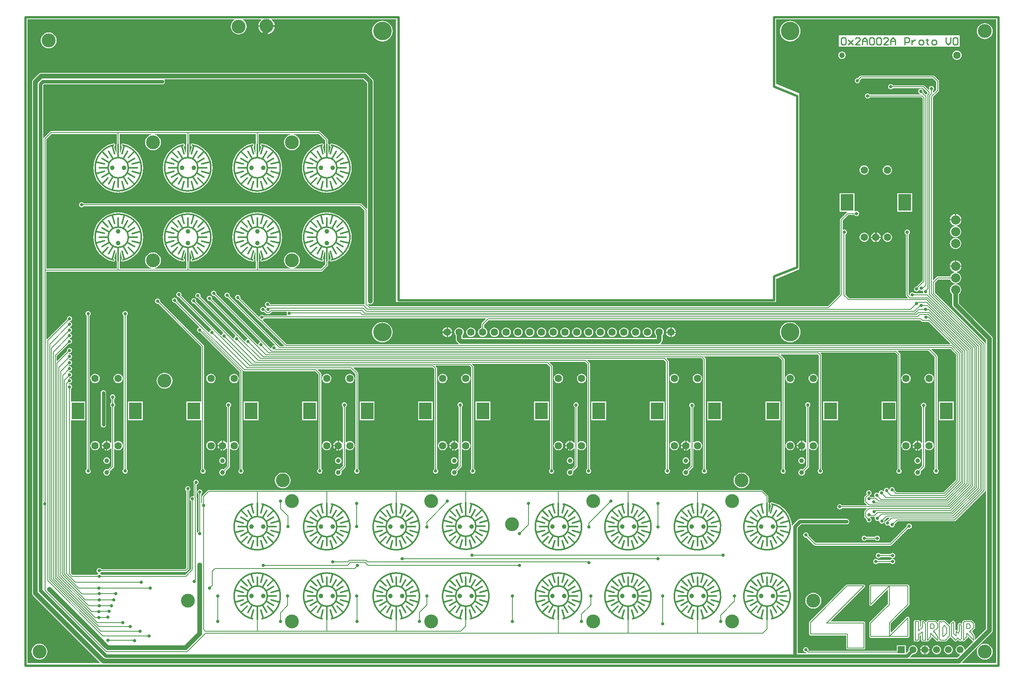
<source format=gtl>
%FSLAX25Y25*%
%MOIN*%
G70*
G01*
G75*
G04 Layer_Physical_Order=1*
G04 Layer_Color=255*
%ADD10C,0.01181*%
%ADD11C,0.03937*%
%ADD12C,0.01575*%
%ADD13C,0.00787*%
%ADD14C,0.02756*%
%ADD15C,0.02953*%
%ADD16C,0.01000*%
%ADD17C,0.01969*%
%ADD18C,0.03937*%
%ADD19C,0.01575*%
%ADD20C,0.11811*%
%ADD21C,0.15748*%
%ADD22C,0.06299*%
%ADD23C,0.04724*%
%ADD24C,0.05906*%
%ADD25R,0.05906X0.05906*%
%ADD26C,0.07874*%
%ADD27R,0.11024X0.14173*%
%ADD28C,0.02756*%
G36*
X290196Y495237D02*
Y388592D01*
X289696Y388385D01*
X285497Y392584D01*
X285107Y392845D01*
X284646Y392936D01*
X284646Y392936D01*
X49437D01*
X49199Y393293D01*
X48483Y393772D01*
X47638Y393940D01*
X46793Y393772D01*
X46077Y393293D01*
X45598Y392577D01*
X45430Y391732D01*
X45598Y390887D01*
X46077Y390171D01*
X46793Y389693D01*
X47638Y389525D01*
X48483Y389693D01*
X49199Y390171D01*
X49437Y390528D01*
X284147D01*
X288053Y386622D01*
Y307637D01*
X288022Y307584D01*
X287579Y307263D01*
X287571Y307262D01*
X287346Y307307D01*
X287346Y307307D01*
X207676D01*
X207552Y307932D01*
X207073Y308648D01*
X206357Y309126D01*
X205512Y309295D01*
X204667Y309126D01*
X203951Y308648D01*
X203472Y307932D01*
X203304Y307087D01*
X203472Y306242D01*
X203951Y305526D01*
X204602Y305091D01*
X204670Y304782D01*
X204672Y304536D01*
X204345Y304317D01*
X204035Y303854D01*
X203445D01*
X203136Y304317D01*
X202420Y304796D01*
X201575Y304964D01*
X200730Y304796D01*
X200014Y304317D01*
X199535Y303601D01*
X199367Y302756D01*
X199535Y301911D01*
X200014Y301195D01*
X200730Y300716D01*
X201575Y300548D01*
X202420Y300716D01*
X202542Y300798D01*
X203994Y299345D01*
X203994Y299345D01*
X204385Y299084D01*
X204846Y298993D01*
X204846Y298993D01*
X206965D01*
X206966Y298993D01*
X207426Y299084D01*
X207817Y299345D01*
X209184Y300713D01*
X221820D01*
X222056Y300272D01*
X222010Y300203D01*
X221842Y299358D01*
X222010Y298513D01*
X222245Y298161D01*
X221978Y297661D01*
X202293D01*
X201632Y298103D01*
X200787Y298271D01*
X199943Y298103D01*
X199226Y297624D01*
X198748Y296908D01*
X198732Y296827D01*
X198253Y296681D01*
X182426Y312508D01*
X182523Y312992D01*
X182355Y313837D01*
X181876Y314553D01*
X181160Y315032D01*
X180315Y315200D01*
X179470Y315032D01*
X178754Y314553D01*
X178275Y313837D01*
X178107Y312992D01*
X178275Y312147D01*
X178754Y311431D01*
X179470Y310953D01*
X180315Y310785D01*
X180673Y310856D01*
X198876Y292652D01*
X199105Y292499D01*
X219465Y272139D01*
X219274Y271677D01*
X216247D01*
X173384Y314540D01*
X173468Y314961D01*
X173300Y315806D01*
X172821Y316522D01*
X172105Y317001D01*
X171260Y317169D01*
X170415Y317001D01*
X169699Y316522D01*
X169220Y315806D01*
X169052Y314961D01*
X169220Y314116D01*
X169699Y313400D01*
X170415Y312921D01*
X171260Y312753D01*
X171681Y312837D01*
X211895Y272623D01*
X211648Y272162D01*
X211024Y272287D01*
X210179Y272118D01*
X209462Y271640D01*
X208984Y270924D01*
X208816Y270079D01*
X208842Y269946D01*
X208382Y269700D01*
X203563Y274518D01*
X203411Y274746D01*
X203411Y274746D01*
X201911Y276245D01*
X201683Y276398D01*
X161967Y316114D01*
X162050Y316535D01*
X161882Y317380D01*
X161404Y318097D01*
X160687Y318575D01*
X159843Y318743D01*
X158998Y318575D01*
X158281Y318097D01*
X157803Y317380D01*
X157635Y316535D01*
X157803Y315690D01*
X158281Y314974D01*
X158998Y314496D01*
X159843Y314328D01*
X160264Y314411D01*
X199318Y275356D01*
X199195Y274949D01*
X199118Y274850D01*
X198439Y274396D01*
X197960Y273679D01*
X197840Y273074D01*
X197309Y272898D01*
X158423Y311784D01*
X158507Y312205D01*
X158339Y313050D01*
X157860Y313766D01*
X157144Y314244D01*
X156299Y314412D01*
X155454Y314244D01*
X154738Y313766D01*
X154260Y313050D01*
X154092Y312205D01*
X154260Y311360D01*
X154738Y310644D01*
X155454Y310165D01*
X156299Y309997D01*
X156720Y310081D01*
X188573Y278228D01*
X188408Y277685D01*
X188131Y277630D01*
X187415Y277152D01*
X186937Y276435D01*
X186882Y276158D01*
X186339Y275994D01*
X182697Y279636D01*
X182545Y279864D01*
X182544Y279864D01*
X181045Y281363D01*
X180817Y281516D01*
X148515Y313818D01*
X148664Y314567D01*
X148496Y315412D01*
X148018Y316128D01*
X147302Y316607D01*
X146457Y316775D01*
X145612Y316607D01*
X144896Y316128D01*
X144417Y315412D01*
X144249Y314567D01*
X144417Y313722D01*
X144896Y313006D01*
X145612Y312527D01*
X146457Y312359D01*
X146549Y312378D01*
X178452Y280475D01*
X178329Y280067D01*
X178252Y279968D01*
X177573Y279514D01*
X177094Y278798D01*
X176974Y278192D01*
X176442Y278017D01*
X145005Y309454D01*
X145121Y310039D01*
X144953Y310884D01*
X144474Y311600D01*
X143758Y312079D01*
X142913Y312247D01*
X142069Y312079D01*
X141352Y311600D01*
X140874Y310884D01*
X140706Y310039D01*
X140874Y309194D01*
X141352Y308478D01*
X142069Y308000D01*
X142913Y307832D01*
X143170Y307883D01*
X168101Y282952D01*
X167936Y282410D01*
X167659Y282355D01*
X166943Y281876D01*
X166464Y281160D01*
X166448Y281079D01*
X165970Y280933D01*
X132361Y314542D01*
X132523Y315354D01*
X132355Y316199D01*
X131876Y316915D01*
X131160Y317394D01*
X130315Y317562D01*
X129470Y317394D01*
X128754Y316915D01*
X128275Y316199D01*
X128107Y315354D01*
X128275Y314510D01*
X128754Y313793D01*
X129470Y313315D01*
X130315Y313147D01*
X130344Y313152D01*
X157816Y285681D01*
X157671Y285202D01*
X157349Y285138D01*
X156632Y284660D01*
X156154Y283943D01*
X156092Y283634D01*
X155550Y283469D01*
X128810Y310209D01*
X128894Y310630D01*
X128726Y311475D01*
X128247Y312191D01*
X127531Y312670D01*
X126686Y312838D01*
X125841Y312670D01*
X125125Y312191D01*
X124646Y311475D01*
X124478Y310630D01*
X124646Y309785D01*
X125125Y309069D01*
X125841Y308590D01*
X126686Y308422D01*
X127107Y308506D01*
X147667Y287946D01*
X147502Y287403D01*
X147046Y287313D01*
X146330Y286834D01*
X145851Y286118D01*
X145683Y285273D01*
X145851Y284428D01*
X146330Y283712D01*
X147046Y283233D01*
X147891Y283065D01*
X148312Y283149D01*
X181867Y249594D01*
Y167154D01*
X181510Y166916D01*
X181031Y166200D01*
X180863Y165355D01*
X181031Y164510D01*
X181510Y163794D01*
X182226Y163315D01*
X183071Y163147D01*
X183916Y163315D01*
X184632Y163794D01*
X185111Y164510D01*
X185279Y165355D01*
X185111Y166200D01*
X184632Y166916D01*
X184275Y167154D01*
Y250093D01*
X184275Y250093D01*
X184184Y250554D01*
X183923Y250945D01*
X183922Y250945D01*
X150393Y284474D01*
X150400Y284505D01*
X150954Y284658D01*
X184969Y250644D01*
X184969Y250644D01*
X185360Y250383D01*
X185821Y250291D01*
X185821Y250291D01*
X245955D01*
X248796Y247450D01*
Y167154D01*
X248439Y166916D01*
X247960Y166200D01*
X247792Y165355D01*
X247960Y164510D01*
X248439Y163794D01*
X249155Y163315D01*
X250000Y163147D01*
X250845Y163315D01*
X251561Y163794D01*
X252040Y164510D01*
X252208Y165355D01*
X252040Y166200D01*
X251561Y166916D01*
X251204Y167154D01*
Y247949D01*
X251204Y247949D01*
X251113Y248410D01*
X250852Y248800D01*
X250852Y248800D01*
X248169Y251483D01*
X248360Y251945D01*
X276208D01*
X280292Y247862D01*
Y167154D01*
X279935Y166916D01*
X279456Y166200D01*
X279288Y165355D01*
X279456Y164510D01*
X279935Y163794D01*
X280651Y163315D01*
X281496Y163147D01*
X282341Y163315D01*
X283057Y163794D01*
X283536Y164510D01*
X283704Y165355D01*
X283536Y166200D01*
X283057Y166916D01*
X282700Y167154D01*
Y248361D01*
X282609Y248821D01*
X282348Y249212D01*
X282348Y249212D01*
X278502Y253058D01*
X278693Y253520D01*
X345958D01*
X347221Y252257D01*
Y167154D01*
X346864Y166916D01*
X346386Y166200D01*
X346217Y165355D01*
X346386Y164510D01*
X346864Y163794D01*
X347580Y163315D01*
X348425Y163147D01*
X349270Y163315D01*
X349987Y163794D01*
X350465Y164510D01*
X350633Y165355D01*
X350465Y166200D01*
X349987Y166916D01*
X349630Y167154D01*
Y252756D01*
X349630Y252756D01*
X349538Y253217D01*
X349277Y253608D01*
X349277Y253608D01*
X348251Y254633D01*
X348443Y255095D01*
X377061D01*
X378717Y253438D01*
Y167154D01*
X378360Y166916D01*
X377882Y166200D01*
X377713Y165355D01*
X377882Y164510D01*
X378360Y163794D01*
X379076Y163315D01*
X379921Y163147D01*
X380766Y163315D01*
X381483Y163794D01*
X381961Y164510D01*
X382129Y165355D01*
X381961Y166200D01*
X381483Y166916D01*
X381126Y167154D01*
Y253937D01*
X381034Y254398D01*
X380929Y254555D01*
X380773Y254789D01*
X380773Y254789D01*
X379354Y256208D01*
X379545Y256670D01*
X442808D01*
X445646Y253832D01*
Y167154D01*
X445289Y166916D01*
X444811Y166200D01*
X444643Y165355D01*
X444811Y164510D01*
X445289Y163794D01*
X446006Y163315D01*
X446850Y163147D01*
X447695Y163315D01*
X448412Y163794D01*
X448890Y164510D01*
X449058Y165355D01*
X448890Y166200D01*
X448412Y166916D01*
X448055Y167154D01*
Y254331D01*
X447963Y254792D01*
X447702Y255182D01*
X445102Y257783D01*
X445293Y258245D01*
X475092D01*
X477142Y256194D01*
Y167154D01*
X476785Y166916D01*
X476307Y166200D01*
X476139Y165355D01*
X476307Y164510D01*
X476785Y163794D01*
X477502Y163315D01*
X478346Y163147D01*
X479191Y163315D01*
X479908Y163794D01*
X480386Y164510D01*
X480554Y165355D01*
X480386Y166200D01*
X479908Y166916D01*
X479551Y167154D01*
Y256693D01*
X479459Y257154D01*
X479354Y257310D01*
X479198Y257545D01*
X479198Y257545D01*
X477385Y259358D01*
X477577Y259819D01*
X541208D01*
X541208Y259819D01*
X541209Y259820D01*
X542415D01*
X544071Y258163D01*
Y167154D01*
X543715Y166916D01*
X543236Y166200D01*
X543068Y165355D01*
X543236Y164510D01*
X543715Y163794D01*
X544431Y163315D01*
X545276Y163147D01*
X546121Y163315D01*
X546837Y163794D01*
X547315Y164510D01*
X547483Y165355D01*
X547315Y166200D01*
X546837Y166916D01*
X546480Y167154D01*
Y258662D01*
X546388Y259122D01*
X546284Y259279D01*
X546127Y259513D01*
X546127Y259513D01*
X544708Y260932D01*
X544899Y261394D01*
X574304D01*
X575567Y260131D01*
Y167154D01*
X575211Y166916D01*
X574732Y166200D01*
X574564Y165355D01*
X574732Y164510D01*
X575211Y163794D01*
X575927Y163315D01*
X576772Y163147D01*
X577617Y163315D01*
X578333Y163794D01*
X578811Y164510D01*
X578979Y165355D01*
X578811Y166200D01*
X578333Y166916D01*
X577976Y167154D01*
Y260630D01*
X577884Y261091D01*
X577780Y261247D01*
X577623Y261482D01*
X577623Y261482D01*
X576598Y262507D01*
X576789Y262969D01*
X639265D01*
X642497Y259737D01*
Y167154D01*
X642140Y166916D01*
X641661Y166200D01*
X641493Y165355D01*
X641661Y164510D01*
X642140Y163794D01*
X642856Y163315D01*
X643701Y163147D01*
X644546Y163315D01*
X645262Y163794D01*
X645741Y164510D01*
X645909Y165355D01*
X645741Y166200D01*
X645262Y166916D01*
X644905Y167154D01*
Y260236D01*
X644905Y260236D01*
X644813Y260697D01*
X644553Y261088D01*
X644552Y261088D01*
X641558Y264082D01*
X641750Y264544D01*
X673123D01*
X673993Y263675D01*
Y167154D01*
X673636Y166916D01*
X673157Y166200D01*
X672989Y165355D01*
X673157Y164510D01*
X673636Y163794D01*
X674352Y163315D01*
X675197Y163147D01*
X676042Y163315D01*
X676758Y163794D01*
X677237Y164510D01*
X677405Y165355D01*
X677237Y166200D01*
X676758Y166916D01*
X676401Y167154D01*
Y264173D01*
X676309Y264634D01*
X676205Y264791D01*
X676048Y265025D01*
X676048Y265025D01*
X675417Y265657D01*
X675608Y266119D01*
X738871D01*
X740922Y264068D01*
Y167154D01*
X740565Y166916D01*
X740086Y166200D01*
X739918Y165355D01*
X740086Y164510D01*
X740565Y163794D01*
X741281Y163315D01*
X742126Y163147D01*
X742971Y163315D01*
X743687Y163794D01*
X744166Y164510D01*
X744334Y165355D01*
X744166Y166200D01*
X743687Y166916D01*
X743330Y167154D01*
Y264567D01*
X743330Y264567D01*
X743239Y265028D01*
X742978Y265419D01*
X741165Y267232D01*
X741356Y267694D01*
X767094D01*
X772418Y262370D01*
Y167154D01*
X772061Y166916D01*
X771582Y166200D01*
X771414Y165355D01*
X771582Y164510D01*
X772061Y163794D01*
X772777Y163315D01*
X773622Y163147D01*
X774467Y163315D01*
X775183Y163794D01*
X775662Y164510D01*
X775830Y165355D01*
X775662Y166200D01*
X775183Y166916D01*
X774826Y167154D01*
Y262869D01*
X774735Y263330D01*
X774630Y263486D01*
X774474Y263720D01*
X774474Y263720D01*
X769388Y268806D01*
X769579Y269268D01*
X785745D01*
X790528Y264485D01*
Y158056D01*
X779739Y147267D01*
X740263D01*
X738345Y149186D01*
X738428Y149607D01*
X738260Y150451D01*
X737782Y151168D01*
X737065Y151646D01*
X736221Y151814D01*
X735376Y151646D01*
X734659Y151168D01*
X734181Y150451D01*
X734035Y149718D01*
X733584Y149669D01*
X733528Y149675D01*
X733057Y150380D01*
X732341Y150859D01*
X731496Y151027D01*
X730651Y150859D01*
X729935Y150380D01*
X729456Y149664D01*
X729288Y148819D01*
X729387Y148323D01*
X728916Y148128D01*
X728726Y148412D01*
X728010Y148890D01*
X727165Y149058D01*
X726321Y148890D01*
X725604Y148412D01*
X725126Y147695D01*
X724972Y146923D01*
X724722Y146747D01*
X724489Y146644D01*
X724073Y146922D01*
X723228Y147090D01*
X722383Y146922D01*
X721667Y146443D01*
X721189Y145727D01*
X721021Y144882D01*
X721189Y144037D01*
X721366Y143771D01*
X721131Y143330D01*
X718042D01*
X717380Y143772D01*
X717103Y143827D01*
X716939Y144370D01*
X717380Y144810D01*
X717380Y144811D01*
X718097Y145289D01*
X718575Y146005D01*
X718743Y146850D01*
X718575Y147695D01*
X718097Y148412D01*
X717380Y148890D01*
X716536Y149058D01*
X715691Y148890D01*
X714974Y148412D01*
X714496Y147695D01*
X714328Y146850D01*
X714496Y146005D01*
X714765Y145602D01*
X712928Y143765D01*
X712667Y143374D01*
X712575Y142914D01*
X712575Y142913D01*
Y139370D01*
X712575Y139370D01*
X712667Y138909D01*
X712928Y138519D01*
X714741Y136706D01*
X714550Y136244D01*
X703341D01*
X703340Y136244D01*
X693532D01*
X693293Y136600D01*
X692577Y137079D01*
X691732Y137247D01*
X690887Y137079D01*
X690171Y136600D01*
X689693Y135884D01*
X689525Y135039D01*
X689693Y134195D01*
X690171Y133478D01*
X690887Y133000D01*
X691732Y132832D01*
X692577Y133000D01*
X693293Y133478D01*
X693532Y133835D01*
X703340D01*
X703340Y133835D01*
X703342Y133835D01*
X714550D01*
X714741Y133373D01*
X712928Y131560D01*
X712667Y131170D01*
X712575Y130709D01*
X712575Y130709D01*
Y126772D01*
X712575Y126772D01*
X712667Y126311D01*
X712928Y125920D01*
X714411Y124437D01*
X714328Y124016D01*
X714496Y123171D01*
X714974Y122455D01*
X715691Y121976D01*
X716536Y121808D01*
X717380Y121976D01*
X718097Y122455D01*
X718575Y123171D01*
X718743Y124016D01*
X718575Y124861D01*
X718097Y125577D01*
X717681Y125855D01*
X717832Y126355D01*
X721190D01*
X721320Y126251D01*
X721468Y126069D01*
X721552Y125888D01*
X721414Y125197D01*
X721582Y124352D01*
X722061Y123636D01*
X722777Y123157D01*
X723622Y122989D01*
X724467Y123157D01*
X724973Y123495D01*
X725423Y123195D01*
X725351Y122835D01*
X725519Y121990D01*
X725998Y121274D01*
X726714Y120795D01*
X727559Y120627D01*
X728404Y120795D01*
X729120Y121274D01*
X729599Y121990D01*
X729767Y122835D01*
X729618Y123584D01*
X731995Y125961D01*
X733841D01*
X734032Y125499D01*
X731930Y123397D01*
X731439Y123300D01*
X730722Y122821D01*
X730244Y122105D01*
X730076Y121260D01*
X730244Y120415D01*
X730722Y119699D01*
X731439Y119220D01*
X732283Y119052D01*
X733128Y119220D01*
X733541Y119496D01*
X734096Y119265D01*
X734181Y118840D01*
X734659Y118124D01*
X735376Y117646D01*
X736221Y117478D01*
X737065Y117646D01*
X737782Y118124D01*
X738260Y118840D01*
X738428Y119685D01*
X738344Y120106D01*
X741050Y122812D01*
X789370D01*
X789370Y122812D01*
X789831Y122903D01*
X790222Y123164D01*
X815188Y148131D01*
X815449Y148521D01*
X815541Y148982D01*
X815541Y148982D01*
Y273594D01*
X815541Y273594D01*
X815449Y274055D01*
X815188Y274446D01*
X815188Y274446D01*
X772464Y317169D01*
Y325486D01*
X775302Y328324D01*
X785551D01*
X785555Y328294D01*
X786031Y327145D01*
X786788Y326158D01*
X787775Y325401D01*
X788924Y324925D01*
X790026Y324780D01*
Y324276D01*
X788924Y324131D01*
X787775Y323655D01*
X786788Y322897D01*
X786031Y321910D01*
X785555Y320761D01*
X785392Y319528D01*
X785555Y318295D01*
X786031Y317145D01*
X786788Y316158D01*
X787378Y315706D01*
Y306693D01*
X787473Y305974D01*
X787750Y305303D01*
X788192Y304728D01*
X816118Y276802D01*
Y31073D01*
X807178Y22133D01*
X806716Y22324D01*
Y24803D01*
X806716Y24803D01*
X806624Y25264D01*
X806363Y25655D01*
X806166Y25852D01*
X805889Y26129D01*
X804165Y29177D01*
X804139Y29207D01*
X806363Y31432D01*
X806363Y31432D01*
X806624Y31823D01*
X806716Y32283D01*
Y35433D01*
X806716Y35433D01*
X806624Y35894D01*
X806363Y36285D01*
X804395Y38253D01*
X804004Y38514D01*
X803543Y38606D01*
X803543Y38606D01*
X797638D01*
X797638Y38606D01*
X797177Y38514D01*
X796786Y38253D01*
X795999Y37466D01*
X795738Y37075D01*
X795646Y36614D01*
X795646Y36614D01*
Y35844D01*
X795184Y35653D01*
X794749Y36088D01*
X794358Y36349D01*
X793898Y36441D01*
X793437Y36349D01*
X793046Y36088D01*
X792456Y35497D01*
X792195Y35107D01*
X792103Y34646D01*
X792103Y34646D01*
Y29939D01*
X791641Y29747D01*
X791403Y29985D01*
X791012Y30246D01*
X790551Y30338D01*
X790484Y30325D01*
X789984Y30731D01*
Y36220D01*
X789984Y36220D01*
X789892Y36681D01*
X789631Y37072D01*
X789631Y37072D01*
X788942Y37761D01*
X788551Y38022D01*
X788091Y38114D01*
X787630Y38022D01*
X787239Y37761D01*
X787239Y37761D01*
X785763Y36285D01*
X785502Y35894D01*
X785410Y35433D01*
X785410Y35433D01*
Y35057D01*
X784948Y34865D01*
X782348Y37466D01*
X781560Y38253D01*
X781170Y38514D01*
X780709Y38606D01*
X780709Y38606D01*
X778740D01*
X778279Y38514D01*
X778100Y38395D01*
X777921Y38514D01*
X777461Y38606D01*
X777461Y38606D01*
X776378D01*
X775917Y38514D01*
X775527Y38253D01*
X775265Y37862D01*
X775185Y37461D01*
X774893Y37285D01*
X774724Y37215D01*
X773686Y38253D01*
X773295Y38514D01*
X772835Y38606D01*
X772835Y38606D01*
X766929D01*
X766929Y38606D01*
X766468Y38514D01*
X766078Y38253D01*
X765290Y37466D01*
X765112Y37199D01*
X764553Y37051D01*
X764041Y37564D01*
X763351Y38253D01*
X762961Y38514D01*
X762500Y38606D01*
X762500Y38606D01*
X761811D01*
X761350Y38514D01*
X760959Y38253D01*
X760698Y37862D01*
X760607Y37402D01*
Y33271D01*
X760361Y33076D01*
X759866Y33297D01*
Y37402D01*
X759774Y37862D01*
X759513Y38253D01*
X759122Y38514D01*
X758661Y38606D01*
X755905D01*
X755445Y38514D01*
X755054Y38253D01*
X754793Y37862D01*
X754701Y37402D01*
Y21654D01*
X754793Y21193D01*
X755054Y20802D01*
X755445Y20541D01*
X755905Y20449D01*
X758071D01*
X758071Y20449D01*
X758532Y20541D01*
X758922Y20802D01*
X759414Y21294D01*
X759414Y21294D01*
X759676Y21685D01*
X759767Y22146D01*
X759767Y22146D01*
Y25390D01*
X760039Y25764D01*
X760205Y25797D01*
X760705Y25437D01*
Y22146D01*
X760705Y22146D01*
X760797Y21685D01*
X761058Y21294D01*
X761550Y20802D01*
X761550Y20802D01*
X761941Y20541D01*
X762402Y20449D01*
X762402Y20449D01*
X764567D01*
X765028Y20541D01*
X765354Y20759D01*
X765681Y20541D01*
X766142Y20449D01*
X766603Y20541D01*
X766993Y20802D01*
X769749Y23558D01*
X770010Y23949D01*
X770025Y24022D01*
X770567Y24186D01*
X773952Y20802D01*
X774342Y20541D01*
X774803Y20449D01*
X775264Y20541D01*
X775655Y20802D01*
X775793Y21009D01*
X776375Y21134D01*
X776708Y20802D01*
X777098Y20541D01*
X777559Y20449D01*
X781496D01*
X781496Y20449D01*
X781957Y20541D01*
X782348Y20802D01*
X785827Y24281D01*
X789306Y20802D01*
X789306Y20802D01*
X789540Y20646D01*
X789697Y20541D01*
X789773Y20526D01*
X790158Y20449D01*
X790618Y20541D01*
X791009Y20802D01*
X792126Y21919D01*
X793243Y20802D01*
X793315Y20754D01*
X793372Y20690D01*
X793508Y20625D01*
X793634Y20541D01*
X793718Y20524D01*
X793796Y20487D01*
X793946Y20479D01*
X794095Y20449D01*
X794179Y20466D01*
X794265Y20461D01*
X794407Y20512D01*
X794555Y20541D01*
X794627Y20589D01*
X794708Y20617D01*
X794820Y20718D01*
X794946Y20802D01*
X794994Y20874D01*
X795058Y20931D01*
X795233Y21165D01*
X795413Y21175D01*
X795804Y21093D01*
X795999Y20802D01*
X796390Y20541D01*
X796850Y20449D01*
X797311Y20541D01*
X797702Y20802D01*
X800458Y23558D01*
X800719Y23949D01*
X800733Y24022D01*
X801276Y24186D01*
X804660Y20802D01*
X804948Y20610D01*
X805105Y20059D01*
X798314Y13268D01*
X797850Y13512D01*
X797738Y14362D01*
X797362Y15272D01*
X796762Y16053D01*
X795981Y16653D01*
X795071Y17030D01*
X794095Y17158D01*
X793118Y17030D01*
X792208Y16653D01*
X791427Y16053D01*
X790828Y15272D01*
X790451Y14362D01*
X790322Y13386D01*
X790451Y12410D01*
X790828Y11500D01*
X791427Y10718D01*
X792208Y10119D01*
X793118Y9742D01*
X793968Y9630D01*
X794212Y9167D01*
X791762Y6717D01*
X751343D01*
X751152Y7179D01*
X753645Y9673D01*
X754095Y9614D01*
X755071Y9742D01*
X755981Y10119D01*
X756762Y10718D01*
X757362Y11500D01*
X757738Y12410D01*
X757867Y13386D01*
X757738Y14362D01*
X757362Y15272D01*
X756762Y16053D01*
X755981Y16653D01*
X755071Y17030D01*
X754095Y17158D01*
X753118Y17030D01*
X752208Y16653D01*
X751427Y16053D01*
X750828Y15272D01*
X750451Y14362D01*
X750322Y13386D01*
X750381Y12937D01*
X748335Y10890D01*
X747835Y11097D01*
Y17126D01*
X740354D01*
Y12622D01*
X665459D01*
X665116Y12965D01*
X665200Y13386D01*
X665032Y14231D01*
X664553Y14947D01*
X663837Y15426D01*
X662992Y15594D01*
X662147Y15426D01*
X661431Y14947D01*
X660953Y14231D01*
X660784Y13386D01*
X660953Y12541D01*
X661431Y11825D01*
X662147Y11346D01*
X662992Y11178D01*
X663308Y11241D01*
X663584Y10939D01*
X663390Y10478D01*
X655851D01*
Y117154D01*
X658830Y120133D01*
X697638D01*
X698521Y120308D01*
X699270Y120809D01*
X699770Y121558D01*
X699946Y122441D01*
X699770Y123324D01*
X699270Y124073D01*
X698521Y124573D01*
X697638Y124749D01*
X657874D01*
X657137Y124602D01*
X656991Y124573D01*
X656242Y124073D01*
X651911Y119742D01*
X651467Y119078D01*
X651098Y119104D01*
X650961Y119152D01*
X650849Y120865D01*
X650310Y123573D01*
X649423Y126188D01*
X648202Y128664D01*
X646667Y130960D01*
X644847Y133036D01*
X642771Y134856D01*
X640475Y136390D01*
X637999Y137612D01*
X635385Y138499D01*
X634133Y138748D01*
Y138748D01*
D01*
X633858Y138803D01*
X633668Y138765D01*
X633655Y138762D01*
X633525Y138736D01*
X633320Y138696D01*
X633213Y138624D01*
X632864Y138391D01*
X632560Y137935D01*
X632453Y137398D01*
X632560Y136860D01*
X632864Y136404D01*
X633306Y136109D01*
X631826Y130588D01*
X631326Y130654D01*
Y137063D01*
X631405Y137181D01*
X631527Y137795D01*
X631405Y138410D01*
X631126Y138828D01*
Y143701D01*
X631126Y143701D01*
X631034Y144162D01*
X630773Y144553D01*
X630773Y144553D01*
X626442Y148883D01*
X626052Y149144D01*
X625591Y149236D01*
X625591Y149236D01*
X155512D01*
X155512Y149236D01*
X155051Y149144D01*
X154660Y148883D01*
X150330Y144553D01*
X150330Y144553D01*
X150069Y144162D01*
X149977Y143701D01*
Y138264D01*
X149736Y138097D01*
X149236Y138358D01*
Y145838D01*
X149593Y146077D01*
X150071Y146793D01*
X150239Y147638D01*
X150071Y148483D01*
X149593Y149199D01*
X148876Y149678D01*
X148032Y149846D01*
X147187Y149678D01*
X146470Y149199D01*
X145992Y148483D01*
X145824Y147638D01*
X145992Y146793D01*
X146470Y146077D01*
X146827Y145838D01*
Y114005D01*
X146470Y113766D01*
X145992Y113050D01*
X145495Y113116D01*
Y142792D01*
X145404Y143253D01*
X145298Y143410D01*
Y153781D01*
X145727Y153866D01*
X146443Y154345D01*
X146922Y155061D01*
X147090Y155906D01*
X146922Y156751D01*
X146443Y157467D01*
X145727Y157945D01*
X144882Y158114D01*
X144037Y157945D01*
X143321Y157467D01*
X142842Y156751D01*
X142674Y155906D01*
X142842Y155061D01*
X142890Y154989D01*
Y144118D01*
X142390Y143809D01*
X141732Y143940D01*
X140887Y143772D01*
X140171Y143293D01*
X139692Y142577D01*
X139524Y141732D01*
X139692Y140887D01*
X140171Y140171D01*
X140528Y139932D01*
Y81995D01*
X135722Y77189D01*
X64398D01*
X64160Y77546D01*
X63443Y78024D01*
X63103Y78092D01*
Y78601D01*
X63443Y78669D01*
X64160Y79148D01*
X64398Y79505D01*
X135827D01*
X135827Y79505D01*
X136288Y79596D01*
X136679Y79857D01*
X138647Y81826D01*
X138647Y81826D01*
X138803Y82060D01*
X138908Y82216D01*
X138999Y82677D01*
Y148594D01*
X139356Y148833D01*
X139835Y149549D01*
X140003Y150394D01*
X139835Y151239D01*
X139356Y151955D01*
X138640Y152433D01*
X137795Y152602D01*
X136950Y152433D01*
X136234Y151955D01*
X135756Y151239D01*
X135588Y150394D01*
X135756Y149549D01*
X136234Y148833D01*
X136591Y148594D01*
Y83176D01*
X135328Y81913D01*
X64398D01*
X64160Y82270D01*
X63443Y82749D01*
X62599Y82917D01*
X61754Y82749D01*
X61037Y82270D01*
X60559Y81554D01*
X60391Y80709D01*
X60559Y79864D01*
X61037Y79148D01*
X61754Y78669D01*
X62093Y78601D01*
Y78092D01*
X61754Y78024D01*
X61037Y77546D01*
X60799Y77189D01*
X39958D01*
X38606Y78540D01*
Y208662D01*
X50788D01*
Y224410D01*
X38606D01*
Y235208D01*
X38963Y235447D01*
X39441Y236163D01*
X39609Y237008D01*
X39441Y237853D01*
X38963Y238569D01*
X38246Y239048D01*
X37402Y239216D01*
X36746Y239085D01*
X36500Y239546D01*
X36981Y240027D01*
X37402Y239943D01*
X38246Y240111D01*
X38963Y240590D01*
X39441Y241306D01*
X39609Y242151D01*
X39441Y242996D01*
X38963Y243712D01*
X38246Y244191D01*
X37402Y244358D01*
X37113Y244301D01*
X36866Y244762D01*
X37227Y245123D01*
X37411Y245086D01*
X38256Y245254D01*
X38972Y245732D01*
X39451Y246449D01*
X39619Y247294D01*
X39451Y248138D01*
X38972Y248855D01*
X38256Y249333D01*
X37411Y249501D01*
X36738Y249368D01*
X36492Y249828D01*
X36979Y250315D01*
X37411Y250229D01*
X38256Y250397D01*
X38972Y250875D01*
X39451Y251592D01*
X39619Y252436D01*
X39451Y253281D01*
X38972Y253998D01*
X38256Y254476D01*
X37411Y254644D01*
X36756Y254514D01*
X36509Y254975D01*
X36990Y255455D01*
X37411Y255372D01*
X38256Y255540D01*
X38972Y256018D01*
X39451Y256734D01*
X39619Y257579D01*
X39451Y258424D01*
X38972Y259141D01*
X38256Y259619D01*
X37411Y259787D01*
X36979Y259701D01*
X36732Y260162D01*
X37139Y260569D01*
X37411Y260515D01*
X38256Y260683D01*
X38972Y261161D01*
X39451Y261877D01*
X39619Y262722D01*
X39451Y263567D01*
X38972Y264283D01*
X38256Y264762D01*
X37411Y264930D01*
X36756Y264800D01*
X36509Y265261D01*
X36990Y265741D01*
X37411Y265657D01*
X38256Y265826D01*
X38972Y266304D01*
X39451Y267020D01*
X39619Y267865D01*
X39451Y268710D01*
X38972Y269426D01*
X38256Y269905D01*
X37411Y270073D01*
X36566Y269905D01*
X35850Y269426D01*
X35371Y268710D01*
X35203Y267865D01*
X35287Y267444D01*
X26863Y259020D01*
X26401Y259212D01*
Y260767D01*
X26401Y260768D01*
X26401Y260768D01*
Y263058D01*
X36833Y273490D01*
X37254Y273406D01*
X38099Y273574D01*
X38815Y274053D01*
X39294Y274769D01*
X39462Y275614D01*
X39294Y276459D01*
X38815Y277175D01*
X38099Y277653D01*
X37600Y277752D01*
Y278262D01*
X38246Y278391D01*
X38963Y278870D01*
X39441Y279586D01*
X39609Y280431D01*
X39441Y281276D01*
X38963Y281992D01*
X38246Y282470D01*
X37674Y282584D01*
Y283094D01*
X38246Y283208D01*
X38963Y283687D01*
X39441Y284403D01*
X39609Y285248D01*
X39441Y286093D01*
X38963Y286809D01*
X38246Y287287D01*
X37674Y287401D01*
Y287911D01*
X38246Y288025D01*
X38963Y288504D01*
X39441Y289220D01*
X39609Y290065D01*
X39441Y290910D01*
X38963Y291626D01*
X38246Y292105D01*
X37674Y292218D01*
Y292728D01*
X38246Y292842D01*
X38963Y293321D01*
X39441Y294037D01*
X39609Y294882D01*
X39441Y295727D01*
X38963Y296443D01*
X38246Y296922D01*
X37402Y297090D01*
X36557Y296922D01*
X35840Y296443D01*
X35362Y295727D01*
X35194Y294882D01*
X35278Y294461D01*
X18240Y277423D01*
X17740Y277630D01*
Y335016D01*
X251574D01*
X251574Y335016D01*
X252035Y335108D01*
X252035Y335108D01*
X252035D01*
X252298Y335283D01*
X252426Y335369D01*
X252426Y335369D01*
X252426Y335369D01*
X252426Y335369D01*
X256757Y339700D01*
Y339700D01*
X256757Y339700D01*
X256913Y339933D01*
X257018Y340090D01*
X257018Y340090D01*
X257018Y340090D01*
X257049Y340245D01*
X257110Y340551D01*
X257110Y340551D01*
Y343456D01*
X257389Y343874D01*
X257511Y344488D01*
X257389Y345103D01*
X257311Y345220D01*
Y351510D01*
X257810Y351576D01*
X259263Y346156D01*
X258848Y345879D01*
X258544Y345423D01*
X258437Y344886D01*
X258544Y344348D01*
X258848Y343892D01*
X259197Y343659D01*
X259304Y343588D01*
X259509Y343547D01*
X259639Y343521D01*
X259639D01*
X259643Y343520D01*
X259842Y343481D01*
X260118Y343535D01*
Y343535D01*
Y343535D01*
X261369Y343784D01*
X263983Y344672D01*
X266460Y345893D01*
X268755Y347427D01*
X270831Y349248D01*
X272652Y351323D01*
X274186Y353619D01*
X275407Y356096D01*
X276294Y358710D01*
X276833Y361418D01*
X277014Y364173D01*
X276833Y366928D01*
X276294Y369636D01*
X275407Y372251D01*
X274186Y374727D01*
X272652Y377023D01*
X270831Y379099D01*
X268755Y380920D01*
X266460Y382453D01*
X263983Y383675D01*
X261369Y384562D01*
X258661Y385101D01*
X256687Y385230D01*
X256520Y385342D01*
X255906Y385464D01*
X255291Y385342D01*
X255124Y385230D01*
X253150Y385101D01*
X250442Y384562D01*
X247828Y383675D01*
X245351Y382453D01*
X243056Y380920D01*
X240980Y379099D01*
X239159Y377023D01*
X237625Y374727D01*
X236404Y372251D01*
X235517Y369636D01*
X234978Y366928D01*
X234797Y364173D01*
X234978Y361418D01*
X235517Y358710D01*
X236404Y356096D01*
X237625Y353619D01*
X239159Y351323D01*
X240980Y349248D01*
X243056Y347427D01*
X245351Y345893D01*
X247828Y344672D01*
X250442Y343784D01*
X251694Y343535D01*
Y343535D01*
D01*
X251969Y343481D01*
X252115Y343510D01*
X252172Y343521D01*
X252302Y343547D01*
X252507Y343588D01*
X252613Y343659D01*
X252963Y343892D01*
X253267Y344348D01*
X253374Y344886D01*
X253267Y345423D01*
X252963Y345879D01*
X252521Y346174D01*
X254001Y351695D01*
X254501Y351629D01*
Y345220D01*
X254422Y345103D01*
X254300Y344488D01*
X254422Y343874D01*
X254701Y343456D01*
Y341050D01*
X251076Y337425D01*
X227872D01*
X227797Y337925D01*
X228952Y338275D01*
X230114Y338896D01*
X231133Y339733D01*
X231970Y340752D01*
X232591Y341915D01*
X232974Y343176D01*
X233103Y344488D01*
X232974Y345800D01*
X232591Y347062D01*
X231970Y348225D01*
X231133Y349244D01*
X230114Y350080D01*
X228952Y350701D01*
X227690Y351084D01*
X226378Y351214D01*
X225066Y351084D01*
X223804Y350701D01*
X222642Y350080D01*
X221622Y349244D01*
X220786Y348225D01*
X220165Y347062D01*
X219782Y345800D01*
X219653Y344488D01*
X219782Y343176D01*
X220165Y341915D01*
X220786Y340752D01*
X221622Y339733D01*
X222642Y338896D01*
X223804Y338275D01*
X224958Y337925D01*
X224884Y337425D01*
X198055D01*
Y343456D01*
X198334Y343874D01*
X198456Y344488D01*
X198334Y345103D01*
X198255Y345220D01*
Y351510D01*
X198755Y351576D01*
X200208Y346156D01*
X199793Y345879D01*
X199489Y345423D01*
X199382Y344886D01*
X199489Y344348D01*
X199793Y343892D01*
X200142Y343659D01*
X200249Y343588D01*
X200454Y343547D01*
X200584Y343521D01*
X200584D01*
X200588Y343520D01*
X200787Y343481D01*
X201062Y343535D01*
Y343535D01*
Y343535D01*
X202314Y343784D01*
X204928Y344672D01*
X207404Y345893D01*
X209700Y347427D01*
X211776Y349248D01*
X213597Y351323D01*
X215131Y353619D01*
X216352Y356096D01*
X217239Y358710D01*
X217778Y361418D01*
X217959Y364173D01*
X217778Y366928D01*
X217239Y369636D01*
X216352Y372251D01*
X215131Y374727D01*
X213597Y377023D01*
X211776Y379099D01*
X209700Y380920D01*
X207404Y382453D01*
X204928Y383675D01*
X202314Y384562D01*
X199606Y385101D01*
X197632Y385230D01*
X197465Y385342D01*
X196850Y385464D01*
X196236Y385342D01*
X196069Y385230D01*
X194095Y385101D01*
X191387Y384562D01*
X188773Y383675D01*
X186296Y382453D01*
X184001Y380920D01*
X181925Y379099D01*
X180104Y377023D01*
X178570Y374727D01*
X177349Y372251D01*
X176461Y369636D01*
X175923Y366928D01*
X175742Y364173D01*
X175923Y361418D01*
X176461Y358710D01*
X177349Y356096D01*
X178570Y353619D01*
X180104Y351323D01*
X181925Y349248D01*
X184001Y347427D01*
X186296Y345893D01*
X188773Y344672D01*
X191387Y343784D01*
X192638Y343535D01*
Y343535D01*
D01*
X192914Y343481D01*
X193060Y343510D01*
X193117Y343521D01*
X193246Y343547D01*
X193452Y343588D01*
X193558Y343659D01*
X193907Y343892D01*
X194212Y344348D01*
X194319Y344886D01*
X194212Y345423D01*
X193907Y345879D01*
X193466Y346174D01*
X194945Y351695D01*
X195445Y351629D01*
Y345220D01*
X195367Y345103D01*
X195245Y344488D01*
X195367Y343874D01*
X195646Y343456D01*
Y337425D01*
X139000D01*
Y343456D01*
X139279Y343874D01*
X139401Y344488D01*
X139279Y345103D01*
X139200Y345220D01*
Y351510D01*
X139700Y351576D01*
X141152Y346156D01*
X140738Y345879D01*
X140434Y345423D01*
X140327Y344886D01*
X140434Y344348D01*
X140738Y343892D01*
X141087Y343659D01*
X141194Y343588D01*
X141399Y343547D01*
X141529Y343521D01*
X141529D01*
X141533Y343520D01*
X141732Y343481D01*
X142007Y343535D01*
Y343535D01*
Y343535D01*
X143259Y343784D01*
X145873Y344672D01*
X148349Y345893D01*
X150645Y347427D01*
X152721Y349248D01*
X154542Y351323D01*
X156076Y353619D01*
X157297Y356096D01*
X158184Y358710D01*
X158723Y361418D01*
X158904Y364173D01*
X158723Y366928D01*
X158184Y369636D01*
X157297Y372251D01*
X156076Y374727D01*
X154542Y377023D01*
X152721Y379099D01*
X150645Y380920D01*
X148349Y382453D01*
X145873Y383675D01*
X143259Y384562D01*
X140550Y385101D01*
X138577Y385230D01*
X138410Y385342D01*
X137795Y385464D01*
X137181Y385342D01*
X137014Y385230D01*
X135040Y385101D01*
X132332Y384562D01*
X129718Y383675D01*
X127241Y382453D01*
X124945Y380920D01*
X122870Y379099D01*
X121049Y377023D01*
X119515Y374727D01*
X118294Y372251D01*
X117406Y369636D01*
X116868Y366928D01*
X116687Y364173D01*
X116868Y361418D01*
X117406Y358710D01*
X118294Y356096D01*
X119515Y353619D01*
X121049Y351323D01*
X122870Y349248D01*
X124945Y347427D01*
X127241Y345893D01*
X129718Y344672D01*
X132332Y343784D01*
X133583Y343535D01*
Y343535D01*
D01*
X133859Y343481D01*
X134005Y343510D01*
X134062Y343521D01*
X134191Y343547D01*
X134397Y343588D01*
X134503Y343659D01*
X134852Y343892D01*
X135157Y344348D01*
X135264Y344886D01*
X135157Y345423D01*
X134852Y345879D01*
X134411Y346174D01*
X135890Y351695D01*
X136390Y351629D01*
Y345220D01*
X136312Y345103D01*
X136190Y344488D01*
X136312Y343874D01*
X136591Y343456D01*
Y337425D01*
X109761D01*
X109687Y337925D01*
X110841Y338275D01*
X112004Y338896D01*
X113023Y339733D01*
X113860Y340752D01*
X114481Y341915D01*
X114864Y343176D01*
X114993Y344488D01*
X114864Y345800D01*
X114481Y347062D01*
X113860Y348225D01*
X113023Y349244D01*
X112004Y350080D01*
X110841Y350701D01*
X109580Y351084D01*
X108268Y351214D01*
X106956Y351084D01*
X105694Y350701D01*
X104531Y350080D01*
X103512Y349244D01*
X102676Y348225D01*
X102054Y347062D01*
X101672Y345800D01*
X101542Y344488D01*
X101672Y343176D01*
X102054Y341915D01*
X102676Y340752D01*
X103512Y339733D01*
X104531Y338896D01*
X105694Y338275D01*
X106848Y337925D01*
X106774Y337425D01*
X79944D01*
Y343456D01*
X80224Y343874D01*
X80346Y344488D01*
X80224Y345103D01*
X80145Y345220D01*
Y351510D01*
X80645Y351576D01*
X82097Y346156D01*
X81683Y345879D01*
X81379Y345423D01*
X81272Y344886D01*
X81379Y344348D01*
X81683Y343892D01*
X82032Y343659D01*
X82139Y343588D01*
X82344Y343547D01*
X82474Y343521D01*
X82474D01*
X82477Y343520D01*
X82677Y343481D01*
X82952Y343535D01*
Y343535D01*
Y343535D01*
X84203Y343784D01*
X86818Y344672D01*
X89294Y345893D01*
X91590Y347427D01*
X93666Y349248D01*
X95486Y351323D01*
X97020Y353619D01*
X98242Y356096D01*
X99129Y358710D01*
X99668Y361418D01*
X99848Y364173D01*
X99668Y366928D01*
X99129Y369636D01*
X98242Y372251D01*
X97020Y374727D01*
X95486Y377023D01*
X93666Y379099D01*
X91590Y380920D01*
X89294Y382453D01*
X86818Y383675D01*
X84203Y384562D01*
X81495Y385101D01*
X79522Y385230D01*
X79355Y385342D01*
X78740Y385464D01*
X78126Y385342D01*
X77959Y385230D01*
X75985Y385101D01*
X73277Y384562D01*
X70662Y383675D01*
X68186Y382453D01*
X65890Y380920D01*
X63814Y379099D01*
X61994Y377023D01*
X60460Y374727D01*
X59239Y372251D01*
X58351Y369636D01*
X57813Y366928D01*
X57632Y364173D01*
X57813Y361418D01*
X58351Y358710D01*
X59239Y356096D01*
X60460Y353619D01*
X61994Y351323D01*
X63814Y349248D01*
X65890Y347427D01*
X68186Y345893D01*
X70662Y344672D01*
X73277Y343784D01*
X74528Y343535D01*
Y343535D01*
D01*
X74804Y343481D01*
X74950Y343510D01*
X75006Y343521D01*
X75136Y343547D01*
X75341Y343588D01*
X75448Y343659D01*
X75797Y343892D01*
X76102Y344348D01*
X76209Y344886D01*
X76102Y345423D01*
X75797Y345879D01*
X75356Y346174D01*
X76835Y351695D01*
X77335Y351629D01*
Y345220D01*
X77257Y345103D01*
X77135Y344488D01*
X77257Y343874D01*
X77536Y343456D01*
Y337425D01*
X17740D01*
Y447533D01*
X22152Y451945D01*
X77536D01*
Y443946D01*
X77257Y443528D01*
X77135Y442913D01*
X77257Y442299D01*
X77335Y442181D01*
Y435892D01*
X76835Y435826D01*
X75383Y441246D01*
X75797Y441522D01*
X76102Y441978D01*
X76209Y442516D01*
X76102Y443053D01*
X75797Y443509D01*
X75448Y443743D01*
X75341Y443814D01*
X75136Y443855D01*
X75006Y443881D01*
X74979Y443886D01*
X74804Y443921D01*
X74528Y443866D01*
Y443866D01*
Y443866D01*
X73277Y443617D01*
X70662Y442730D01*
X68186Y441509D01*
X65890Y439975D01*
X63814Y438154D01*
X61994Y436078D01*
X60460Y433782D01*
X59239Y431306D01*
X58351Y428692D01*
X57813Y425983D01*
X57632Y423228D01*
X57813Y420473D01*
X58351Y417765D01*
X59239Y415151D01*
X60460Y412674D01*
X61994Y410379D01*
X63814Y408303D01*
X65890Y406482D01*
X68186Y404948D01*
X70662Y403727D01*
X73277Y402839D01*
X75985Y402301D01*
X77959Y402171D01*
X78126Y402060D01*
X78740Y401938D01*
X79355Y402060D01*
X79522Y402171D01*
X81495Y402301D01*
X84203Y402839D01*
X86818Y403727D01*
X89294Y404948D01*
X91590Y406482D01*
X93666Y408303D01*
X95486Y410379D01*
X97020Y412674D01*
X98242Y415151D01*
X99129Y417765D01*
X99668Y420473D01*
X99848Y423228D01*
X99668Y425983D01*
X99129Y428692D01*
X98242Y431306D01*
X97020Y433782D01*
X95486Y436078D01*
X93666Y438154D01*
X91590Y439975D01*
X89294Y441509D01*
X86818Y442730D01*
X84203Y443617D01*
X82952Y443866D01*
Y443866D01*
D01*
X82677Y443921D01*
X82487Y443883D01*
X82474Y443881D01*
X82344Y443855D01*
X82139Y443814D01*
X82032Y443743D01*
X81683Y443509D01*
X81379Y443053D01*
X81272Y442516D01*
X81379Y441978D01*
X81683Y441522D01*
X82125Y441227D01*
X80645Y435706D01*
X80145Y435772D01*
Y442181D01*
X80224Y442299D01*
X80346Y442913D01*
X80224Y443528D01*
X79945Y443945D01*
Y451945D01*
X106774D01*
X106848Y451445D01*
X105694Y451095D01*
X104531Y450474D01*
X103512Y449637D01*
X102676Y448618D01*
X102054Y447456D01*
X101672Y446194D01*
X101542Y444882D01*
X101672Y443570D01*
X102054Y442308D01*
X102676Y441146D01*
X103512Y440126D01*
X104531Y439290D01*
X105694Y438668D01*
X106956Y438286D01*
X108268Y438157D01*
X109580Y438286D01*
X110841Y438668D01*
X112004Y439290D01*
X113023Y440126D01*
X113860Y441146D01*
X114481Y442308D01*
X114864Y443570D01*
X114993Y444882D01*
X114864Y446194D01*
X114481Y447456D01*
X113860Y448618D01*
X113023Y449637D01*
X112004Y450474D01*
X110841Y451095D01*
X109687Y451445D01*
X109761Y451945D01*
X136591D01*
Y443946D01*
X136312Y443528D01*
X136190Y442913D01*
X136312Y442299D01*
X136390Y442181D01*
Y435892D01*
X135890Y435826D01*
X134438Y441246D01*
X134852Y441522D01*
X135157Y441978D01*
X135264Y442516D01*
X135157Y443053D01*
X134852Y443509D01*
X134503Y443743D01*
X134397Y443814D01*
X134191Y443855D01*
X134062Y443881D01*
X134034Y443886D01*
X133859Y443921D01*
X133583Y443866D01*
Y443866D01*
Y443866D01*
X132332Y443617D01*
X129718Y442730D01*
X127241Y441509D01*
X124945Y439975D01*
X122870Y438154D01*
X121049Y436078D01*
X119515Y433782D01*
X118294Y431306D01*
X117406Y428692D01*
X116868Y425983D01*
X116687Y423228D01*
X116868Y420473D01*
X117406Y417765D01*
X118294Y415151D01*
X119515Y412674D01*
X121049Y410379D01*
X122870Y408303D01*
X124945Y406482D01*
X127241Y404948D01*
X129718Y403727D01*
X132332Y402839D01*
X135040Y402301D01*
X137014Y402171D01*
X137181Y402060D01*
X137795Y401938D01*
X138410Y402060D01*
X138577Y402171D01*
X140550Y402301D01*
X143259Y402839D01*
X145873Y403727D01*
X148349Y404948D01*
X150645Y406482D01*
X152721Y408303D01*
X154542Y410379D01*
X156076Y412674D01*
X157297Y415151D01*
X158184Y417765D01*
X158723Y420473D01*
X158904Y423228D01*
X158723Y425983D01*
X158184Y428692D01*
X157297Y431306D01*
X156076Y433782D01*
X154542Y436078D01*
X152721Y438154D01*
X150645Y439975D01*
X148349Y441509D01*
X145873Y442730D01*
X143259Y443617D01*
X142007Y443866D01*
Y443866D01*
D01*
X141732Y443921D01*
X141542Y443883D01*
X141529Y443881D01*
X141399Y443855D01*
X141194Y443814D01*
X141087Y443743D01*
X140738Y443509D01*
X140434Y443053D01*
X140327Y442516D01*
X140434Y441978D01*
X140738Y441522D01*
X141180Y441227D01*
X139700Y435706D01*
X139200Y435772D01*
Y442181D01*
X139279Y442299D01*
X139401Y442913D01*
X139279Y443528D01*
X139000Y443946D01*
Y451945D01*
X195646D01*
Y443946D01*
X195367Y443528D01*
X195245Y442913D01*
X195367Y442299D01*
X195445Y442181D01*
Y435892D01*
X194945Y435826D01*
X193493Y441246D01*
X193907Y441522D01*
X194212Y441978D01*
X194319Y442516D01*
X194212Y443053D01*
X193907Y443509D01*
X193558Y443743D01*
X193452Y443814D01*
X193246Y443855D01*
X193117Y443881D01*
X193089Y443886D01*
X192914Y443921D01*
X192638Y443866D01*
Y443866D01*
Y443866D01*
X191387Y443617D01*
X188773Y442730D01*
X186296Y441509D01*
X184001Y439975D01*
X181925Y438154D01*
X180104Y436078D01*
X178570Y433782D01*
X177349Y431306D01*
X176461Y428692D01*
X175923Y425983D01*
X175742Y423228D01*
X175923Y420473D01*
X176461Y417765D01*
X177349Y415151D01*
X178570Y412674D01*
X180104Y410379D01*
X181925Y408303D01*
X184001Y406482D01*
X186296Y404948D01*
X188773Y403727D01*
X191387Y402839D01*
X194095Y402301D01*
X196069Y402171D01*
X196236Y402060D01*
X196850Y401938D01*
X197465Y402060D01*
X197632Y402171D01*
X199606Y402301D01*
X202314Y402839D01*
X204928Y403727D01*
X207404Y404948D01*
X209700Y406482D01*
X211776Y408303D01*
X213597Y410379D01*
X215131Y412674D01*
X216352Y415151D01*
X217239Y417765D01*
X217778Y420473D01*
X217959Y423228D01*
X217778Y425983D01*
X217239Y428692D01*
X216352Y431306D01*
X215131Y433782D01*
X213597Y436078D01*
X211776Y438154D01*
X209700Y439975D01*
X207404Y441509D01*
X204928Y442730D01*
X202314Y443617D01*
X201062Y443866D01*
Y443866D01*
D01*
X200787Y443921D01*
X200597Y443883D01*
X200584Y443881D01*
X200454Y443855D01*
X200249Y443814D01*
X200142Y443743D01*
X199793Y443509D01*
X199489Y443053D01*
X199382Y442516D01*
X199489Y441978D01*
X199793Y441522D01*
X200235Y441227D01*
X198755Y435706D01*
X198255Y435772D01*
Y442181D01*
X198334Y442299D01*
X198456Y442913D01*
X198334Y443528D01*
X198055Y443946D01*
Y451945D01*
X224884D01*
X224958Y451445D01*
X223804Y451095D01*
X222642Y450474D01*
X221622Y449637D01*
X220786Y448618D01*
X220165Y447456D01*
X219782Y446194D01*
X219653Y444882D01*
X219782Y443570D01*
X220165Y442308D01*
X220786Y441146D01*
X221622Y440126D01*
X222642Y439290D01*
X223804Y438668D01*
X225066Y438286D01*
X226378Y438157D01*
X227690Y438286D01*
X228952Y438668D01*
X230114Y439290D01*
X231133Y440126D01*
X231970Y441146D01*
X232591Y442308D01*
X232974Y443570D01*
X233103Y444882D01*
X232974Y446194D01*
X232591Y447456D01*
X231970Y448618D01*
X231133Y449637D01*
X230114Y450474D01*
X228952Y451095D01*
X227797Y451445D01*
X227872Y451945D01*
X249108D01*
X254701Y446352D01*
Y443946D01*
X254422Y443528D01*
X254300Y442913D01*
X254422Y442299D01*
X254501Y442181D01*
Y435892D01*
X254001Y435826D01*
X252548Y441246D01*
X252963Y441522D01*
X253267Y441978D01*
X253374Y442516D01*
X253267Y443053D01*
X252963Y443509D01*
X252613Y443743D01*
X252507Y443814D01*
X252302Y443855D01*
X252172Y443881D01*
X252144Y443886D01*
X251969Y443921D01*
X251694Y443866D01*
Y443866D01*
Y443866D01*
X250442Y443617D01*
X247828Y442730D01*
X245351Y441509D01*
X243056Y439975D01*
X240980Y438154D01*
X239159Y436078D01*
X237625Y433782D01*
X236404Y431306D01*
X235517Y428692D01*
X234978Y425983D01*
X234797Y423228D01*
X234978Y420473D01*
X235517Y417765D01*
X236404Y415151D01*
X237625Y412674D01*
X239159Y410379D01*
X240980Y408303D01*
X243056Y406482D01*
X245351Y404948D01*
X247828Y403727D01*
X250442Y402839D01*
X253150Y402301D01*
X255124Y402171D01*
X255291Y402060D01*
X255906Y401938D01*
X256520Y402060D01*
X256687Y402171D01*
X258661Y402301D01*
X261369Y402839D01*
X263983Y403727D01*
X266460Y404948D01*
X268755Y406482D01*
X270831Y408303D01*
X272652Y410379D01*
X274186Y412674D01*
X275407Y415151D01*
X276294Y417765D01*
X276833Y420473D01*
X277014Y423228D01*
X276833Y425983D01*
X276294Y428692D01*
X275407Y431306D01*
X274186Y433782D01*
X272652Y436078D01*
X270831Y438154D01*
X268755Y439975D01*
X266460Y441509D01*
X263983Y442730D01*
X261369Y443617D01*
X260118Y443866D01*
Y443866D01*
D01*
X259842Y443921D01*
X259652Y443883D01*
X259639Y443881D01*
X259509Y443855D01*
X259304Y443814D01*
X259197Y443743D01*
X258848Y443509D01*
X258544Y443053D01*
X258437Y442516D01*
X258544Y441978D01*
X258848Y441522D01*
X259290Y441227D01*
X257810Y435706D01*
X257311Y435772D01*
Y442181D01*
X257389Y442299D01*
X257511Y442913D01*
X257389Y443528D01*
X257110Y443946D01*
Y446851D01*
X257018Y447311D01*
X256913Y447468D01*
X256757Y447702D01*
X256757Y447702D01*
X250458Y454001D01*
X250067Y454262D01*
X249607Y454354D01*
X249606Y454354D01*
X21653D01*
X21193Y454262D01*
X20802Y454001D01*
X15684Y448883D01*
X15423Y448492D01*
X15331Y448032D01*
X15331Y448032D01*
Y336221D01*
Y139981D01*
X15308Y139969D01*
X14808Y140262D01*
Y493354D01*
X15603Y494149D01*
X116142D01*
X117025Y494324D01*
X117774Y494825D01*
X118274Y495574D01*
X118450Y496457D01*
X118274Y497340D01*
X117899Y497902D01*
X118137Y498402D01*
X287032D01*
X290196Y495237D01*
D02*
G37*
G36*
X824613Y2238D02*
X795799D01*
X795608Y2700D01*
X820863Y27956D01*
X821305Y28532D01*
X821583Y29202D01*
X821677Y29921D01*
Y277953D01*
X821583Y278672D01*
X821305Y279343D01*
X820863Y279919D01*
X792937Y307844D01*
Y315706D01*
X793527Y316158D01*
X794284Y317145D01*
X794760Y318295D01*
X794923Y319528D01*
X794760Y320761D01*
X794284Y321910D01*
X793527Y322897D01*
X792540Y323655D01*
X791391Y324131D01*
X790289Y324276D01*
Y324780D01*
X791391Y324925D01*
X792540Y325401D01*
X793527Y326158D01*
X794284Y327145D01*
X794760Y328294D01*
X794923Y329528D01*
X794760Y330761D01*
X794284Y331910D01*
X793527Y332897D01*
X792540Y333654D01*
X791391Y334131D01*
X791104Y334168D01*
Y334673D01*
X791446Y334718D01*
X792647Y335215D01*
X793679Y336007D01*
X794470Y337038D01*
X794967Y338239D01*
X795071Y339028D01*
X785244D01*
X785348Y338239D01*
X785845Y337038D01*
X786636Y336007D01*
X787668Y335215D01*
X788869Y334718D01*
X789211Y334673D01*
Y334168D01*
X788924Y334131D01*
X787775Y333654D01*
X786788Y332897D01*
X786031Y331910D01*
X785555Y330761D01*
X785551Y330732D01*
X774803D01*
X774803Y330732D01*
X774342Y330640D01*
X773952Y330379D01*
X773952Y330379D01*
X771351Y327779D01*
X770889Y327970D01*
Y483360D01*
X775655Y488125D01*
X775916Y488516D01*
X776008Y488977D01*
Y496851D01*
X775916Y497311D01*
X775655Y497702D01*
X775655Y497702D01*
X772111Y501245D01*
X771721Y501507D01*
X771260Y501598D01*
X771260Y501598D01*
X709843D01*
X709382Y501507D01*
X708991Y501245D01*
X707114Y499368D01*
X706693Y499452D01*
X705848Y499284D01*
X705132Y498805D01*
X704653Y498089D01*
X704485Y497244D01*
X704653Y496399D01*
X705132Y495683D01*
X705848Y495205D01*
X706693Y495037D01*
X707538Y495205D01*
X708254Y495683D01*
X708733Y496399D01*
X708901Y497244D01*
X708817Y497665D01*
X710341Y499190D01*
X770761D01*
X773599Y496352D01*
Y489475D01*
X771351Y487228D01*
X770889Y487419D01*
Y488752D01*
X771246Y488990D01*
X771725Y489707D01*
X771893Y490551D01*
X771725Y491396D01*
X771246Y492112D01*
X770530Y492591D01*
X769685Y492759D01*
X768840Y492591D01*
X768124Y492112D01*
X767645Y491396D01*
X767477Y490551D01*
X767602Y489927D01*
X767141Y489681D01*
X763844Y492978D01*
X763453Y493239D01*
X762992Y493330D01*
X762992Y493330D01*
X736839D01*
X736601Y493687D01*
X735884Y494166D01*
X735039Y494334D01*
X734195Y494166D01*
X733478Y493687D01*
X733000Y492971D01*
X732832Y492126D01*
X733000Y491281D01*
X733478Y490565D01*
X734195Y490087D01*
X735039Y489918D01*
X735884Y490087D01*
X736601Y490565D01*
X736839Y490922D01*
X762493D01*
X766201Y487214D01*
Y486532D01*
X765684Y486015D01*
X765496Y485733D01*
X764943Y485579D01*
X762754Y487768D01*
X762838Y488189D01*
X762670Y489034D01*
X762191Y489750D01*
X761475Y490229D01*
X760630Y490397D01*
X759785Y490229D01*
X759069Y489750D01*
X758590Y489034D01*
X758422Y488189D01*
X758590Y487344D01*
X759069Y486628D01*
X759785Y486150D01*
X760630Y485981D01*
X760687Y485993D01*
X760717Y485956D01*
X760481Y485456D01*
X717154D01*
X716916Y485813D01*
X716199Y486292D01*
X715354Y486460D01*
X714509Y486292D01*
X713793Y485813D01*
X713315Y485097D01*
X713147Y484252D01*
X713315Y483407D01*
X713793Y482691D01*
X714509Y482212D01*
X715354Y482044D01*
X716199Y482212D01*
X716916Y482691D01*
X717154Y483048D01*
X761312D01*
X762182Y482178D01*
Y327346D01*
X757116Y322281D01*
X757087Y322287D01*
X756242Y322118D01*
X755525Y321640D01*
X755047Y320924D01*
X754879Y320079D01*
X755047Y319234D01*
X755525Y318518D01*
X756242Y318039D01*
X757087Y317871D01*
X757932Y318039D01*
X758648Y318518D01*
X759018Y319071D01*
X759301Y319220D01*
X759628Y319194D01*
X760179Y318826D01*
X761024Y318658D01*
X761868Y318826D01*
X762101Y318982D01*
X762236Y318911D01*
X762506Y318651D01*
X762359Y317914D01*
X762527Y317069D01*
X762706Y316801D01*
X762470Y316360D01*
X755147D01*
X754909Y316717D01*
X754193Y317196D01*
X753348Y317364D01*
X752503Y317196D01*
X751787Y316717D01*
X751308Y316001D01*
X751142Y315169D01*
X751086Y315130D01*
X750675Y314929D01*
X750303Y315301D01*
Y366724D01*
X750660Y366962D01*
X751138Y367678D01*
X751306Y368523D01*
X751138Y369368D01*
X750660Y370084D01*
X749943Y370563D01*
X749098Y370731D01*
X748253Y370563D01*
X747537Y370084D01*
X747059Y369368D01*
X746891Y368523D01*
X747059Y367678D01*
X747537Y366962D01*
X747894Y366724D01*
Y314803D01*
X747894Y314803D01*
X747986Y314342D01*
X748247Y313951D01*
X749508Y312690D01*
X749317Y312228D01*
X699762D01*
X696610Y315379D01*
Y366529D01*
X697230Y366943D01*
X697709Y367659D01*
X697877Y368504D01*
X697709Y369349D01*
X697230Y370065D01*
X696514Y370544D01*
X695669Y370712D01*
X694824Y370544D01*
X694661Y370434D01*
X694220Y370670D01*
Y378344D01*
X698999Y383123D01*
X704225D01*
X704464Y382766D01*
X705180Y382287D01*
X706025Y382119D01*
X706870Y382287D01*
X707586Y382766D01*
X708065Y383482D01*
X708232Y384327D01*
X708065Y385172D01*
X707586Y385888D01*
X706870Y386367D01*
X706025Y386535D01*
X705180Y386367D01*
X704831Y386133D01*
X704331Y386401D01*
Y401575D01*
X691732D01*
Y385827D01*
X697719D01*
X697871Y385327D01*
X697649Y385178D01*
X692164Y379694D01*
X691903Y379304D01*
X691812Y378843D01*
X691812Y378843D01*
Y315763D01*
X681583Y305535D01*
X292743D01*
X291099Y307179D01*
X291429Y307555D01*
X291586Y307435D01*
X292256Y307158D01*
X292976Y307063D01*
X293695Y307158D01*
X294366Y307435D01*
X294941Y307877D01*
X295383Y308453D01*
X295661Y309123D01*
X295756Y309842D01*
Y496389D01*
X295661Y497108D01*
X295383Y497779D01*
X294941Y498354D01*
X290149Y503147D01*
X289573Y503589D01*
X288903Y503866D01*
X288183Y503961D01*
X13386D01*
X12666Y503866D01*
X11996Y503589D01*
X11420Y503147D01*
X6302Y498029D01*
X5860Y497453D01*
X5583Y496782D01*
X5488Y496063D01*
Y61417D01*
X5583Y60698D01*
X5860Y60027D01*
X6302Y59452D01*
X63016Y2738D01*
X62809Y2238D01*
X1779D01*
Y549482D01*
X177429D01*
X177550Y548997D01*
X177366Y548899D01*
X176347Y548063D01*
X175511Y547044D01*
X174889Y545881D01*
X174506Y544619D01*
X174377Y543307D01*
X174506Y541995D01*
X174889Y540733D01*
X175511Y539571D01*
X176347Y538552D01*
X177366Y537715D01*
X178529Y537094D01*
X179790Y536711D01*
X181102Y536582D01*
X182414Y536711D01*
X183676Y537094D01*
X184839Y537715D01*
X185858Y538552D01*
X186694Y539571D01*
X187316Y540733D01*
X187698Y541995D01*
X187828Y543307D01*
X187698Y544619D01*
X187316Y545881D01*
X186694Y547044D01*
X185858Y548063D01*
X184839Y548899D01*
X184654Y548997D01*
X184776Y549482D01*
X200096D01*
X200275Y548982D01*
X199818Y548607D01*
X198955Y547556D01*
X198314Y546356D01*
X197919Y545054D01*
X197835Y544201D01*
X211614D01*
X211530Y545054D01*
X211135Y546356D01*
X210494Y547556D01*
X209631Y548607D01*
X209174Y548982D01*
X209353Y549482D01*
X314771D01*
Y309325D01*
X637605D01*
Y329010D01*
X638281D01*
X657291Y336884D01*
X657291Y486490D01*
X637800Y494564D01*
X637605Y494758D01*
X637605Y549482D01*
X824613D01*
Y2238D01*
D02*
G37*
G36*
X391119Y294791D02*
X387527Y291198D01*
X387265Y290808D01*
X387174Y290347D01*
X387174Y290347D01*
Y287180D01*
X386392Y286856D01*
X385570Y286225D01*
X384939Y285403D01*
X384542Y284445D01*
X384407Y283417D01*
X384542Y282390D01*
X384939Y281432D01*
X385570Y280609D01*
X386392Y279978D01*
X387350Y279582D01*
X388378Y279446D01*
X389406Y279582D01*
X390363Y279978D01*
X391186Y280609D01*
X391817Y281432D01*
X392214Y282390D01*
X392349Y283417D01*
X392214Y284445D01*
X391817Y285403D01*
X391186Y286225D01*
X390363Y286856D01*
X389582Y287180D01*
Y289848D01*
X393412Y293678D01*
X760131D01*
X761169Y292639D01*
X761169Y292639D01*
X761560Y292378D01*
X762021Y292287D01*
X762021Y292287D01*
X767181D01*
X785754Y273714D01*
X785563Y273252D01*
X539673D01*
X539494Y273752D01*
X540344Y274602D01*
X540785Y275177D01*
X541063Y275848D01*
X541158Y276567D01*
Y280588D01*
X541186Y280609D01*
X541817Y281432D01*
X542214Y282390D01*
X542349Y283417D01*
X542214Y284445D01*
X541817Y285403D01*
X541186Y286225D01*
X540363Y286856D01*
X539406Y287253D01*
X538378Y287388D01*
X537350Y287253D01*
X536392Y286856D01*
X535570Y286225D01*
X534939Y285403D01*
X534542Y284445D01*
X534407Y283417D01*
X534542Y282390D01*
X534939Y281432D01*
X535570Y280609D01*
X535598Y280588D01*
Y278370D01*
X371230D01*
X371158Y278443D01*
Y280588D01*
X371186Y280609D01*
X371817Y281432D01*
X372214Y282390D01*
X372349Y283417D01*
X372214Y284445D01*
X371817Y285403D01*
X371186Y286225D01*
X370363Y286856D01*
X369406Y287253D01*
X368378Y287388D01*
X367350Y287253D01*
X366392Y286856D01*
X365570Y286225D01*
X364939Y285403D01*
X364542Y284445D01*
X364407Y283417D01*
X364542Y282390D01*
X364939Y281432D01*
X365570Y280609D01*
X365598Y280588D01*
Y277291D01*
X365693Y276572D01*
X365971Y275902D01*
X366413Y275326D01*
X367987Y273751D01*
X367808Y273252D01*
X255331D01*
X255330Y273252D01*
X255330Y273252D01*
X221759D01*
X201469Y293541D01*
X201593Y293948D01*
X201669Y294048D01*
X202348Y294502D01*
X202827Y295218D01*
X202834Y295252D01*
X390928D01*
X391119Y294791D01*
D02*
G37*
%LPC*%
G36*
X157480Y190979D02*
X156453Y190844D01*
X155495Y190447D01*
X154673Y189816D01*
X154041Y188994D01*
X153645Y188036D01*
X153509Y187008D01*
X153645Y185980D01*
X154041Y185023D01*
X154673Y184200D01*
X155495Y183569D01*
X156453Y183172D01*
X157480Y183037D01*
X158508Y183172D01*
X159466Y183569D01*
X160288Y184200D01*
X160919Y185023D01*
X161316Y185980D01*
X161451Y187008D01*
X161316Y188036D01*
X160919Y188994D01*
X160288Y189816D01*
X159466Y190447D01*
X158508Y190844D01*
X157480Y190979D01*
D02*
G37*
G36*
X59055D02*
X58027Y190844D01*
X57070Y190447D01*
X56247Y189816D01*
X55616Y188994D01*
X55220Y188036D01*
X55084Y187008D01*
X55220Y185980D01*
X55616Y185023D01*
X56247Y184200D01*
X57070Y183569D01*
X58027Y183172D01*
X59055Y183037D01*
X60083Y183172D01*
X61041Y183569D01*
X61863Y184200D01*
X62494Y185023D01*
X62891Y185980D01*
X63026Y187008D01*
X62891Y188036D01*
X62494Y188994D01*
X61863Y189816D01*
X61041Y190447D01*
X60083Y190844D01*
X59055Y190979D01*
D02*
G37*
G36*
X265248Y191128D02*
X264665Y191051D01*
X263655Y190633D01*
X262789Y189968D01*
X262123Y189101D01*
X261705Y188091D01*
X261629Y187508D01*
X265248D01*
Y191128D01*
D02*
G37*
G36*
X363673D02*
X363090Y191051D01*
X362081Y190633D01*
X361214Y189968D01*
X360549Y189101D01*
X360131Y188091D01*
X360054Y187508D01*
X363673D01*
Y191128D01*
D02*
G37*
G36*
X658949D02*
X658366Y191051D01*
X657356Y190633D01*
X656489Y189968D01*
X655824Y189101D01*
X655406Y188091D01*
X655329Y187508D01*
X658949D01*
Y191128D01*
D02*
G37*
G36*
X757374D02*
X756791Y191051D01*
X755781Y190633D01*
X754915Y189968D01*
X754249Y189101D01*
X753831Y188091D01*
X753755Y187508D01*
X757374D01*
Y191128D01*
D02*
G37*
G36*
X462099D02*
X461515Y191051D01*
X460506Y190633D01*
X459639Y189968D01*
X458974Y189101D01*
X458556Y188091D01*
X458479Y187508D01*
X462099D01*
Y191128D01*
D02*
G37*
G36*
X560524D02*
X559940Y191051D01*
X558931Y190633D01*
X558064Y189968D01*
X557399Y189101D01*
X556981Y188091D01*
X556904Y187508D01*
X560524D01*
Y191128D01*
D02*
G37*
G36*
X551181Y190979D02*
X550153Y190844D01*
X549196Y190447D01*
X548373Y189816D01*
X547742Y188994D01*
X547345Y188036D01*
X547210Y187008D01*
X547345Y185980D01*
X547742Y185023D01*
X548373Y184200D01*
X549196Y183569D01*
X550153Y183172D01*
X551181Y183037D01*
X552209Y183172D01*
X553167Y183569D01*
X553989Y184200D01*
X554620Y185023D01*
X555017Y185980D01*
X555152Y187008D01*
X555017Y188036D01*
X554620Y188994D01*
X553989Y189816D01*
X553167Y190447D01*
X552209Y190844D01*
X551181Y190979D01*
D02*
G37*
G36*
X649606D02*
X648579Y190844D01*
X647621Y190447D01*
X646799Y189816D01*
X646167Y188994D01*
X645771Y188036D01*
X645635Y187008D01*
X645771Y185980D01*
X646167Y185023D01*
X646799Y184200D01*
X647621Y183569D01*
X648579Y183172D01*
X649606Y183037D01*
X650634Y183172D01*
X651592Y183569D01*
X652414Y184200D01*
X653045Y185023D01*
X653442Y185980D01*
X653577Y187008D01*
X653442Y188036D01*
X653045Y188994D01*
X652414Y189816D01*
X651592Y190447D01*
X650634Y190844D01*
X649606Y190979D01*
D02*
G37*
G36*
X354331D02*
X353303Y190844D01*
X352345Y190447D01*
X351523Y189816D01*
X350892Y188994D01*
X350495Y188036D01*
X350360Y187008D01*
X350495Y185980D01*
X350892Y185023D01*
X351523Y184200D01*
X352345Y183569D01*
X353303Y183172D01*
X354331Y183037D01*
X355359Y183172D01*
X356316Y183569D01*
X357139Y184200D01*
X357770Y185023D01*
X358166Y185980D01*
X358302Y187008D01*
X358166Y188036D01*
X357770Y188994D01*
X357139Y189816D01*
X356316Y190447D01*
X355359Y190844D01*
X354331Y190979D01*
D02*
G37*
G36*
X452756D02*
X451728Y190844D01*
X450771Y190447D01*
X449948Y189816D01*
X449317Y188994D01*
X448920Y188036D01*
X448785Y187008D01*
X448920Y185980D01*
X449317Y185023D01*
X449948Y184200D01*
X450771Y183569D01*
X451728Y183172D01*
X452756Y183037D01*
X453784Y183172D01*
X454741Y183569D01*
X455564Y184200D01*
X456195Y185023D01*
X456592Y185980D01*
X456727Y187008D01*
X456592Y188036D01*
X456195Y188994D01*
X455564Y189816D01*
X454741Y190447D01*
X453784Y190844D01*
X452756Y190979D01*
D02*
G37*
G36*
X255906D02*
X254878Y190844D01*
X253920Y190447D01*
X253098Y189816D01*
X252467Y188994D01*
X252070Y188036D01*
X251935Y187008D01*
X252070Y185980D01*
X252467Y185023D01*
X253098Y184200D01*
X253920Y183569D01*
X254878Y183172D01*
X255906Y183037D01*
X256933Y183172D01*
X257891Y183569D01*
X258714Y184200D01*
X259345Y185023D01*
X259741Y185980D01*
X259876Y187008D01*
X259741Y188036D01*
X259345Y188994D01*
X258714Y189816D01*
X257891Y190447D01*
X256933Y190844D01*
X255906Y190979D01*
D02*
G37*
G36*
X166823Y191128D02*
X166240Y191051D01*
X165230Y190633D01*
X164363Y189968D01*
X163698Y189101D01*
X163280Y188091D01*
X163203Y187508D01*
X166823D01*
Y191128D01*
D02*
G37*
G36*
X748032Y190979D02*
X747004Y190844D01*
X746046Y190447D01*
X745224Y189816D01*
X744593Y188994D01*
X744196Y188036D01*
X744061Y187008D01*
X744196Y185980D01*
X744593Y185023D01*
X745224Y184200D01*
X746046Y183569D01*
X747004Y183172D01*
X748032Y183037D01*
X749059Y183172D01*
X750017Y183569D01*
X750840Y184200D01*
X751471Y185023D01*
X751867Y185980D01*
X752002Y187008D01*
X751867Y188036D01*
X751471Y188994D01*
X750840Y189816D01*
X750017Y190447D01*
X749059Y190844D01*
X748032Y190979D01*
D02*
G37*
G36*
X68398Y191128D02*
X67814Y191051D01*
X66805Y190633D01*
X65938Y189968D01*
X65273Y189101D01*
X64855Y188091D01*
X64778Y187508D01*
X68398D01*
Y191128D01*
D02*
G37*
G36*
X247638Y224410D02*
X235039D01*
Y208662D01*
X247638D01*
Y224410D01*
D02*
G37*
G36*
X296457D02*
X283858D01*
Y208662D01*
X296457D01*
Y224410D01*
D02*
G37*
G36*
X99606D02*
X87008D01*
Y208662D01*
X99606D01*
Y224410D01*
D02*
G37*
G36*
X198032D02*
X185433D01*
Y208662D01*
X198032D01*
Y224410D01*
D02*
G37*
G36*
X346063D02*
X333465D01*
Y208662D01*
X346063D01*
Y224410D01*
D02*
G37*
G36*
X493307D02*
X480709D01*
Y208662D01*
X493307D01*
Y224410D01*
D02*
G37*
G36*
X542913D02*
X530315D01*
Y208662D01*
X542913D01*
Y224410D01*
D02*
G37*
G36*
X394882D02*
X382283D01*
Y208662D01*
X394882D01*
Y224410D01*
D02*
G37*
G36*
X444488D02*
X431890D01*
Y208662D01*
X444488D01*
Y224410D01*
D02*
G37*
G36*
X566142Y223468D02*
X565297Y223300D01*
X564581Y222821D01*
X564102Y222105D01*
X563934Y221260D01*
X564102Y220415D01*
X564581Y219699D01*
X564937Y219461D01*
Y189545D01*
X564437Y189376D01*
X563983Y189968D01*
X563116Y190633D01*
X562107Y191051D01*
X561524Y191128D01*
Y187008D01*
Y182888D01*
X562107Y182965D01*
X563116Y183383D01*
X563983Y184048D01*
X564437Y184641D01*
X564937Y184471D01*
Y169908D01*
X561929Y166900D01*
X561743Y166976D01*
X561024Y167071D01*
X560304Y166976D01*
X559634Y166699D01*
X559058Y166257D01*
X558616Y165681D01*
X558339Y165011D01*
X558244Y164292D01*
X558339Y163572D01*
X558616Y162902D01*
X559058Y162326D01*
X559634Y161884D01*
X560304Y161607D01*
X561024Y161512D01*
X561743Y161607D01*
X562414Y161884D01*
X562989Y162326D01*
X563431Y162902D01*
X563709Y163572D01*
X563803Y164292D01*
X563709Y165011D01*
X563632Y165197D01*
X566993Y168558D01*
X566993Y168558D01*
X567254Y168949D01*
X567346Y169410D01*
X567346Y169410D01*
Y184307D01*
X567846Y184477D01*
X568058Y184200D01*
X568881Y183569D01*
X569838Y183172D01*
X570866Y183037D01*
X571894Y183172D01*
X572852Y183569D01*
X573674Y184200D01*
X574305Y185023D01*
X574702Y185980D01*
X574837Y187008D01*
X574702Y188036D01*
X574305Y188994D01*
X573674Y189816D01*
X572852Y190447D01*
X571894Y190844D01*
X570866Y190979D01*
X569838Y190844D01*
X568881Y190447D01*
X568058Y189816D01*
X567846Y189539D01*
X567346Y189709D01*
Y219460D01*
X567703Y219699D01*
X568182Y220415D01*
X568350Y221260D01*
X568182Y222105D01*
X567703Y222821D01*
X566987Y223300D01*
X566142Y223468D01*
D02*
G37*
G36*
X664567Y223862D02*
X663722Y223693D01*
X663006Y223215D01*
X662527Y222499D01*
X662359Y221654D01*
X662527Y220809D01*
X663006Y220093D01*
X663363Y219854D01*
Y189545D01*
X662863Y189376D01*
X662408Y189968D01*
X661542Y190633D01*
X660532Y191051D01*
X659949Y191128D01*
Y187008D01*
Y182888D01*
X660532Y182965D01*
X661542Y183383D01*
X662408Y184048D01*
X662863Y184641D01*
X663363Y184471D01*
Y169908D01*
X660354Y166900D01*
X660168Y166976D01*
X659449Y167071D01*
X658730Y166976D01*
X658059Y166699D01*
X657483Y166257D01*
X657042Y165681D01*
X656764Y165011D01*
X656669Y164292D01*
X656764Y163572D01*
X657042Y162902D01*
X657483Y162326D01*
X658059Y161884D01*
X658730Y161607D01*
X659449Y161512D01*
X660168Y161607D01*
X660839Y161884D01*
X661414Y162326D01*
X661856Y162902D01*
X662134Y163572D01*
X662229Y164292D01*
X662134Y165011D01*
X662057Y165197D01*
X665418Y168558D01*
X665418Y168558D01*
X665680Y168949D01*
X665771Y169410D01*
X665771Y169410D01*
Y184307D01*
X666271Y184477D01*
X666483Y184200D01*
X667306Y183569D01*
X668264Y183172D01*
X669291Y183037D01*
X670319Y183172D01*
X671277Y183569D01*
X672099Y184200D01*
X672730Y185023D01*
X673127Y185980D01*
X673262Y187008D01*
X673127Y188036D01*
X672730Y188994D01*
X672099Y189816D01*
X671277Y190447D01*
X670319Y190844D01*
X669291Y190979D01*
X668264Y190844D01*
X667306Y190447D01*
X666483Y189816D01*
X666271Y189539D01*
X665771Y189709D01*
Y219854D01*
X666128Y220093D01*
X666607Y220809D01*
X666775Y221654D01*
X666607Y222499D01*
X666128Y223215D01*
X665412Y223693D01*
X664567Y223862D01*
D02*
G37*
G36*
X172441D02*
X171596Y223693D01*
X170880Y223215D01*
X170401Y222499D01*
X170233Y221654D01*
X170401Y220809D01*
X170880Y220093D01*
X171237Y219854D01*
Y189545D01*
X170737Y189375D01*
X170282Y189968D01*
X169416Y190633D01*
X168406Y191051D01*
X167823Y191128D01*
Y187008D01*
Y182888D01*
X168406Y182965D01*
X169416Y183383D01*
X170282Y184048D01*
X170737Y184641D01*
X171237Y184471D01*
Y169909D01*
X168228Y166900D01*
X168042Y166976D01*
X167323Y167071D01*
X166604Y166976D01*
X165933Y166699D01*
X165357Y166257D01*
X164916Y165681D01*
X164638Y165011D01*
X164543Y164292D01*
X164638Y163572D01*
X164916Y162902D01*
X165357Y162326D01*
X165933Y161884D01*
X166604Y161607D01*
X167323Y161512D01*
X168042Y161607D01*
X168713Y161884D01*
X169288Y162326D01*
X169730Y162902D01*
X170008Y163572D01*
X170103Y164292D01*
X170008Y165011D01*
X169931Y165197D01*
X173293Y168558D01*
X173293Y168558D01*
X173554Y168949D01*
X173645Y169410D01*
X173645Y169410D01*
Y184307D01*
X174145Y184477D01*
X174357Y184200D01*
X175180Y183569D01*
X176138Y183172D01*
X177165Y183037D01*
X178193Y183172D01*
X179151Y183569D01*
X179973Y184200D01*
X180604Y185023D01*
X181001Y185980D01*
X181136Y187008D01*
X181001Y188036D01*
X180604Y188994D01*
X179973Y189816D01*
X179151Y190447D01*
X178193Y190844D01*
X177165Y190979D01*
X176138Y190844D01*
X175180Y190447D01*
X174357Y189816D01*
X174145Y189540D01*
X173645Y189709D01*
Y219854D01*
X174002Y220093D01*
X174481Y220809D01*
X174649Y221654D01*
X174481Y222499D01*
X174002Y223215D01*
X173286Y223693D01*
X172441Y223862D01*
D02*
G37*
G36*
X74016Y230554D02*
X73171Y230386D01*
X72455Y229908D01*
X71976Y229191D01*
X71808Y228347D01*
X71976Y227502D01*
X72455Y226785D01*
X72812Y226547D01*
Y223453D01*
X72455Y223215D01*
X71976Y222499D01*
X71808Y221654D01*
X71976Y220809D01*
X72455Y220093D01*
X72812Y219854D01*
Y189545D01*
X72312Y189375D01*
X71857Y189968D01*
X70990Y190633D01*
X69981Y191051D01*
X69398Y191128D01*
Y187008D01*
Y182888D01*
X69981Y182965D01*
X70990Y183383D01*
X71857Y184048D01*
X72312Y184641D01*
X72812Y184471D01*
Y169908D01*
X69803Y166900D01*
X69617Y166976D01*
X68898Y167071D01*
X68178Y166976D01*
X67508Y166699D01*
X66932Y166257D01*
X66490Y165681D01*
X66213Y165011D01*
X66118Y164292D01*
X66213Y163572D01*
X66490Y162902D01*
X66932Y162326D01*
X67508Y161884D01*
X68178Y161607D01*
X68898Y161512D01*
X69617Y161607D01*
X70288Y161884D01*
X70863Y162326D01*
X71305Y162902D01*
X71583Y163572D01*
X71677Y164292D01*
X71583Y165011D01*
X71506Y165197D01*
X74867Y168558D01*
X74867Y168558D01*
X75128Y168949D01*
X75220Y169410D01*
X75220Y169410D01*
Y184307D01*
X75720Y184477D01*
X75932Y184200D01*
X76755Y183569D01*
X77713Y183172D01*
X78740Y183037D01*
X79768Y183172D01*
X80726Y183569D01*
X81548Y184200D01*
X82179Y185023D01*
X82576Y185980D01*
X82711Y187008D01*
X82576Y188036D01*
X82179Y188994D01*
X81548Y189816D01*
X80726Y190447D01*
X79768Y190844D01*
X78740Y190979D01*
X77713Y190844D01*
X76755Y190447D01*
X75932Y189816D01*
X75720Y189539D01*
X75220Y189709D01*
Y219854D01*
X75577Y220093D01*
X76056Y220809D01*
X76224Y221654D01*
X76056Y222499D01*
X75577Y223215D01*
X75220Y223453D01*
Y226547D01*
X75577Y226785D01*
X76056Y227502D01*
X76224Y228347D01*
X76056Y229191D01*
X75577Y229908D01*
X74861Y230386D01*
X74016Y230554D01*
D02*
G37*
G36*
X762992Y223468D02*
X762147Y223300D01*
X761431Y222821D01*
X760953Y222105D01*
X760784Y221260D01*
X760953Y220415D01*
X761431Y219699D01*
X761788Y219461D01*
Y189545D01*
X761288Y189376D01*
X760834Y189968D01*
X759967Y190633D01*
X758957Y191051D01*
X758374Y191128D01*
Y187008D01*
Y182888D01*
X758957Y182965D01*
X759967Y183383D01*
X760834Y184048D01*
X761288Y184641D01*
X761788Y184471D01*
Y169908D01*
X758779Y166900D01*
X758594Y166976D01*
X757874Y167071D01*
X757155Y166976D01*
X756484Y166699D01*
X755909Y166257D01*
X755467Y165681D01*
X755189Y165011D01*
X755094Y164292D01*
X755189Y163572D01*
X755467Y162902D01*
X755909Y162326D01*
X756484Y161884D01*
X757155Y161607D01*
X757874Y161512D01*
X758594Y161607D01*
X759264Y161884D01*
X759840Y162326D01*
X760281Y162902D01*
X760559Y163572D01*
X760654Y164292D01*
X760559Y165011D01*
X760482Y165197D01*
X763844Y168558D01*
X763844Y168558D01*
X764105Y168949D01*
X764196Y169410D01*
X764196Y169410D01*
Y184307D01*
X764696Y184477D01*
X764909Y184200D01*
X765731Y183569D01*
X766689Y183172D01*
X767717Y183037D01*
X768744Y183172D01*
X769702Y183569D01*
X770525Y184200D01*
X771156Y185023D01*
X771552Y185980D01*
X771688Y187008D01*
X771552Y188036D01*
X771156Y188994D01*
X770525Y189816D01*
X769702Y190447D01*
X768744Y190844D01*
X767717Y190979D01*
X766689Y190844D01*
X765731Y190447D01*
X764909Y189816D01*
X764696Y189539D01*
X764196Y189709D01*
Y219460D01*
X764553Y219699D01*
X765032Y220415D01*
X765200Y221260D01*
X765032Y222105D01*
X764553Y222821D01*
X763837Y223300D01*
X762992Y223468D01*
D02*
G37*
G36*
X467717Y223862D02*
X466872Y223693D01*
X466155Y223215D01*
X465677Y222499D01*
X465509Y221654D01*
X465677Y220809D01*
X466155Y220093D01*
X466512Y219854D01*
Y189545D01*
X466012Y189376D01*
X465558Y189968D01*
X464691Y190633D01*
X463682Y191051D01*
X463098Y191128D01*
Y187008D01*
Y182888D01*
X463682Y182965D01*
X464691Y183383D01*
X465558Y184048D01*
X466012Y184641D01*
X466512Y184471D01*
Y169908D01*
X463504Y166900D01*
X463318Y166976D01*
X462599Y167071D01*
X461879Y166976D01*
X461209Y166699D01*
X460633Y166257D01*
X460191Y165681D01*
X459913Y165011D01*
X459819Y164292D01*
X459913Y163572D01*
X460191Y162902D01*
X460633Y162326D01*
X461209Y161884D01*
X461879Y161607D01*
X462599Y161512D01*
X463318Y161607D01*
X463988Y161884D01*
X464564Y162326D01*
X465006Y162902D01*
X465283Y163572D01*
X465378Y164292D01*
X465283Y165011D01*
X465207Y165197D01*
X468568Y168558D01*
X468568Y168558D01*
X468829Y168949D01*
X468921Y169410D01*
X468921Y169410D01*
Y184307D01*
X469421Y184477D01*
X469633Y184200D01*
X470456Y183569D01*
X471413Y183172D01*
X472441Y183037D01*
X473469Y183172D01*
X474427Y183569D01*
X475249Y184200D01*
X475880Y185023D01*
X476277Y185980D01*
X476412Y187008D01*
X476277Y188036D01*
X475880Y188994D01*
X475249Y189816D01*
X474427Y190447D01*
X473469Y190844D01*
X472441Y190979D01*
X471413Y190844D01*
X470456Y190447D01*
X469633Y189816D01*
X469421Y189539D01*
X468921Y189709D01*
Y219854D01*
X469278Y220093D01*
X469756Y220809D01*
X469924Y221654D01*
X469756Y222499D01*
X469278Y223215D01*
X468562Y223693D01*
X467717Y223862D01*
D02*
G37*
G36*
X66142Y234198D02*
X65259Y234022D01*
X64510Y233522D01*
X64009Y232773D01*
X63834Y231890D01*
Y204725D01*
X64009Y203841D01*
X64510Y203093D01*
X65259Y202592D01*
X66142Y202416D01*
X67025Y202592D01*
X67774Y203093D01*
X68274Y203841D01*
X68450Y204725D01*
Y231890D01*
X68274Y232773D01*
X67774Y233522D01*
X67025Y234022D01*
X66142Y234198D01*
D02*
G37*
G36*
X270866Y223862D02*
X270021Y223693D01*
X269305Y223215D01*
X268827Y222499D01*
X268658Y221654D01*
X268827Y220809D01*
X269305Y220093D01*
X269662Y219854D01*
Y189545D01*
X269162Y189376D01*
X268708Y189968D01*
X267841Y190633D01*
X266831Y191051D01*
X266248Y191128D01*
Y187008D01*
Y182888D01*
X266831Y182965D01*
X267841Y183383D01*
X268708Y184048D01*
X269162Y184641D01*
X269662Y184471D01*
Y169908D01*
X266653Y166900D01*
X266467Y166976D01*
X265748Y167071D01*
X265029Y166976D01*
X264358Y166699D01*
X263783Y166257D01*
X263341Y165681D01*
X263063Y165011D01*
X262968Y164292D01*
X263063Y163572D01*
X263341Y162902D01*
X263783Y162326D01*
X264358Y161884D01*
X265029Y161607D01*
X265748Y161512D01*
X266467Y161607D01*
X267138Y161884D01*
X267714Y162326D01*
X268155Y162902D01*
X268433Y163572D01*
X268528Y164292D01*
X268433Y165011D01*
X268356Y165197D01*
X271718Y168558D01*
X271718Y168558D01*
X271979Y168949D01*
X272070Y169410D01*
X272070Y169410D01*
Y184307D01*
X272570Y184477D01*
X272783Y184200D01*
X273605Y183569D01*
X274563Y183172D01*
X275591Y183037D01*
X276618Y183172D01*
X277576Y183569D01*
X278398Y184200D01*
X279030Y185023D01*
X279426Y185980D01*
X279562Y187008D01*
X279426Y188036D01*
X279030Y188994D01*
X278398Y189816D01*
X277576Y190447D01*
X276618Y190844D01*
X275591Y190979D01*
X274563Y190844D01*
X273605Y190447D01*
X272783Y189816D01*
X272570Y189539D01*
X272070Y189709D01*
Y219854D01*
X272427Y220093D01*
X272906Y220809D01*
X273074Y221654D01*
X272906Y222499D01*
X272427Y223215D01*
X271711Y223693D01*
X270866Y223862D01*
D02*
G37*
G36*
X369291D02*
X368446Y223693D01*
X367730Y223215D01*
X367252Y222499D01*
X367084Y221654D01*
X367252Y220809D01*
X367730Y220093D01*
X368087Y219854D01*
Y189545D01*
X367587Y189376D01*
X367133Y189968D01*
X366266Y190633D01*
X365257Y191051D01*
X364673Y191128D01*
Y187008D01*
Y182888D01*
X365257Y182965D01*
X366266Y183383D01*
X367133Y184048D01*
X367587Y184641D01*
X368087Y184471D01*
Y169908D01*
X365078Y166900D01*
X364893Y166976D01*
X364173Y167071D01*
X363454Y166976D01*
X362784Y166699D01*
X362208Y166257D01*
X361766Y165681D01*
X361488Y165011D01*
X361394Y164292D01*
X361488Y163572D01*
X361766Y162902D01*
X362208Y162326D01*
X362784Y161884D01*
X363454Y161607D01*
X364173Y161512D01*
X364893Y161607D01*
X365563Y161884D01*
X366139Y162326D01*
X366581Y162902D01*
X366858Y163572D01*
X366953Y164292D01*
X366858Y165011D01*
X366781Y165197D01*
X370143Y168558D01*
X370143Y168558D01*
X370404Y168949D01*
X370496Y169410D01*
X370496Y169410D01*
Y184307D01*
X370996Y184477D01*
X371208Y184200D01*
X372030Y183569D01*
X372988Y183172D01*
X374016Y183037D01*
X375044Y183172D01*
X376001Y183569D01*
X376824Y184200D01*
X377455Y185023D01*
X377852Y185980D01*
X377987Y187008D01*
X377852Y188036D01*
X377455Y188994D01*
X376824Y189816D01*
X376001Y190447D01*
X375044Y190844D01*
X374016Y190979D01*
X372988Y190844D01*
X372030Y190447D01*
X371208Y189816D01*
X370996Y189539D01*
X370496Y189709D01*
Y219854D01*
X370852Y220093D01*
X371331Y220809D01*
X371499Y221654D01*
X371331Y222499D01*
X370852Y223215D01*
X370136Y223693D01*
X369291Y223862D01*
D02*
G37*
G36*
X757374Y186508D02*
X753755D01*
X753831Y185925D01*
X754249Y184915D01*
X754915Y184048D01*
X755781Y183383D01*
X756791Y182965D01*
X757374Y182888D01*
Y186508D01*
D02*
G37*
G36*
X736614Y90712D02*
X735769Y90544D01*
X735053Y90065D01*
X734815Y89709D01*
X724241D01*
X724002Y90065D01*
X723286Y90544D01*
X722441Y90712D01*
X721596Y90544D01*
X720880Y90065D01*
X720401Y89349D01*
X720233Y88504D01*
X720401Y87659D01*
X720880Y86943D01*
X721596Y86465D01*
X722441Y86296D01*
X723286Y86465D01*
X724002Y86943D01*
X724241Y87300D01*
X734815D01*
X735053Y86943D01*
X735769Y86465D01*
X736614Y86296D01*
X737459Y86465D01*
X738175Y86943D01*
X738654Y87659D01*
X738822Y88504D01*
X738654Y89349D01*
X738175Y90065D01*
X737459Y90544D01*
X736614Y90712D01*
D02*
G37*
G36*
Y95712D02*
X735769Y95544D01*
X735053Y95065D01*
X734815Y94709D01*
X726406D01*
X726168Y95065D01*
X725451Y95544D01*
X724607Y95712D01*
X723762Y95544D01*
X723045Y95065D01*
X722567Y94349D01*
X722399Y93504D01*
X722567Y92659D01*
X723045Y91943D01*
X723762Y91465D01*
X724607Y91296D01*
X725451Y91465D01*
X726168Y91943D01*
X726406Y92300D01*
X734815D01*
X735053Y91943D01*
X735769Y91465D01*
X736614Y91296D01*
X737459Y91465D01*
X738175Y91943D01*
X738654Y92659D01*
X738822Y93504D01*
X738654Y94349D01*
X738175Y95065D01*
X737459Y95544D01*
X736614Y95712D01*
D02*
G37*
G36*
X669291Y61843D02*
X667979Y61714D01*
X666718Y61331D01*
X665555Y60710D01*
X664536Y59874D01*
X663699Y58855D01*
X663078Y57692D01*
X662695Y56430D01*
X662566Y55118D01*
X662695Y53806D01*
X663078Y52544D01*
X663699Y51382D01*
X664536Y50363D01*
X665555Y49526D01*
X666718Y48905D01*
X667979Y48522D01*
X669291Y48393D01*
X670603Y48522D01*
X671865Y48905D01*
X673028Y49526D01*
X674047Y50363D01*
X674883Y51382D01*
X675505Y52544D01*
X675887Y53806D01*
X676017Y55118D01*
X675887Y56430D01*
X675505Y57692D01*
X674883Y58855D01*
X674047Y59874D01*
X673028Y60710D01*
X671865Y61331D01*
X670603Y61714D01*
X669291Y61843D01*
D02*
G37*
G36*
X712205Y68921D02*
X712205Y68921D01*
X698032D01*
X698032Y68921D01*
X697571Y68829D01*
X697180Y68568D01*
X666078Y37466D01*
X665817Y37075D01*
X665725Y36614D01*
X665725Y36614D01*
Y26772D01*
X665817Y26311D01*
X666078Y25920D01*
X666468Y25659D01*
X666929Y25567D01*
X697221D01*
Y14961D01*
X697313Y14500D01*
X697574Y14109D01*
X697964Y13848D01*
X698425Y13756D01*
X712205D01*
X712666Y13848D01*
X713056Y14109D01*
X713317Y14500D01*
X713409Y14961D01*
Y36220D01*
X713317Y36681D01*
X713056Y37072D01*
X712666Y37333D01*
X712205Y37425D01*
X684269D01*
X684078Y37887D01*
X713056Y66865D01*
X713056Y66865D01*
X713317Y67256D01*
X713409Y67716D01*
X713317Y68177D01*
X713056Y68568D01*
X712666Y68829D01*
X712205Y68921D01*
D02*
G37*
G36*
X218504Y164206D02*
X217192Y164076D01*
X215930Y163694D01*
X214768Y163072D01*
X213748Y162236D01*
X212912Y161217D01*
X212291Y160054D01*
X211908Y158792D01*
X211779Y157480D01*
X211908Y156168D01*
X212291Y154907D01*
X212912Y153744D01*
X213748Y152725D01*
X214768Y151888D01*
X215930Y151267D01*
X217192Y150884D01*
X218504Y150755D01*
X219816Y150884D01*
X221078Y151267D01*
X222240Y151888D01*
X223259Y152725D01*
X224096Y153744D01*
X224717Y154907D01*
X225100Y156168D01*
X225229Y157480D01*
X225100Y158792D01*
X224717Y160054D01*
X224096Y161217D01*
X223259Y162236D01*
X222240Y163072D01*
X221078Y163694D01*
X219816Y164076D01*
X218504Y164206D01*
D02*
G37*
G36*
X608268D02*
X606956Y164076D01*
X605694Y163694D01*
X604531Y163072D01*
X603512Y162236D01*
X602676Y161217D01*
X602054Y160054D01*
X601672Y158792D01*
X601542Y157480D01*
X601672Y156168D01*
X602054Y154907D01*
X602676Y153744D01*
X603512Y152725D01*
X604531Y151888D01*
X605694Y151267D01*
X606956Y150884D01*
X608268Y150755D01*
X609580Y150884D01*
X610841Y151267D01*
X612004Y151888D01*
X613023Y152725D01*
X613860Y153744D01*
X614481Y154907D01*
X614864Y156168D01*
X614993Y157480D01*
X614864Y158792D01*
X614481Y160054D01*
X613860Y161217D01*
X613023Y162236D01*
X612004Y163072D01*
X610841Y163694D01*
X609580Y164076D01*
X608268Y164206D01*
D02*
G37*
G36*
X723622Y110476D02*
X722777Y110308D01*
X722061Y109829D01*
X721823Y109472D01*
X714398D01*
X714160Y109829D01*
X713443Y110308D01*
X712599Y110476D01*
X711754Y110308D01*
X711037Y109829D01*
X710559Y109113D01*
X710391Y108268D01*
X710559Y107423D01*
X711037Y106707D01*
X711754Y106228D01*
X712599Y106060D01*
X713443Y106228D01*
X714160Y106707D01*
X714398Y107064D01*
X721823D01*
X722061Y106707D01*
X722777Y106228D01*
X723622Y106060D01*
X724467Y106228D01*
X725183Y106707D01*
X725662Y107423D01*
X725830Y108268D01*
X725662Y109113D01*
X725183Y109829D01*
X724467Y110308D01*
X723622Y110476D01*
D02*
G37*
G36*
X750787Y120712D02*
X749942Y120544D01*
X749226Y120065D01*
X748748Y119349D01*
X748580Y118504D01*
X748598Y118411D01*
X734540Y104354D01*
X671365D01*
X665116Y110603D01*
X665200Y111024D01*
X665032Y111869D01*
X664553Y112585D01*
X663837Y113064D01*
X662992Y113232D01*
X662147Y113064D01*
X661431Y112585D01*
X660953Y111869D01*
X660784Y111024D01*
X660953Y110179D01*
X661431Y109463D01*
X662147Y108984D01*
X662992Y108816D01*
X663413Y108900D01*
X670015Y102298D01*
X670406Y102037D01*
X670866Y101945D01*
X670866Y101945D01*
X735039D01*
X735039Y101945D01*
X735500Y102037D01*
X735891Y102298D01*
X750038Y116445D01*
X750787Y116296D01*
X751632Y116464D01*
X752349Y116943D01*
X752827Y117659D01*
X752995Y118504D01*
X752827Y119349D01*
X752349Y120065D01*
X751632Y120544D01*
X750787Y120712D01*
D02*
G37*
G36*
X733858Y68921D02*
X733858Y68921D01*
X718110D01*
X717649Y68829D01*
X717259Y68568D01*
X716998Y68177D01*
X716906Y67716D01*
Y51969D01*
X716906Y51968D01*
X716998Y51508D01*
X717259Y51117D01*
X717649Y50856D01*
X718110Y50764D01*
X718571Y50856D01*
X718962Y51117D01*
X732192Y64347D01*
X732654Y64156D01*
Y52467D01*
X726511Y46324D01*
X726511Y46324D01*
X717259Y37072D01*
X716998Y36681D01*
X716906Y36220D01*
X716906Y36220D01*
Y24803D01*
X716998Y24342D01*
X717259Y23952D01*
X717649Y23691D01*
X718110Y23599D01*
X733858D01*
X733858Y23599D01*
X733858Y23599D01*
X749606D01*
X750067Y23691D01*
X750458Y23952D01*
X750719Y24342D01*
X750811Y24803D01*
Y28746D01*
Y40551D01*
X750811Y40551D01*
X750719Y41012D01*
X750458Y41403D01*
X750067Y41664D01*
X749606Y41756D01*
X749146Y41664D01*
X748755Y41403D01*
X748755Y41403D01*
X735525Y28172D01*
X735063Y28364D01*
Y35722D01*
X742978Y43637D01*
X750458Y51117D01*
X750458Y51117D01*
X750719Y51508D01*
X750811Y51968D01*
X750811Y51969D01*
Y67716D01*
X750719Y68177D01*
X750458Y68568D01*
X750067Y68829D01*
X749606Y68921D01*
X733858D01*
X733858Y68921D01*
D02*
G37*
G36*
X763594Y12886D02*
X760174D01*
X760244Y12354D01*
X760642Y11393D01*
X761275Y10567D01*
X762101Y9933D01*
X763063Y9535D01*
X763594Y9465D01*
Y12886D01*
D02*
G37*
G36*
X768015D02*
X764595D01*
Y9465D01*
X765126Y9535D01*
X766088Y9933D01*
X766914Y10567D01*
X767547Y11393D01*
X767945Y12354D01*
X768015Y12886D01*
D02*
G37*
G36*
X11811Y18536D02*
X10499Y18407D01*
X9237Y18024D01*
X8075Y17403D01*
X7056Y16567D01*
X6219Y15547D01*
X5598Y14385D01*
X5215Y13123D01*
X5086Y11811D01*
X5215Y10499D01*
X5598Y9237D01*
X6219Y8075D01*
X7056Y7056D01*
X8075Y6219D01*
X9237Y5598D01*
X10499Y5215D01*
X11811Y5086D01*
X13123Y5215D01*
X14385Y5598D01*
X15547Y6219D01*
X16567Y7056D01*
X17403Y8075D01*
X18024Y9237D01*
X18407Y10499D01*
X18536Y11811D01*
X18407Y13123D01*
X18024Y14385D01*
X17403Y15547D01*
X16567Y16567D01*
X15547Y17403D01*
X14385Y18024D01*
X13123Y18407D01*
X11811Y18536D01*
D02*
G37*
G36*
X814961D02*
X813649Y18407D01*
X812387Y18024D01*
X811224Y17403D01*
X810205Y16567D01*
X809369Y15547D01*
X808747Y14385D01*
X808365Y13123D01*
X808235Y11811D01*
X808365Y10499D01*
X808747Y9237D01*
X809369Y8075D01*
X810205Y7056D01*
X811224Y6219D01*
X812387Y5598D01*
X813649Y5215D01*
X814961Y5086D01*
X816273Y5215D01*
X817534Y5598D01*
X818697Y6219D01*
X819716Y7056D01*
X820553Y8075D01*
X821174Y9237D01*
X821557Y10499D01*
X821686Y11811D01*
X821557Y13123D01*
X821174Y14385D01*
X820553Y15547D01*
X819716Y16567D01*
X818697Y17403D01*
X817534Y18024D01*
X816273Y18407D01*
X814961Y18536D01*
D02*
G37*
G36*
X763594Y17307D02*
X763063Y17237D01*
X762101Y16839D01*
X761275Y16205D01*
X760642Y15379D01*
X760244Y14418D01*
X760174Y13886D01*
X763594D01*
Y17307D01*
D02*
G37*
G36*
X764595D02*
Y13886D01*
X768015D01*
X767945Y14418D01*
X767547Y15379D01*
X766914Y16205D01*
X766088Y16839D01*
X765126Y17237D01*
X764595Y17307D01*
D02*
G37*
G36*
X774094Y17158D02*
X773118Y17030D01*
X772208Y16653D01*
X771427Y16053D01*
X770827Y15272D01*
X770451Y14362D01*
X770322Y13386D01*
X770451Y12410D01*
X770827Y11500D01*
X771427Y10718D01*
X772208Y10119D01*
X773118Y9742D01*
X774094Y9614D01*
X775071Y9742D01*
X775981Y10119D01*
X776762Y10718D01*
X777361Y11500D01*
X777738Y12410D01*
X777867Y13386D01*
X777738Y14362D01*
X777361Y15272D01*
X776762Y16053D01*
X775981Y16653D01*
X775071Y17030D01*
X774094Y17158D01*
D02*
G37*
G36*
X784094D02*
X783118Y17030D01*
X782208Y16653D01*
X781427Y16053D01*
X780828Y15272D01*
X780451Y14362D01*
X780322Y13386D01*
X780451Y12410D01*
X780828Y11500D01*
X781427Y10718D01*
X782208Y10119D01*
X783118Y9742D01*
X784094Y9614D01*
X785071Y9742D01*
X785981Y10119D01*
X786762Y10718D01*
X787361Y11500D01*
X787738Y12410D01*
X787867Y13386D01*
X787738Y14362D01*
X787361Y15272D01*
X786762Y16053D01*
X785981Y16653D01*
X785071Y17030D01*
X784094Y17158D01*
D02*
G37*
G36*
X112205Y312050D02*
X111360Y311882D01*
X110644Y311404D01*
X110165Y310687D01*
X109997Y309842D01*
X110165Y308998D01*
X110644Y308281D01*
X111360Y307803D01*
X112205Y307635D01*
X112626Y307718D01*
X149189Y271155D01*
Y224410D01*
X136614D01*
Y208662D01*
X149189D01*
Y166860D01*
X148748Y166199D01*
X148580Y165354D01*
X148748Y164509D01*
X149226Y163793D01*
X149943Y163315D01*
X150787Y163147D01*
X151632Y163315D01*
X152348Y163793D01*
X152827Y164509D01*
X152995Y165354D01*
X152827Y166199D01*
X152348Y166916D01*
X151632Y167394D01*
X151598Y167401D01*
Y271654D01*
X151506Y272114D01*
X151402Y272271D01*
X151245Y272505D01*
X151245Y272505D01*
X114329Y309421D01*
X114412Y309842D01*
X114244Y310687D01*
X113766Y311404D01*
X113050Y311882D01*
X112205Y312050D01*
D02*
G37*
G36*
X166823Y186508D02*
X163203D01*
X163280Y185925D01*
X163698Y184915D01*
X164363Y184048D01*
X165230Y183383D01*
X166240Y182965D01*
X166823Y182888D01*
Y186508D01*
D02*
G37*
G36*
X265248D02*
X261629D01*
X261705Y185925D01*
X262123Y184915D01*
X262789Y184048D01*
X263655Y183383D01*
X264665Y182965D01*
X265248Y182888D01*
Y186508D01*
D02*
G37*
G36*
X757874Y177071D02*
X757155Y176977D01*
X756484Y176699D01*
X755909Y176257D01*
X755467Y175681D01*
X755189Y175011D01*
X755094Y174292D01*
X755189Y173572D01*
X755467Y172902D01*
X755909Y172326D01*
X756484Y171884D01*
X757155Y171607D01*
X757874Y171512D01*
X758594Y171607D01*
X759264Y171884D01*
X759840Y172326D01*
X760281Y172902D01*
X760559Y173572D01*
X760654Y174292D01*
X760559Y175011D01*
X760281Y175681D01*
X759840Y176257D01*
X759264Y176699D01*
X758594Y176977D01*
X757874Y177071D01*
D02*
G37*
G36*
X68398Y186508D02*
X64778D01*
X64855Y185925D01*
X65273Y184915D01*
X65938Y184048D01*
X66805Y183383D01*
X67814Y182965D01*
X68398Y182888D01*
Y186508D01*
D02*
G37*
G36*
X560524D02*
X556904D01*
X556981Y185925D01*
X557399Y184915D01*
X558064Y184048D01*
X558931Y183383D01*
X559940Y182965D01*
X560524Y182888D01*
Y186508D01*
D02*
G37*
G36*
X658949D02*
X655329D01*
X655406Y185925D01*
X655824Y184915D01*
X656489Y184048D01*
X657356Y183383D01*
X658366Y182965D01*
X658949Y182888D01*
Y186508D01*
D02*
G37*
G36*
X363673D02*
X360054D01*
X360131Y185925D01*
X360549Y184915D01*
X361214Y184048D01*
X362081Y183383D01*
X363090Y182965D01*
X363673Y182888D01*
Y186508D01*
D02*
G37*
G36*
X462099D02*
X458479D01*
X458556Y185925D01*
X458974Y184915D01*
X459639Y184048D01*
X460506Y183383D01*
X461515Y182965D01*
X462099Y182888D01*
Y186508D01*
D02*
G37*
G36*
X659449Y177071D02*
X658730Y176977D01*
X658059Y176699D01*
X657483Y176257D01*
X657042Y175681D01*
X656764Y175011D01*
X656669Y174292D01*
X656764Y173572D01*
X657042Y172902D01*
X657483Y172326D01*
X658059Y171884D01*
X658730Y171607D01*
X659449Y171512D01*
X660168Y171607D01*
X660839Y171884D01*
X661414Y172326D01*
X661856Y172902D01*
X662134Y173572D01*
X662229Y174292D01*
X662134Y175011D01*
X661856Y175681D01*
X661414Y176257D01*
X660839Y176699D01*
X660168Y176977D01*
X659449Y177071D01*
D02*
G37*
G36*
X68898D02*
X68178Y176977D01*
X67508Y176699D01*
X66932Y176257D01*
X66490Y175681D01*
X66213Y175011D01*
X66118Y174292D01*
X66213Y173572D01*
X66490Y172902D01*
X66932Y172326D01*
X67508Y171884D01*
X68178Y171607D01*
X68898Y171512D01*
X69617Y171607D01*
X70288Y171884D01*
X70863Y172326D01*
X71305Y172902D01*
X71583Y173572D01*
X71677Y174292D01*
X71583Y175011D01*
X71305Y175681D01*
X70863Y176257D01*
X70288Y176699D01*
X69617Y176977D01*
X68898Y177071D01*
D02*
G37*
G36*
X167323D02*
X166604Y176977D01*
X165933Y176699D01*
X165357Y176257D01*
X164916Y175681D01*
X164638Y175011D01*
X164543Y174292D01*
X164638Y173572D01*
X164916Y172902D01*
X165357Y172326D01*
X165933Y171884D01*
X166604Y171607D01*
X167323Y171512D01*
X168042Y171607D01*
X168713Y171884D01*
X169288Y172326D01*
X169730Y172902D01*
X170008Y173572D01*
X170103Y174292D01*
X170008Y175011D01*
X169730Y175681D01*
X169288Y176257D01*
X168713Y176699D01*
X168042Y176977D01*
X167323Y177071D01*
D02*
G37*
G36*
X53150Y301421D02*
X52305Y301253D01*
X51588Y300774D01*
X51110Y300058D01*
X50942Y299213D01*
X51110Y298368D01*
X51588Y297652D01*
X51946Y297413D01*
Y167154D01*
X51589Y166916D01*
X51110Y166200D01*
X50942Y165355D01*
X51110Y164510D01*
X51589Y163794D01*
X52305Y163315D01*
X53150Y163147D01*
X53995Y163315D01*
X54711Y163794D01*
X55189Y164510D01*
X55357Y165355D01*
X55189Y166200D01*
X54711Y166916D01*
X54354Y167154D01*
Y297413D01*
X54711Y297652D01*
X55189Y298368D01*
X55357Y299213D01*
X55189Y300058D01*
X54711Y300774D01*
X53995Y301253D01*
X53150Y301421D01*
D02*
G37*
G36*
X84646D02*
X83801Y301253D01*
X83085Y300774D01*
X82606Y300058D01*
X82438Y299213D01*
X82606Y298368D01*
X83085Y297652D01*
X83442Y297413D01*
X83442Y167154D01*
X83085Y166916D01*
X82606Y166200D01*
X82438Y165355D01*
X82606Y164510D01*
X83085Y163794D01*
X83801Y163315D01*
X84646Y163147D01*
X85491Y163315D01*
X86207Y163794D01*
X86685Y164510D01*
X86853Y165355D01*
X86685Y166200D01*
X86207Y166916D01*
X85850Y167154D01*
X85850Y297413D01*
X86207Y297652D01*
X86686Y298368D01*
X86853Y299213D01*
X86686Y300058D01*
X86207Y300774D01*
X85491Y301253D01*
X84646Y301421D01*
D02*
G37*
G36*
X462599Y177071D02*
X461879Y176977D01*
X461209Y176699D01*
X460633Y176257D01*
X460191Y175681D01*
X459913Y175011D01*
X459819Y174292D01*
X459913Y173572D01*
X460191Y172902D01*
X460633Y172326D01*
X461209Y171884D01*
X461879Y171607D01*
X462599Y171512D01*
X463318Y171607D01*
X463988Y171884D01*
X464564Y172326D01*
X465006Y172902D01*
X465283Y173572D01*
X465378Y174292D01*
X465283Y175011D01*
X465006Y175681D01*
X464564Y176257D01*
X463988Y176699D01*
X463318Y176977D01*
X462599Y177071D01*
D02*
G37*
G36*
X561024D02*
X560304Y176977D01*
X559634Y176699D01*
X559058Y176257D01*
X558616Y175681D01*
X558339Y175011D01*
X558244Y174292D01*
X558339Y173572D01*
X558616Y172902D01*
X559058Y172326D01*
X559634Y171884D01*
X560304Y171607D01*
X561024Y171512D01*
X561743Y171607D01*
X562414Y171884D01*
X562989Y172326D01*
X563431Y172902D01*
X563709Y173572D01*
X563803Y174292D01*
X563709Y175011D01*
X563431Y175681D01*
X562989Y176257D01*
X562414Y176699D01*
X561743Y176977D01*
X561024Y177071D01*
D02*
G37*
G36*
X265748D02*
X265029Y176977D01*
X264358Y176699D01*
X263783Y176257D01*
X263341Y175681D01*
X263063Y175011D01*
X262968Y174292D01*
X263063Y173572D01*
X263341Y172902D01*
X263783Y172326D01*
X264358Y171884D01*
X265029Y171607D01*
X265748Y171512D01*
X266467Y171607D01*
X267138Y171884D01*
X267714Y172326D01*
X268155Y172902D01*
X268433Y173572D01*
X268528Y174292D01*
X268433Y175011D01*
X268155Y175681D01*
X267714Y176257D01*
X267138Y176699D01*
X266467Y176977D01*
X265748Y177071D01*
D02*
G37*
G36*
X364173D02*
X363454Y176977D01*
X362784Y176699D01*
X362208Y176257D01*
X361766Y175681D01*
X361488Y175011D01*
X361394Y174292D01*
X361488Y173572D01*
X361766Y172902D01*
X362208Y172326D01*
X362784Y171884D01*
X363454Y171607D01*
X364173Y171512D01*
X364893Y171607D01*
X365563Y171884D01*
X366139Y172326D01*
X366581Y172902D01*
X366858Y173572D01*
X366953Y174292D01*
X366858Y175011D01*
X366581Y175681D01*
X366139Y176257D01*
X365563Y176699D01*
X364893Y176977D01*
X364173Y177071D01*
D02*
G37*
G36*
X548878Y287537D02*
Y283917D01*
X552497D01*
X552421Y284501D01*
X552003Y285510D01*
X551337Y286377D01*
X550471Y287042D01*
X549461Y287460D01*
X548878Y287537D01*
D02*
G37*
G36*
X789657Y344442D02*
X788869Y344338D01*
X787668Y343840D01*
X786636Y343049D01*
X785845Y342018D01*
X785348Y340817D01*
X785244Y340028D01*
X789657D01*
Y344442D01*
D02*
G37*
G36*
X358878Y287537D02*
Y283917D01*
X362497D01*
X362421Y284501D01*
X362003Y285510D01*
X361337Y286377D01*
X360471Y287042D01*
X359461Y287460D01*
X358878Y287537D01*
D02*
G37*
G36*
X547878D02*
X547295Y287460D01*
X546285Y287042D01*
X545418Y286377D01*
X544753Y285510D01*
X544335Y284501D01*
X544258Y283917D01*
X547878D01*
Y287537D01*
D02*
G37*
G36*
X721941Y363673D02*
X718321D01*
X718398Y363090D01*
X718816Y362081D01*
X719482Y361214D01*
X720348Y360549D01*
X721358Y360131D01*
X721941Y360054D01*
Y363673D01*
D02*
G37*
G36*
X726561D02*
X722941D01*
Y360054D01*
X723524Y360131D01*
X724534Y360549D01*
X725401Y361214D01*
X726066Y362081D01*
X726484Y363090D01*
X726561Y363673D01*
D02*
G37*
G36*
X790658Y344442D02*
Y340028D01*
X795071D01*
X794967Y340817D01*
X794470Y342018D01*
X793679Y343049D01*
X792647Y343840D01*
X791446Y344338D01*
X790658Y344442D01*
D02*
G37*
G36*
X795071Y378398D02*
X785244D01*
X785348Y377609D01*
X785845Y376408D01*
X786636Y375377D01*
X787668Y374585D01*
X788869Y374088D01*
X789211Y374043D01*
Y373538D01*
X788924Y373501D01*
X787775Y373025D01*
X786788Y372267D01*
X786031Y371280D01*
X785555Y370131D01*
X785392Y368898D01*
X785555Y367664D01*
X786031Y366515D01*
X786788Y365528D01*
X787775Y364771D01*
X788924Y364295D01*
X789801Y364179D01*
X789801D01*
X790026Y364150D01*
Y364147D01*
Y364131D01*
Y364102D01*
Y363694D01*
Y363665D01*
Y363648D01*
Y363646D01*
X789801Y363616D01*
D01*
X788924Y363501D01*
X787775Y363024D01*
X786788Y362267D01*
X786031Y361280D01*
X785555Y360131D01*
X785392Y358898D01*
X785555Y357664D01*
X786031Y356515D01*
X786788Y355528D01*
X787775Y354771D01*
X788924Y354295D01*
X790158Y354133D01*
X791391Y354295D01*
X792540Y354771D01*
X793527Y355528D01*
X794284Y356515D01*
X794760Y357664D01*
X794923Y358898D01*
X794760Y360131D01*
X794284Y361280D01*
X793527Y362267D01*
X792540Y363024D01*
X791391Y363501D01*
X790514Y363616D01*
X790514D01*
X790289Y363646D01*
Y363648D01*
Y363665D01*
Y363694D01*
Y364102D01*
Y364131D01*
Y364147D01*
Y364150D01*
X790514Y364179D01*
D01*
X791391Y364295D01*
X792540Y364771D01*
X793527Y365528D01*
X794284Y366515D01*
X794760Y367664D01*
X794923Y368898D01*
X794760Y370131D01*
X794284Y371280D01*
X793527Y372267D01*
X792540Y373025D01*
X791391Y373501D01*
X791104Y373538D01*
Y374043D01*
X791446Y374088D01*
X792647Y374585D01*
X793679Y375377D01*
X794470Y376408D01*
X794967Y377609D01*
X795071Y378398D01*
D02*
G37*
G36*
X357878Y287537D02*
X357295Y287460D01*
X356285Y287042D01*
X355418Y286377D01*
X354753Y285510D01*
X354335Y284501D01*
X354258Y283917D01*
X357878D01*
Y287537D01*
D02*
G37*
G36*
X478378Y287388D02*
X477350Y287253D01*
X476393Y286856D01*
X475570Y286225D01*
X474939Y285403D01*
X474542Y284445D01*
X474407Y283417D01*
X474542Y282390D01*
X474939Y281432D01*
X475570Y280609D01*
X476393Y279978D01*
X477350Y279582D01*
X478378Y279446D01*
X479406Y279582D01*
X480363Y279978D01*
X481186Y280609D01*
X481817Y281432D01*
X482214Y282390D01*
X482349Y283417D01*
X482214Y284445D01*
X481817Y285403D01*
X481186Y286225D01*
X480363Y286856D01*
X479406Y287253D01*
X478378Y287388D01*
D02*
G37*
G36*
X488378D02*
X487350Y287253D01*
X486392Y286856D01*
X485570Y286225D01*
X484939Y285403D01*
X484542Y284445D01*
X484407Y283417D01*
X484542Y282390D01*
X484939Y281432D01*
X485570Y280609D01*
X486392Y279978D01*
X487350Y279582D01*
X488378Y279446D01*
X489406Y279582D01*
X490363Y279978D01*
X491186Y280609D01*
X491817Y281432D01*
X492214Y282390D01*
X492349Y283417D01*
X492214Y284445D01*
X491817Y285403D01*
X491186Y286225D01*
X490363Y286856D01*
X489406Y287253D01*
X488378Y287388D01*
D02*
G37*
G36*
X458378D02*
X457350Y287253D01*
X456392Y286856D01*
X455570Y286225D01*
X454939Y285403D01*
X454542Y284445D01*
X454407Y283417D01*
X454542Y282390D01*
X454939Y281432D01*
X455570Y280609D01*
X456392Y279978D01*
X457350Y279582D01*
X458378Y279446D01*
X459406Y279582D01*
X460363Y279978D01*
X461186Y280609D01*
X461817Y281432D01*
X462214Y282390D01*
X462349Y283417D01*
X462214Y284445D01*
X461817Y285403D01*
X461186Y286225D01*
X460363Y286856D01*
X459406Y287253D01*
X458378Y287388D01*
D02*
G37*
G36*
X468378D02*
X467350Y287253D01*
X466393Y286856D01*
X465570Y286225D01*
X464939Y285403D01*
X464542Y284445D01*
X464407Y283417D01*
X464542Y282390D01*
X464939Y281432D01*
X465570Y280609D01*
X466393Y279978D01*
X467350Y279582D01*
X468378Y279446D01*
X469406Y279582D01*
X470363Y279978D01*
X471186Y280609D01*
X471817Y281432D01*
X472214Y282390D01*
X472349Y283417D01*
X472214Y284445D01*
X471817Y285403D01*
X471186Y286225D01*
X470363Y286856D01*
X469406Y287253D01*
X468378Y287388D01*
D02*
G37*
G36*
X518378D02*
X517350Y287253D01*
X516393Y286856D01*
X515570Y286225D01*
X514939Y285403D01*
X514542Y284445D01*
X514407Y283417D01*
X514542Y282390D01*
X514939Y281432D01*
X515570Y280609D01*
X516393Y279978D01*
X517350Y279582D01*
X518378Y279446D01*
X519406Y279582D01*
X520363Y279978D01*
X521186Y280609D01*
X521817Y281432D01*
X522214Y282390D01*
X522349Y283417D01*
X522214Y284445D01*
X521817Y285403D01*
X521186Y286225D01*
X520363Y286856D01*
X519406Y287253D01*
X518378Y287388D01*
D02*
G37*
G36*
X528378D02*
X527350Y287253D01*
X526393Y286856D01*
X525570Y286225D01*
X524939Y285403D01*
X524542Y284445D01*
X524407Y283417D01*
X524542Y282390D01*
X524939Y281432D01*
X525570Y280609D01*
X526393Y279978D01*
X527350Y279582D01*
X528378Y279446D01*
X529406Y279582D01*
X530363Y279978D01*
X531186Y280609D01*
X531817Y281432D01*
X532214Y282390D01*
X532349Y283417D01*
X532214Y284445D01*
X531817Y285403D01*
X531186Y286225D01*
X530363Y286856D01*
X529406Y287253D01*
X528378Y287388D01*
D02*
G37*
G36*
X498378D02*
X497350Y287253D01*
X496392Y286856D01*
X495570Y286225D01*
X494939Y285403D01*
X494542Y284445D01*
X494407Y283417D01*
X494542Y282390D01*
X494939Y281432D01*
X495570Y280609D01*
X496392Y279978D01*
X497350Y279582D01*
X498378Y279446D01*
X499406Y279582D01*
X500363Y279978D01*
X501186Y280609D01*
X501817Y281432D01*
X502214Y282390D01*
X502349Y283417D01*
X502214Y284445D01*
X501817Y285403D01*
X501186Y286225D01*
X500363Y286856D01*
X499406Y287253D01*
X498378Y287388D01*
D02*
G37*
G36*
X508378D02*
X507350Y287253D01*
X506392Y286856D01*
X505570Y286225D01*
X504939Y285403D01*
X504542Y284445D01*
X504407Y283417D01*
X504542Y282390D01*
X504939Y281432D01*
X505570Y280609D01*
X506392Y279978D01*
X507350Y279582D01*
X508378Y279446D01*
X509406Y279582D01*
X510363Y279978D01*
X511186Y280609D01*
X511817Y281432D01*
X512214Y282390D01*
X512349Y283417D01*
X512214Y284445D01*
X511817Y285403D01*
X511186Y286225D01*
X510363Y286856D01*
X509406Y287253D01*
X508378Y287388D01*
D02*
G37*
G36*
X712599Y368144D02*
X711571Y368009D01*
X710613Y367612D01*
X709791Y366981D01*
X709160Y366159D01*
X708763Y365201D01*
X708628Y364173D01*
X708763Y363146D01*
X709160Y362188D01*
X709791Y361366D01*
X710613Y360735D01*
X711571Y360338D01*
X712599Y360202D01*
X713626Y360338D01*
X714584Y360735D01*
X715406Y361366D01*
X716038Y362188D01*
X716434Y363146D01*
X716570Y364173D01*
X716434Y365201D01*
X716038Y366159D01*
X715406Y366981D01*
X714584Y367612D01*
X713626Y368009D01*
X712599Y368144D01*
D02*
G37*
G36*
X793669Y535738D02*
X691126D01*
Y526165D01*
X793669D01*
Y535738D01*
D02*
G37*
G36*
X303150Y548073D02*
X301452Y547906D01*
X299819Y547411D01*
X298314Y546607D01*
X296995Y545524D01*
X295913Y544205D01*
X295109Y542701D01*
X294614Y541068D01*
X294446Y539370D01*
X294614Y537672D01*
X295109Y536039D01*
X295913Y534535D01*
X296995Y533216D01*
X298314Y532133D01*
X299819Y531329D01*
X301452Y530834D01*
X303150Y530667D01*
X304848Y530834D01*
X306480Y531329D01*
X307985Y532133D01*
X309304Y533216D01*
X310386Y534535D01*
X311190Y536039D01*
X311686Y537672D01*
X311853Y539370D01*
X311686Y541068D01*
X311190Y542701D01*
X310386Y544205D01*
X309304Y545524D01*
X307985Y546607D01*
X306480Y547411D01*
X304848Y547906D01*
X303150Y548073D01*
D02*
G37*
G36*
X693701Y522075D02*
X692879Y521966D01*
X692112Y521649D01*
X691455Y521144D01*
X690950Y520486D01*
X690632Y519720D01*
X690524Y518898D01*
X690632Y518076D01*
X690950Y517309D01*
X691455Y516651D01*
X692112Y516147D01*
X692879Y515829D01*
X693701Y515721D01*
X694523Y515829D01*
X695289Y516147D01*
X695947Y516651D01*
X696452Y517309D01*
X696769Y518076D01*
X696878Y518898D01*
X696769Y519720D01*
X696452Y520486D01*
X695947Y521144D01*
X695289Y521649D01*
X694523Y521966D01*
X693701Y522075D01*
D02*
G37*
G36*
X19685Y538221D02*
X18373Y538092D01*
X17111Y537709D01*
X15949Y537088D01*
X14930Y536252D01*
X14093Y535232D01*
X13472Y534070D01*
X13089Y532808D01*
X12960Y531496D01*
X13089Y530184D01*
X13472Y528922D01*
X14093Y527760D01*
X14930Y526741D01*
X15949Y525904D01*
X17111Y525283D01*
X18373Y524900D01*
X19685Y524771D01*
X20997Y524900D01*
X22259Y525283D01*
X23421Y525904D01*
X24441Y526741D01*
X25277Y527760D01*
X25898Y528922D01*
X26281Y530184D01*
X26410Y531496D01*
X26281Y532808D01*
X25898Y534070D01*
X25277Y535232D01*
X24441Y536252D01*
X23421Y537088D01*
X22259Y537709D01*
X20997Y538092D01*
X19685Y538221D01*
D02*
G37*
G36*
X204224Y543201D02*
X197835D01*
X197919Y542347D01*
X198314Y541045D01*
X198955Y539846D01*
X199818Y538794D01*
X200869Y537931D01*
X202069Y537290D01*
X203371Y536895D01*
X204224Y536811D01*
Y543201D01*
D02*
G37*
G36*
X211614D02*
X205224D01*
Y536811D01*
X206078Y536895D01*
X207380Y537290D01*
X208579Y537931D01*
X209631Y538794D01*
X210494Y539846D01*
X211135Y541045D01*
X211530Y542347D01*
X211614Y543201D01*
D02*
G37*
G36*
X649606Y548073D02*
X647908Y547906D01*
X646276Y547411D01*
X644771Y546607D01*
X643452Y545524D01*
X642370Y544205D01*
X641566Y542701D01*
X641070Y541068D01*
X640903Y539370D01*
X641070Y537672D01*
X641566Y536039D01*
X642370Y534535D01*
X643452Y533216D01*
X644771Y532133D01*
X646276Y531329D01*
X647908Y530834D01*
X649606Y530667D01*
X651304Y530834D01*
X652937Y531329D01*
X654442Y532133D01*
X655760Y533216D01*
X656843Y534535D01*
X657647Y536039D01*
X658142Y537672D01*
X658310Y539370D01*
X658142Y541068D01*
X657647Y542701D01*
X656843Y544205D01*
X655760Y545524D01*
X654442Y546607D01*
X652937Y547411D01*
X651304Y547906D01*
X649606Y548073D01*
D02*
G37*
G36*
X814961Y546095D02*
X813649Y545966D01*
X812387Y545583D01*
X811224Y544962D01*
X810205Y544126D01*
X809369Y543107D01*
X808747Y541944D01*
X808365Y540682D01*
X808235Y539370D01*
X808365Y538058D01*
X808747Y536796D01*
X809369Y535634D01*
X810205Y534615D01*
X811224Y533778D01*
X812387Y533157D01*
X813649Y532774D01*
X814961Y532645D01*
X816273Y532774D01*
X817534Y533157D01*
X818697Y533778D01*
X819716Y534615D01*
X820553Y535634D01*
X821174Y536796D01*
X821557Y538058D01*
X821686Y539370D01*
X821557Y540682D01*
X821174Y541944D01*
X820553Y543107D01*
X819716Y544126D01*
X818697Y544962D01*
X817534Y545583D01*
X816273Y545966D01*
X814961Y546095D01*
D02*
G37*
G36*
X791339Y522869D02*
X790311Y522733D01*
X789353Y522337D01*
X788531Y521706D01*
X787900Y520883D01*
X787503Y519926D01*
X787368Y518898D01*
X787503Y517870D01*
X787900Y516912D01*
X788531Y516090D01*
X789353Y515459D01*
X790311Y515062D01*
X791339Y514927D01*
X792366Y515062D01*
X793324Y515459D01*
X794147Y516090D01*
X794778Y516912D01*
X795174Y517870D01*
X795310Y518898D01*
X795174Y519926D01*
X794778Y520883D01*
X794147Y521706D01*
X793324Y522337D01*
X792366Y522733D01*
X791339Y522869D01*
D02*
G37*
G36*
X722941Y368293D02*
Y364673D01*
X726561D01*
X726484Y365257D01*
X726066Y366266D01*
X725401Y367133D01*
X724534Y367798D01*
X723524Y368216D01*
X722941Y368293D01*
D02*
G37*
G36*
X789657Y383811D02*
X788869Y383708D01*
X787668Y383210D01*
X786636Y382419D01*
X785845Y381388D01*
X785348Y380187D01*
X785244Y379398D01*
X789657D01*
Y383811D01*
D02*
G37*
G36*
X732283Y368144D02*
X731256Y368009D01*
X730298Y367612D01*
X729476Y366981D01*
X728845Y366159D01*
X728448Y365201D01*
X728313Y364173D01*
X728448Y363146D01*
X728845Y362188D01*
X729476Y361366D01*
X730298Y360735D01*
X731256Y360338D01*
X732283Y360202D01*
X733311Y360338D01*
X734269Y360735D01*
X735091Y361366D01*
X735722Y362188D01*
X736119Y363146D01*
X736255Y364173D01*
X736119Y365201D01*
X735722Y366159D01*
X735091Y366981D01*
X734269Y367612D01*
X733311Y368009D01*
X732283Y368144D01*
D02*
G37*
G36*
X721941Y368293D02*
X721358Y368216D01*
X720348Y367798D01*
X719482Y367133D01*
X718816Y366266D01*
X718398Y365257D01*
X718321Y364673D01*
X721941D01*
Y368293D01*
D02*
G37*
G36*
X712599Y425231D02*
X711571Y425096D01*
X710613Y424699D01*
X709791Y424068D01*
X709160Y423245D01*
X708763Y422288D01*
X708628Y421260D01*
X708763Y420232D01*
X709160Y419275D01*
X709791Y418452D01*
X710613Y417821D01*
X711571Y417424D01*
X712599Y417289D01*
X713626Y417424D01*
X714584Y417821D01*
X715406Y418452D01*
X716038Y419275D01*
X716434Y420232D01*
X716570Y421260D01*
X716434Y422288D01*
X716038Y423245D01*
X715406Y424068D01*
X714584Y424699D01*
X713626Y425096D01*
X712599Y425231D01*
D02*
G37*
G36*
X732283D02*
X731256Y425096D01*
X730298Y424699D01*
X729476Y424068D01*
X728845Y423245D01*
X728448Y422288D01*
X728313Y421260D01*
X728448Y420232D01*
X728845Y419275D01*
X729476Y418452D01*
X730298Y417821D01*
X731256Y417424D01*
X732283Y417289D01*
X733311Y417424D01*
X734269Y417821D01*
X735091Y418452D01*
X735722Y419275D01*
X736119Y420232D01*
X736255Y421260D01*
X736119Y422288D01*
X735722Y423245D01*
X735091Y424068D01*
X734269Y424699D01*
X733311Y425096D01*
X732283Y425231D01*
D02*
G37*
G36*
X790658Y383811D02*
Y379398D01*
X795071D01*
X794967Y380187D01*
X794470Y381388D01*
X793679Y382419D01*
X792647Y383210D01*
X791446Y383708D01*
X790658Y383811D01*
D02*
G37*
G36*
X753150Y401575D02*
X740551D01*
Y385827D01*
X753150D01*
Y401575D01*
D02*
G37*
G36*
X275591Y248066D02*
X274563Y247930D01*
X273605Y247534D01*
X272783Y246903D01*
X272152Y246080D01*
X271755Y245122D01*
X271620Y244095D01*
X271755Y243067D01*
X272152Y242109D01*
X272783Y241287D01*
X273605Y240656D01*
X274563Y240259D01*
X275591Y240124D01*
X276618Y240259D01*
X277576Y240656D01*
X278398Y241287D01*
X279030Y242109D01*
X279426Y243067D01*
X279562Y244095D01*
X279426Y245122D01*
X279030Y246080D01*
X278398Y246903D01*
X277576Y247534D01*
X276618Y247930D01*
X275591Y248066D01*
D02*
G37*
G36*
X354331D02*
X353303Y247930D01*
X352345Y247534D01*
X351523Y246903D01*
X350892Y246080D01*
X350495Y245122D01*
X350360Y244095D01*
X350495Y243067D01*
X350892Y242109D01*
X351523Y241287D01*
X352345Y240656D01*
X353303Y240259D01*
X354331Y240124D01*
X355359Y240259D01*
X356316Y240656D01*
X357139Y241287D01*
X357770Y242109D01*
X358166Y243067D01*
X358302Y244095D01*
X358166Y245122D01*
X357770Y246080D01*
X357139Y246903D01*
X356316Y247534D01*
X355359Y247930D01*
X354331Y248066D01*
D02*
G37*
G36*
X177165D02*
X176138Y247930D01*
X175180Y247534D01*
X174357Y246903D01*
X173726Y246080D01*
X173330Y245122D01*
X173195Y244095D01*
X173330Y243067D01*
X173726Y242109D01*
X174357Y241287D01*
X175180Y240656D01*
X176138Y240259D01*
X177165Y240124D01*
X178193Y240259D01*
X179151Y240656D01*
X179973Y241287D01*
X180604Y242109D01*
X181001Y243067D01*
X181136Y244095D01*
X181001Y245122D01*
X180604Y246080D01*
X179973Y246903D01*
X179151Y247534D01*
X178193Y247930D01*
X177165Y248066D01*
D02*
G37*
G36*
X255906D02*
X254878Y247930D01*
X253920Y247534D01*
X253098Y246903D01*
X252467Y246080D01*
X252070Y245122D01*
X251935Y244095D01*
X252070Y243067D01*
X252467Y242109D01*
X253098Y241287D01*
X253920Y240656D01*
X254878Y240259D01*
X255906Y240124D01*
X256933Y240259D01*
X257891Y240656D01*
X258714Y241287D01*
X259345Y242109D01*
X259741Y243067D01*
X259876Y244095D01*
X259741Y245122D01*
X259345Y246080D01*
X258714Y246903D01*
X257891Y247534D01*
X256933Y247930D01*
X255906Y248066D01*
D02*
G37*
G36*
X472441D02*
X471413Y247930D01*
X470456Y247534D01*
X469633Y246903D01*
X469002Y246080D01*
X468605Y245122D01*
X468470Y244095D01*
X468605Y243067D01*
X469002Y242109D01*
X469633Y241287D01*
X470456Y240656D01*
X471413Y240259D01*
X472441Y240124D01*
X473469Y240259D01*
X474427Y240656D01*
X475249Y241287D01*
X475880Y242109D01*
X476277Y243067D01*
X476412Y244095D01*
X476277Y245122D01*
X475880Y246080D01*
X475249Y246903D01*
X474427Y247534D01*
X473469Y247930D01*
X472441Y248066D01*
D02*
G37*
G36*
X551181D02*
X550153Y247930D01*
X549196Y247534D01*
X548373Y246903D01*
X547742Y246080D01*
X547345Y245122D01*
X547210Y244095D01*
X547345Y243067D01*
X547742Y242109D01*
X548373Y241287D01*
X549196Y240656D01*
X550153Y240259D01*
X551181Y240124D01*
X552209Y240259D01*
X553167Y240656D01*
X553989Y241287D01*
X554620Y242109D01*
X555017Y243067D01*
X555152Y244095D01*
X555017Y245122D01*
X554620Y246080D01*
X553989Y246903D01*
X553167Y247534D01*
X552209Y247930D01*
X551181Y248066D01*
D02*
G37*
G36*
X374016D02*
X372988Y247930D01*
X372030Y247534D01*
X371208Y246903D01*
X370577Y246080D01*
X370180Y245122D01*
X370045Y244095D01*
X370180Y243067D01*
X370577Y242109D01*
X371208Y241287D01*
X372030Y240656D01*
X372988Y240259D01*
X374016Y240124D01*
X375044Y240259D01*
X376001Y240656D01*
X376824Y241287D01*
X377455Y242109D01*
X377852Y243067D01*
X377987Y244095D01*
X377852Y245122D01*
X377455Y246080D01*
X376824Y246903D01*
X376001Y247534D01*
X375044Y247930D01*
X374016Y248066D01*
D02*
G37*
G36*
X452756D02*
X451728Y247930D01*
X450771Y247534D01*
X449948Y246903D01*
X449317Y246080D01*
X448920Y245122D01*
X448785Y244095D01*
X448920Y243067D01*
X449317Y242109D01*
X449948Y241287D01*
X450771Y240656D01*
X451728Y240259D01*
X452756Y240124D01*
X453784Y240259D01*
X454741Y240656D01*
X455564Y241287D01*
X456195Y242109D01*
X456592Y243067D01*
X456727Y244095D01*
X456592Y245122D01*
X456195Y246080D01*
X455564Y246903D01*
X454741Y247534D01*
X453784Y247930D01*
X452756Y248066D01*
D02*
G37*
G36*
X157480D02*
X156453Y247930D01*
X155495Y247534D01*
X154673Y246903D01*
X154041Y246080D01*
X153645Y245122D01*
X153509Y244095D01*
X153645Y243067D01*
X154041Y242109D01*
X154673Y241287D01*
X155495Y240656D01*
X156453Y240259D01*
X157480Y240124D01*
X158508Y240259D01*
X159466Y240656D01*
X160288Y241287D01*
X160919Y242109D01*
X161316Y243067D01*
X161451Y244095D01*
X161316Y245122D01*
X160919Y246080D01*
X160288Y246903D01*
X159466Y247534D01*
X158508Y247930D01*
X157480Y248066D01*
D02*
G37*
G36*
X690158Y224410D02*
X677559D01*
Y208662D01*
X690158D01*
Y224410D01*
D02*
G37*
G36*
X739764D02*
X727165D01*
Y208662D01*
X739764D01*
Y224410D01*
D02*
G37*
G36*
X591732D02*
X579134D01*
Y208662D01*
X591732D01*
Y224410D01*
D02*
G37*
G36*
X641339D02*
X628740D01*
Y208662D01*
X641339D01*
Y224410D01*
D02*
G37*
G36*
X59055Y248066D02*
X58027Y247930D01*
X57070Y247534D01*
X56247Y246903D01*
X55616Y246080D01*
X55220Y245122D01*
X55084Y244095D01*
X55220Y243067D01*
X55616Y242109D01*
X56247Y241287D01*
X57070Y240656D01*
X58027Y240259D01*
X59055Y240124D01*
X60083Y240259D01*
X61041Y240656D01*
X61863Y241287D01*
X62494Y242109D01*
X62891Y243067D01*
X63026Y244095D01*
X62891Y245122D01*
X62494Y246080D01*
X61863Y246903D01*
X61041Y247534D01*
X60083Y247930D01*
X59055Y248066D01*
D02*
G37*
G36*
X78740D02*
X77713Y247930D01*
X76755Y247534D01*
X75932Y246903D01*
X75301Y246080D01*
X74905Y245122D01*
X74769Y244095D01*
X74905Y243067D01*
X75301Y242109D01*
X75932Y241287D01*
X76755Y240656D01*
X77713Y240259D01*
X78740Y240124D01*
X79768Y240259D01*
X80726Y240656D01*
X81548Y241287D01*
X82179Y242109D01*
X82576Y243067D01*
X82711Y244095D01*
X82576Y245122D01*
X82179Y246080D01*
X81548Y246903D01*
X80726Y247534D01*
X79768Y247930D01*
X78740Y248066D01*
D02*
G37*
G36*
X788583Y224410D02*
X775984D01*
Y208662D01*
X788583D01*
Y224410D01*
D02*
G37*
G36*
X118110Y248851D02*
X116798Y248722D01*
X115537Y248339D01*
X114374Y247718D01*
X113355Y246882D01*
X112518Y245862D01*
X111897Y244700D01*
X111514Y243438D01*
X111385Y242126D01*
X111514Y240814D01*
X111897Y239552D01*
X112518Y238390D01*
X113355Y237370D01*
X114374Y236534D01*
X115537Y235913D01*
X116798Y235530D01*
X118110Y235401D01*
X119422Y235530D01*
X120684Y235913D01*
X121847Y236534D01*
X122866Y237370D01*
X123702Y238390D01*
X124324Y239552D01*
X124706Y240814D01*
X124836Y242126D01*
X124706Y243438D01*
X124324Y244700D01*
X123702Y245862D01*
X122866Y246882D01*
X121847Y247718D01*
X120684Y248339D01*
X119422Y248722D01*
X118110Y248851D01*
D02*
G37*
G36*
X570866Y248066D02*
X569838Y247930D01*
X568881Y247534D01*
X568058Y246903D01*
X567427Y246080D01*
X567031Y245122D01*
X566895Y244095D01*
X567031Y243067D01*
X567427Y242109D01*
X568058Y241287D01*
X568881Y240656D01*
X569838Y240259D01*
X570866Y240124D01*
X571894Y240259D01*
X572852Y240656D01*
X573674Y241287D01*
X574305Y242109D01*
X574702Y243067D01*
X574837Y244095D01*
X574702Y245122D01*
X574305Y246080D01*
X573674Y246903D01*
X572852Y247534D01*
X571894Y247930D01*
X570866Y248066D01*
D02*
G37*
G36*
X398378Y287388D02*
X397350Y287253D01*
X396392Y286856D01*
X395570Y286225D01*
X394939Y285403D01*
X394542Y284445D01*
X394407Y283417D01*
X394542Y282390D01*
X394939Y281432D01*
X395570Y280609D01*
X396392Y279978D01*
X397350Y279582D01*
X398378Y279446D01*
X399406Y279582D01*
X400363Y279978D01*
X401186Y280609D01*
X401817Y281432D01*
X402214Y282390D01*
X402349Y283417D01*
X402214Y284445D01*
X401817Y285403D01*
X401186Y286225D01*
X400363Y286856D01*
X399406Y287253D01*
X398378Y287388D01*
D02*
G37*
G36*
X408378D02*
X407350Y287253D01*
X406392Y286856D01*
X405570Y286225D01*
X404939Y285403D01*
X404542Y284445D01*
X404407Y283417D01*
X404542Y282390D01*
X404939Y281432D01*
X405570Y280609D01*
X406392Y279978D01*
X407350Y279582D01*
X408378Y279446D01*
X409406Y279582D01*
X410363Y279978D01*
X411186Y280609D01*
X411817Y281432D01*
X412214Y282390D01*
X412349Y283417D01*
X412214Y284445D01*
X411817Y285403D01*
X411186Y286225D01*
X410363Y286856D01*
X409406Y287253D01*
X408378Y287388D01*
D02*
G37*
G36*
X552497Y282917D02*
X548878D01*
Y279298D01*
X549461Y279375D01*
X550471Y279793D01*
X551337Y280458D01*
X552003Y281325D01*
X552421Y282334D01*
X552497Y282917D01*
D02*
G37*
G36*
X378378Y287388D02*
X377350Y287253D01*
X376393Y286856D01*
X375570Y286225D01*
X374939Y285403D01*
X374542Y284445D01*
X374407Y283417D01*
X374542Y282390D01*
X374939Y281432D01*
X375570Y280609D01*
X376393Y279978D01*
X377350Y279582D01*
X378378Y279446D01*
X379406Y279582D01*
X380363Y279978D01*
X381186Y280609D01*
X381817Y281432D01*
X382214Y282390D01*
X382349Y283417D01*
X382214Y284445D01*
X381817Y285403D01*
X381186Y286225D01*
X380363Y286856D01*
X379406Y287253D01*
X378378Y287388D01*
D02*
G37*
G36*
X438378D02*
X437350Y287253D01*
X436392Y286856D01*
X435570Y286225D01*
X434939Y285403D01*
X434542Y284445D01*
X434407Y283417D01*
X434542Y282390D01*
X434939Y281432D01*
X435570Y280609D01*
X436392Y279978D01*
X437350Y279582D01*
X438378Y279446D01*
X439406Y279582D01*
X440363Y279978D01*
X441186Y280609D01*
X441817Y281432D01*
X442214Y282390D01*
X442349Y283417D01*
X442214Y284445D01*
X441817Y285403D01*
X441186Y286225D01*
X440363Y286856D01*
X439406Y287253D01*
X438378Y287388D01*
D02*
G37*
G36*
X448378D02*
X447350Y287253D01*
X446392Y286856D01*
X445570Y286225D01*
X444939Y285403D01*
X444542Y284445D01*
X444407Y283417D01*
X444542Y282390D01*
X444939Y281432D01*
X445570Y280609D01*
X446392Y279978D01*
X447350Y279582D01*
X448378Y279446D01*
X449406Y279582D01*
X450363Y279978D01*
X451186Y280609D01*
X451817Y281432D01*
X452214Y282390D01*
X452349Y283417D01*
X452214Y284445D01*
X451817Y285403D01*
X451186Y286225D01*
X450363Y286856D01*
X449406Y287253D01*
X448378Y287388D01*
D02*
G37*
G36*
X418378D02*
X417350Y287253D01*
X416393Y286856D01*
X415570Y286225D01*
X414939Y285403D01*
X414542Y284445D01*
X414407Y283417D01*
X414542Y282390D01*
X414939Y281432D01*
X415570Y280609D01*
X416393Y279978D01*
X417350Y279582D01*
X418378Y279446D01*
X419406Y279582D01*
X420363Y279978D01*
X421186Y280609D01*
X421817Y281432D01*
X422214Y282390D01*
X422349Y283417D01*
X422214Y284445D01*
X421817Y285403D01*
X421186Y286225D01*
X420363Y286856D01*
X419406Y287253D01*
X418378Y287388D01*
D02*
G37*
G36*
X428378D02*
X427350Y287253D01*
X426393Y286856D01*
X425570Y286225D01*
X424939Y285403D01*
X424542Y284445D01*
X424407Y283417D01*
X424542Y282390D01*
X424939Y281432D01*
X425570Y280609D01*
X426393Y279978D01*
X427350Y279582D01*
X428378Y279446D01*
X429406Y279582D01*
X430363Y279978D01*
X431186Y280609D01*
X431817Y281432D01*
X432214Y282390D01*
X432349Y283417D01*
X432214Y284445D01*
X431817Y285403D01*
X431186Y286225D01*
X430363Y286856D01*
X429406Y287253D01*
X428378Y287388D01*
D02*
G37*
G36*
X547878Y282917D02*
X544258D01*
X544335Y282334D01*
X544753Y281325D01*
X545418Y280458D01*
X546285Y279793D01*
X547295Y279375D01*
X547878Y279298D01*
Y282917D01*
D02*
G37*
G36*
X748032Y248066D02*
X747004Y247930D01*
X746046Y247534D01*
X745224Y246903D01*
X744593Y246080D01*
X744196Y245122D01*
X744061Y244095D01*
X744196Y243067D01*
X744593Y242109D01*
X745224Y241287D01*
X746046Y240656D01*
X747004Y240259D01*
X748032Y240124D01*
X749059Y240259D01*
X750017Y240656D01*
X750840Y241287D01*
X751471Y242109D01*
X751867Y243067D01*
X752002Y244095D01*
X751867Y245122D01*
X751471Y246080D01*
X750840Y246903D01*
X750017Y247534D01*
X749059Y247930D01*
X748032Y248066D01*
D02*
G37*
G36*
X767717D02*
X766689Y247930D01*
X765731Y247534D01*
X764909Y246903D01*
X764278Y246080D01*
X763881Y245122D01*
X763746Y244095D01*
X763881Y243067D01*
X764278Y242109D01*
X764909Y241287D01*
X765731Y240656D01*
X766689Y240259D01*
X767717Y240124D01*
X768744Y240259D01*
X769702Y240656D01*
X770525Y241287D01*
X771156Y242109D01*
X771552Y243067D01*
X771688Y244095D01*
X771552Y245122D01*
X771156Y246080D01*
X770525Y246903D01*
X769702Y247534D01*
X768744Y247930D01*
X767717Y248066D01*
D02*
G37*
G36*
X649606D02*
X648579Y247930D01*
X647621Y247534D01*
X646799Y246903D01*
X646167Y246080D01*
X645771Y245122D01*
X645635Y244095D01*
X645771Y243067D01*
X646167Y242109D01*
X646799Y241287D01*
X647621Y240656D01*
X648579Y240259D01*
X649606Y240124D01*
X650634Y240259D01*
X651592Y240656D01*
X652414Y241287D01*
X653045Y242109D01*
X653442Y243067D01*
X653577Y244095D01*
X653442Y245122D01*
X653045Y246080D01*
X652414Y246903D01*
X651592Y247534D01*
X650634Y247930D01*
X649606Y248066D01*
D02*
G37*
G36*
X669291D02*
X668264Y247930D01*
X667306Y247534D01*
X666483Y246903D01*
X665852Y246080D01*
X665456Y245122D01*
X665320Y244095D01*
X665456Y243067D01*
X665852Y242109D01*
X666483Y241287D01*
X667306Y240656D01*
X668264Y240259D01*
X669291Y240124D01*
X670319Y240259D01*
X671277Y240656D01*
X672099Y241287D01*
X672730Y242109D01*
X673127Y243067D01*
X673262Y244095D01*
X673127Y245122D01*
X672730Y246080D01*
X672099Y246903D01*
X671277Y247534D01*
X670319Y247930D01*
X669291Y248066D01*
D02*
G37*
G36*
X357878Y282917D02*
X354258D01*
X354335Y282334D01*
X354753Y281325D01*
X355418Y280458D01*
X356285Y279793D01*
X357295Y279375D01*
X357878Y279298D01*
Y282917D01*
D02*
G37*
G36*
X362497D02*
X358878D01*
Y279298D01*
X359461Y279375D01*
X360471Y279793D01*
X361337Y280458D01*
X362003Y281325D01*
X362421Y282334D01*
X362497Y282917D01*
D02*
G37*
G36*
X303150Y292168D02*
X301452Y292001D01*
X299819Y291505D01*
X298314Y290701D01*
X296995Y289619D01*
X295913Y288300D01*
X295109Y286795D01*
X294614Y285162D01*
X294446Y283465D01*
X294614Y281767D01*
X295109Y280134D01*
X295913Y278629D01*
X296995Y277310D01*
X298314Y276228D01*
X299819Y275424D01*
X301452Y274928D01*
X303150Y274761D01*
X304848Y274928D01*
X306480Y275424D01*
X307985Y276228D01*
X309304Y277310D01*
X310386Y278629D01*
X311190Y280134D01*
X311686Y281767D01*
X311853Y283465D01*
X311686Y285162D01*
X311190Y286795D01*
X310386Y288300D01*
X309304Y289619D01*
X307985Y290701D01*
X306480Y291505D01*
X304848Y292001D01*
X303150Y292168D01*
D02*
G37*
G36*
X649606D02*
X647908Y292001D01*
X646276Y291505D01*
X644771Y290701D01*
X643452Y289619D01*
X642370Y288300D01*
X641566Y286795D01*
X641070Y285162D01*
X640903Y283465D01*
X641070Y281767D01*
X641566Y280134D01*
X642370Y278629D01*
X643452Y277310D01*
X644771Y276228D01*
X646276Y275424D01*
X647908Y274928D01*
X649606Y274761D01*
X651304Y274928D01*
X652937Y275424D01*
X654442Y276228D01*
X655760Y277310D01*
X656843Y278629D01*
X657647Y280134D01*
X658142Y281767D01*
X658310Y283465D01*
X658142Y285162D01*
X657647Y286795D01*
X656843Y288300D01*
X655760Y289619D01*
X654442Y290701D01*
X652937Y291505D01*
X651304Y292001D01*
X649606Y292168D01*
D02*
G37*
%LPD*%
D10*
X377952Y39768D02*
G03*
X370079Y39768I-3936J19287D01*
G01*
X382677Y59055D02*
G03*
X382677Y59055I-8661J0D01*
G01*
X318897Y39768D02*
G03*
X311024Y39768I-3936J19287D01*
G01*
X323622Y59055D02*
G03*
X323622Y59055I-8661J0D01*
G01*
X259842Y39768D02*
G03*
X251969Y39768I-3936J19287D01*
G01*
X264567Y59055D02*
G03*
X264567Y59055I-8661J0D01*
G01*
X82677Y344886D02*
G03*
X74804Y344886I-3936J19287D01*
G01*
X87402Y364173D02*
G03*
X87402Y364173I-8661J0D01*
G01*
X200787Y39768D02*
G03*
X192914Y39768I-3936J19287D01*
G01*
X205512Y59055D02*
G03*
X205512Y59055I-8661J0D01*
G01*
X251969Y442516D02*
G03*
X259842Y442516I3936J-19287D01*
G01*
X264567Y423228D02*
G03*
X264567Y423228I-8661J0D01*
G01*
X625985Y137398D02*
G03*
X633858Y137398I3936J-19287D01*
G01*
X638583Y118110D02*
G03*
X638583Y118110I-8661J0D01*
G01*
X192914Y442516D02*
G03*
X200787Y442516I3936J-19287D01*
G01*
X205512Y423228D02*
G03*
X205512Y423228I-8661J0D01*
G01*
X566930Y137398D02*
G03*
X574802Y137398I3936J-19287D01*
G01*
X579528Y118110D02*
G03*
X579528Y118110I-8661J0D01*
G01*
X133859Y442516D02*
G03*
X141732Y442516I3936J-19287D01*
G01*
X146457Y423228D02*
G03*
X146457Y423228I-8661J0D01*
G01*
X74804Y442516D02*
G03*
X82677Y442516I3936J-19287D01*
G01*
X87402Y423228D02*
G03*
X87402Y423228I-8661J0D01*
G01*
X448820Y137398D02*
G03*
X456692Y137398I3936J-19287D01*
G01*
X461417Y118110D02*
G03*
X461417Y118110I-8661J0D01*
G01*
X633858Y39768D02*
G03*
X625985Y39768I-3936J19287D01*
G01*
X638583Y59055D02*
G03*
X638583Y59055I-8661J0D01*
G01*
X574802Y39768D02*
G03*
X566930Y39768I-3936J19287D01*
G01*
X579528Y59055D02*
G03*
X579528Y59055I-8661J0D01*
G01*
X311024Y137398D02*
G03*
X318897Y137398I3936J-19287D01*
G01*
X323622Y118110D02*
G03*
X323622Y118110I-8661J0D01*
G01*
X515747Y39768D02*
G03*
X507875Y39768I-3936J19287D01*
G01*
X520472Y59055D02*
G03*
X520472Y59055I-8661J0D01*
G01*
X251969Y137398D02*
G03*
X259842Y137398I3936J-19287D01*
G01*
X264567Y118110D02*
G03*
X264567Y118110I-8661J0D01*
G01*
X456692Y39768D02*
G03*
X448820Y39768I-3936J19287D01*
G01*
X461417Y59055D02*
G03*
X461417Y59055I-8661J0D01*
G01*
X192914Y137398D02*
G03*
X200787Y137398I3936J-19287D01*
G01*
X205512Y118110D02*
G03*
X205512Y118110I-8661J0D01*
G01*
X370079Y137791D02*
G03*
X377952Y137791I3936J-19287D01*
G01*
X382677Y118504D02*
G03*
X382677Y118504I-8661J0D01*
G01*
X507875Y137398D02*
G03*
X515747Y137398I3936J-19287D01*
G01*
X520472Y118110D02*
G03*
X520472Y118110I-8661J0D01*
G01*
X141732Y344886D02*
G03*
X133859Y344886I-3936J19287D01*
G01*
X146457Y364173D02*
G03*
X146457Y364173I-8661J0D01*
G01*
X200787Y344886D02*
G03*
X192914Y344886I-3936J19287D01*
G01*
X205512Y364173D02*
G03*
X205512Y364173I-8661J0D01*
G01*
X259842Y344886D02*
G03*
X251969Y344886I-3936J19287D01*
G01*
X264567Y364173D02*
G03*
X264567Y364173I-8661J0D01*
G01*
X385852Y62211D02*
X393012Y64129D01*
X382688Y67706D02*
X387930Y72948D01*
X377196Y70865D02*
X379120Y78044D01*
X368942Y78052D02*
X370860Y70891D01*
X355027Y64159D02*
X362206Y62236D01*
X360102Y45163D02*
X365343Y50405D01*
X368912Y40067D02*
X370835Y47245D01*
X377171Y47219D02*
X379090Y40059D01*
X385826Y55875D02*
X393004Y53951D01*
X355019Y53981D02*
X362180Y55900D01*
X360123Y72969D02*
X365365Y67728D01*
X382666Y50383D02*
X387908Y45141D01*
X374016Y39370D02*
Y50394D01*
Y67716D02*
Y75295D01*
X366013Y72916D02*
X369685Y66556D01*
X360167Y67051D02*
X366515Y63386D01*
X357776Y59055D02*
X365354D01*
X360155Y51053D02*
X366515Y54724D01*
X366020Y45206D02*
X369685Y51554D01*
X378346D02*
X382018Y45195D01*
X381517Y54724D02*
X387865Y51059D01*
X382677Y59055D02*
X390256D01*
X381517Y63386D02*
X387876Y67058D01*
X378346Y66556D02*
X382012Y72904D01*
X326797Y62211D02*
X333957Y64129D01*
X323633Y67706D02*
X328875Y72948D01*
X318141Y70865D02*
X320065Y78044D01*
X309887Y78052D02*
X311805Y70891D01*
X295972Y64159D02*
X303151Y62236D01*
X301046Y45163D02*
X306288Y50405D01*
X309857Y40067D02*
X311780Y47245D01*
X318116Y47219D02*
X320035Y40059D01*
X326770Y55875D02*
X333949Y53951D01*
X295964Y53981D02*
X303125Y55900D01*
X301068Y72969D02*
X306310Y67728D01*
X323611Y50383D02*
X328853Y45141D01*
X314961Y39370D02*
Y50394D01*
Y67716D02*
Y75295D01*
X306958Y72916D02*
X310630Y66556D01*
X301111Y67051D02*
X307460Y63386D01*
X298721Y59055D02*
X306299D01*
X301100Y51053D02*
X307460Y54724D01*
X306965Y45206D02*
X310630Y51554D01*
X319291D02*
X322963Y45195D01*
X322462Y54724D02*
X328810Y51059D01*
X323622Y59055D02*
X331201D01*
X322462Y63386D02*
X328821Y67058D01*
X319291Y66556D02*
X322956Y72904D01*
X267741Y62211D02*
X274902Y64129D01*
X264578Y67706D02*
X269820Y72948D01*
X259086Y70865D02*
X261009Y78044D01*
X250832Y78052D02*
X252750Y70891D01*
X236917Y64159D02*
X244096Y62236D01*
X241991Y45163D02*
X247233Y50405D01*
X250802Y40067D02*
X252725Y47245D01*
X259061Y47219D02*
X260980Y40059D01*
X267715Y55875D02*
X274894Y53951D01*
X236909Y53981D02*
X244070Y55900D01*
X242013Y72969D02*
X247255Y67728D01*
X264556Y50383D02*
X269798Y45141D01*
X255906Y39370D02*
Y50394D01*
Y67716D02*
Y75295D01*
X247903Y72916D02*
X251575Y66556D01*
X242056Y67051D02*
X248405Y63386D01*
X239665Y59055D02*
X247244D01*
X242045Y51053D02*
X248405Y54724D01*
X247910Y45206D02*
X251575Y51554D01*
X260236D02*
X263908Y45195D01*
X263406Y54724D02*
X269755Y51059D01*
X264567Y59055D02*
X272146D01*
X263406Y63386D02*
X269766Y67058D01*
X260236Y66556D02*
X263901Y72904D01*
X90576Y367329D02*
X97737Y369247D01*
X87413Y372824D02*
X92655Y378066D01*
X81921Y375983D02*
X83844Y383162D01*
X73666Y383170D02*
X75585Y376009D01*
X59752Y369277D02*
X66930Y367354D01*
X64826Y350281D02*
X70068Y355523D01*
X73636Y345185D02*
X75560Y352363D01*
X81896Y352337D02*
X83814Y345177D01*
X90550Y360993D02*
X97729Y359069D01*
X59744Y359099D02*
X66904Y361018D01*
X64848Y378087D02*
X70090Y372846D01*
X87391Y355501D02*
X92633Y350259D01*
X78740Y344488D02*
Y355512D01*
Y372835D02*
Y380413D01*
X70738Y378034D02*
X74410Y371674D01*
X64891Y372169D02*
X71239Y368504D01*
X62500Y364173D02*
X70079D01*
X64880Y356171D02*
X71239Y359842D01*
X70744Y350324D02*
X74410Y356672D01*
X83071D02*
X86743Y350313D01*
X86241Y359842D02*
X92589Y356177D01*
X87402Y364173D02*
X94980D01*
X86241Y368504D02*
X92601Y372176D01*
X83071Y371674D02*
X86736Y378022D01*
X208686Y62211D02*
X215847Y64129D01*
X205523Y67706D02*
X210765Y72948D01*
X200031Y70865D02*
X201954Y78044D01*
X191776Y78052D02*
X193695Y70891D01*
X177862Y64159D02*
X185041Y62236D01*
X182936Y45163D02*
X188178Y50405D01*
X191746Y40067D02*
X193670Y47245D01*
X200006Y47219D02*
X201924Y40059D01*
X208660Y55875D02*
X215839Y53951D01*
X177854Y53981D02*
X185014Y55900D01*
X182958Y72969D02*
X188200Y67728D01*
X205501Y50383D02*
X210743Y45141D01*
X196850Y39370D02*
Y50394D01*
Y67716D02*
Y75295D01*
X188848Y72916D02*
X192520Y66556D01*
X183001Y67051D02*
X189349Y63386D01*
X180610Y59055D02*
X188189D01*
X182990Y51053D02*
X189349Y54724D01*
X188855Y45206D02*
X192520Y51554D01*
X201181D02*
X204853Y45195D01*
X204351Y54724D02*
X210700Y51059D01*
X205512Y59055D02*
X213090D01*
X204351Y63386D02*
X210711Y67058D01*
X201181Y66556D02*
X204846Y72904D01*
X236909Y418154D02*
X244070Y420073D01*
X241991Y409336D02*
X247233Y414578D01*
X250802Y404240D02*
X252725Y411418D01*
X259061Y411392D02*
X260980Y404232D01*
X267715Y420048D02*
X274894Y418124D01*
X264578Y431879D02*
X269820Y437121D01*
X259086Y435038D02*
X261009Y442217D01*
X250832Y442225D02*
X252750Y435064D01*
X236917Y428332D02*
X244096Y426409D01*
X267741Y426384D02*
X274902Y428302D01*
X264556Y414556D02*
X269798Y409314D01*
X242013Y437143D02*
X247255Y431901D01*
X255906Y431890D02*
Y442913D01*
Y406988D02*
Y414567D01*
X260236Y415727D02*
X263908Y409368D01*
X263406Y418898D02*
X269755Y415233D01*
X264567Y423228D02*
X272146D01*
X263406Y427559D02*
X269766Y431231D01*
X260236Y430729D02*
X263901Y437078D01*
X247903Y437089D02*
X251575Y430729D01*
X242056Y431224D02*
X248405Y427559D01*
X239665Y423228D02*
X247244D01*
X242045Y415226D02*
X248405Y418898D01*
X247910Y409379D02*
X251575Y415727D01*
X610925Y113036D02*
X618085Y114955D01*
X616007Y104218D02*
X621249Y109460D01*
X624817Y99122D02*
X626741Y106300D01*
X633077Y106274D02*
X634995Y99114D01*
X641731Y114930D02*
X648910Y113006D01*
X638594Y126761D02*
X643836Y132003D01*
X633102Y129920D02*
X635025Y137099D01*
X624847Y137107D02*
X626766Y129946D01*
X610933Y123214D02*
X618111Y121291D01*
X641757Y121266D02*
X648918Y123184D01*
X638572Y109438D02*
X643814Y104196D01*
X616029Y132025D02*
X621271Y126783D01*
X629921Y126772D02*
Y137795D01*
Y101870D02*
Y109449D01*
X634252Y110609D02*
X637924Y104250D01*
X637422Y113779D02*
X643771Y110114D01*
X638583Y118110D02*
X646161D01*
X637422Y122441D02*
X643782Y126113D01*
X634252Y125611D02*
X637917Y131959D01*
X621919Y131971D02*
X625591Y125611D01*
X616072Y126106D02*
X622420Y122441D01*
X613681Y118110D02*
X621260D01*
X616061Y110108D02*
X622420Y113779D01*
X621925Y104261D02*
X625591Y110609D01*
X177854Y418154D02*
X185014Y420073D01*
X182936Y409336D02*
X188178Y414578D01*
X191746Y404240D02*
X193670Y411418D01*
X200006Y411392D02*
X201924Y404232D01*
X208660Y420048D02*
X215839Y418124D01*
X205523Y431879D02*
X210765Y437121D01*
X200031Y435038D02*
X201954Y442217D01*
X191776Y442225D02*
X193695Y435064D01*
X177862Y428332D02*
X185041Y426409D01*
X208686Y426384D02*
X215847Y428302D01*
X205501Y414556D02*
X210743Y409314D01*
X182958Y437143D02*
X188200Y431901D01*
X196850Y431890D02*
Y442913D01*
Y406988D02*
Y414567D01*
X201181Y415727D02*
X204853Y409368D01*
X204351Y418898D02*
X210700Y415233D01*
X205512Y423228D02*
X213090D01*
X204351Y427559D02*
X210711Y431231D01*
X201181Y430729D02*
X204846Y437078D01*
X188848Y437089D02*
X192520Y430729D01*
X183001Y431224D02*
X189349Y427559D01*
X180610Y423228D02*
X188189D01*
X182990Y415226D02*
X189349Y418898D01*
X188855Y409379D02*
X192520Y415727D01*
X551870Y113036D02*
X559030Y114955D01*
X556952Y104218D02*
X562194Y109460D01*
X565762Y99122D02*
X567686Y106300D01*
X574021Y106274D02*
X575940Y99114D01*
X582676Y114930D02*
X589854Y113006D01*
X579538Y126761D02*
X584780Y132003D01*
X574047Y129920D02*
X575970Y137099D01*
X565792Y137107D02*
X567711Y129946D01*
X551878Y123214D02*
X559056Y121291D01*
X582702Y121266D02*
X589862Y123184D01*
X579517Y109438D02*
X584759Y104196D01*
X556974Y132025D02*
X562216Y126783D01*
X570866Y126772D02*
Y137795D01*
Y101870D02*
Y109449D01*
X575197Y110609D02*
X578869Y104250D01*
X578367Y113779D02*
X584715Y110114D01*
X579528Y118110D02*
X587106D01*
X578367Y122441D02*
X584727Y126113D01*
X575197Y125611D02*
X578862Y131959D01*
X562864Y131971D02*
X566535Y125611D01*
X557017Y126106D02*
X563365Y122441D01*
X554626Y118110D02*
X562205D01*
X557006Y110108D02*
X563365Y113779D01*
X562870Y104261D02*
X566535Y110609D01*
X118799Y418154D02*
X125959Y420073D01*
X123881Y409336D02*
X129123Y414578D01*
X132691Y404240D02*
X134615Y411418D01*
X140951Y411392D02*
X142869Y404232D01*
X149605Y420048D02*
X156784Y418124D01*
X146468Y431879D02*
X151710Y437121D01*
X140976Y435038D02*
X142899Y442217D01*
X132721Y442225D02*
X134640Y435064D01*
X118807Y428332D02*
X125985Y426409D01*
X149631Y426384D02*
X156792Y428302D01*
X146446Y414556D02*
X151688Y409314D01*
X123903Y437143D02*
X129145Y431901D01*
X137795Y431890D02*
Y442913D01*
Y406988D02*
Y414567D01*
X142126Y415727D02*
X145798Y409368D01*
X145296Y418898D02*
X151645Y415233D01*
X146457Y423228D02*
X154035D01*
X145296Y427559D02*
X151656Y431231D01*
X142126Y430729D02*
X145791Y437078D01*
X129793Y437089D02*
X133465Y430729D01*
X123946Y431224D02*
X130294Y427559D01*
X121555Y423228D02*
X129134D01*
X123935Y415226D02*
X130294Y418898D01*
X129799Y409379D02*
X133465Y415727D01*
X59744Y418154D02*
X66904Y420073D01*
X64826Y409336D02*
X70068Y414578D01*
X73636Y404240D02*
X75560Y411418D01*
X81896Y411392D02*
X83814Y404232D01*
X90550Y420048D02*
X97729Y418124D01*
X87413Y431879D02*
X92655Y437121D01*
X81921Y435038D02*
X83844Y442217D01*
X73666Y442225D02*
X75585Y435064D01*
X59752Y428332D02*
X66930Y426409D01*
X90576Y426384D02*
X97737Y428302D01*
X87391Y414556D02*
X92633Y409314D01*
X64848Y437143D02*
X70090Y431901D01*
X78740Y431890D02*
Y442913D01*
Y406988D02*
Y414567D01*
X83071Y415727D02*
X86743Y409368D01*
X86241Y418898D02*
X92589Y415233D01*
X87402Y423228D02*
X94980D01*
X86241Y427559D02*
X92601Y431231D01*
X83071Y430729D02*
X86736Y437078D01*
X70738Y437089D02*
X74410Y430729D01*
X64891Y431224D02*
X71239Y427559D01*
X62500Y423228D02*
X70079D01*
X64880Y415226D02*
X71239Y418898D01*
X70744Y409379D02*
X74410Y415727D01*
X433760Y113036D02*
X440920Y114955D01*
X438842Y104218D02*
X444084Y109460D01*
X447652Y99122D02*
X449576Y106300D01*
X455911Y106274D02*
X457830Y99114D01*
X464566Y114930D02*
X471744Y113006D01*
X461428Y126761D02*
X466670Y132003D01*
X455936Y129920D02*
X457860Y137099D01*
X447682Y137107D02*
X449601Y129946D01*
X433768Y123214D02*
X440946Y121291D01*
X464592Y121266D02*
X471752Y123184D01*
X461406Y109438D02*
X466648Y104196D01*
X438864Y132025D02*
X444105Y126783D01*
X452756Y126772D02*
Y137795D01*
Y101870D02*
Y109449D01*
X457087Y110609D02*
X460758Y104250D01*
X460257Y113779D02*
X466605Y110114D01*
X461417Y118110D02*
X468996D01*
X460257Y122441D02*
X466616Y126113D01*
X457087Y125611D02*
X460752Y131959D01*
X444754Y131971D02*
X448425Y125611D01*
X438907Y126106D02*
X445255Y122441D01*
X436516Y118110D02*
X444095D01*
X438895Y110108D02*
X445255Y113779D01*
X444760Y104261D02*
X448425Y110609D01*
X641757Y62211D02*
X648918Y64129D01*
X638594Y67706D02*
X643836Y72948D01*
X633102Y70865D02*
X635025Y78044D01*
X624847Y78052D02*
X626766Y70891D01*
X610933Y64159D02*
X618111Y62236D01*
X616007Y45163D02*
X621249Y50405D01*
X624817Y40067D02*
X626741Y47245D01*
X633077Y47219D02*
X634995Y40059D01*
X641731Y55875D02*
X648910Y53951D01*
X610925Y53981D02*
X618085Y55900D01*
X616029Y72969D02*
X621271Y67728D01*
X638572Y50383D02*
X643814Y45141D01*
X629921Y39370D02*
Y50394D01*
Y67716D02*
Y75295D01*
X621919Y72916D02*
X625591Y66556D01*
X616072Y67051D02*
X622420Y63386D01*
X613681Y59055D02*
X621260D01*
X616061Y51053D02*
X622420Y54724D01*
X621925Y45206D02*
X625591Y51554D01*
X634252D02*
X637924Y45195D01*
X637422Y54724D02*
X643771Y51059D01*
X638583Y59055D02*
X646161D01*
X637422Y63386D02*
X643782Y67058D01*
X634252Y66556D02*
X637917Y72904D01*
X582702Y62211D02*
X589862Y64129D01*
X579538Y67706D02*
X584780Y72948D01*
X574047Y70865D02*
X575970Y78044D01*
X565792Y78052D02*
X567711Y70891D01*
X551878Y64159D02*
X559056Y62236D01*
X556952Y45163D02*
X562194Y50405D01*
X565762Y40067D02*
X567686Y47245D01*
X574021Y47219D02*
X575940Y40059D01*
X582676Y55875D02*
X589854Y53951D01*
X551870Y53981D02*
X559030Y55900D01*
X556974Y72969D02*
X562216Y67728D01*
X579517Y50383D02*
X584759Y45141D01*
X570866Y39370D02*
Y50394D01*
Y67716D02*
Y75295D01*
X562864Y72916D02*
X566535Y66556D01*
X557017Y67051D02*
X563365Y63386D01*
X554626Y59055D02*
X562205D01*
X557006Y51053D02*
X563365Y54724D01*
X562870Y45206D02*
X566535Y51554D01*
X575197D02*
X578869Y45195D01*
X578367Y54724D02*
X584715Y51059D01*
X579528Y59055D02*
X587106D01*
X578367Y63386D02*
X584727Y67058D01*
X575197Y66556D02*
X578862Y72904D01*
X295964Y113036D02*
X303125Y114955D01*
X301046Y104218D02*
X306288Y109460D01*
X309857Y99122D02*
X311780Y106300D01*
X318116Y106274D02*
X320035Y99114D01*
X326770Y114930D02*
X333949Y113006D01*
X323633Y126761D02*
X328875Y132003D01*
X318141Y129920D02*
X320065Y137099D01*
X309887Y137107D02*
X311805Y129946D01*
X295972Y123214D02*
X303151Y121291D01*
X326797Y121266D02*
X333957Y123184D01*
X323611Y109438D02*
X328853Y104196D01*
X301068Y132025D02*
X306310Y126783D01*
X314961Y126772D02*
Y137795D01*
Y101870D02*
Y109449D01*
X319291Y110609D02*
X322963Y104250D01*
X322462Y113779D02*
X328810Y110114D01*
X323622Y118110D02*
X331201D01*
X322462Y122441D02*
X328821Y126113D01*
X319291Y125611D02*
X322956Y131959D01*
X306958Y131971D02*
X310630Y125611D01*
X301111Y126106D02*
X307460Y122441D01*
X298721Y118110D02*
X306299D01*
X301100Y110108D02*
X307460Y113779D01*
X306965Y104261D02*
X310630Y110609D01*
X523647Y62211D02*
X530807Y64129D01*
X520483Y67706D02*
X525725Y72948D01*
X514992Y70865D02*
X516915Y78044D01*
X506737Y78052D02*
X508656Y70891D01*
X492823Y64159D02*
X500001Y62236D01*
X497897Y45163D02*
X503139Y50405D01*
X506707Y40067D02*
X508631Y47245D01*
X514966Y47219D02*
X516885Y40059D01*
X523621Y55875D02*
X530799Y53951D01*
X492815Y53981D02*
X499975Y55900D01*
X497919Y72969D02*
X503160Y67728D01*
X520462Y50383D02*
X525703Y45141D01*
X511811Y39370D02*
Y50394D01*
Y67716D02*
Y75295D01*
X503809Y72916D02*
X507480Y66556D01*
X497962Y67051D02*
X504310Y63386D01*
X495571Y59055D02*
X503150D01*
X497950Y51053D02*
X504310Y54724D01*
X503815Y45206D02*
X507480Y51554D01*
X516142D02*
X519813Y45195D01*
X519312Y54724D02*
X525660Y51059D01*
X520472Y59055D02*
X528051D01*
X519312Y63386D02*
X525672Y67058D01*
X516142Y66556D02*
X519807Y72904D01*
X236909Y113036D02*
X244070Y114955D01*
X241991Y104218D02*
X247233Y109460D01*
X250802Y99122D02*
X252725Y106300D01*
X259061Y106274D02*
X260980Y99114D01*
X267715Y114930D02*
X274894Y113006D01*
X264578Y126761D02*
X269820Y132003D01*
X259086Y129920D02*
X261009Y137099D01*
X250832Y137107D02*
X252750Y129946D01*
X236917Y123214D02*
X244096Y121291D01*
X267741Y121266D02*
X274902Y123184D01*
X264556Y109438D02*
X269798Y104196D01*
X242013Y132025D02*
X247255Y126783D01*
X255906Y126772D02*
Y137795D01*
Y101870D02*
Y109449D01*
X260236Y110609D02*
X263908Y104250D01*
X263406Y113779D02*
X269755Y110114D01*
X264567Y118110D02*
X272146D01*
X263406Y122441D02*
X269766Y126113D01*
X260236Y125611D02*
X263901Y131959D01*
X247903Y131971D02*
X251575Y125611D01*
X242056Y126106D02*
X248405Y122441D01*
X239665Y118110D02*
X247244D01*
X242045Y110108D02*
X248405Y113779D01*
X247910Y104261D02*
X251575Y110609D01*
X464592Y62211D02*
X471752Y64129D01*
X461428Y67706D02*
X466670Y72948D01*
X455936Y70865D02*
X457860Y78044D01*
X447682Y78052D02*
X449601Y70891D01*
X433768Y64159D02*
X440946Y62236D01*
X438842Y45163D02*
X444084Y50405D01*
X447652Y40067D02*
X449576Y47245D01*
X455911Y47219D02*
X457830Y40059D01*
X464566Y55875D02*
X471744Y53951D01*
X433760Y53981D02*
X440920Y55900D01*
X438864Y72969D02*
X444105Y67728D01*
X461406Y50383D02*
X466648Y45141D01*
X452756Y39370D02*
Y50394D01*
Y67716D02*
Y75295D01*
X444754Y72916D02*
X448425Y66556D01*
X438907Y67051D02*
X445255Y63386D01*
X436516Y59055D02*
X444095D01*
X438895Y51053D02*
X445255Y54724D01*
X444760Y45206D02*
X448425Y51554D01*
X457087D02*
X460758Y45195D01*
X460257Y54724D02*
X466605Y51059D01*
X461417Y59055D02*
X468996D01*
X460257Y63386D02*
X466616Y67058D01*
X457087Y66556D02*
X460752Y72904D01*
X177854Y113036D02*
X185014Y114955D01*
X182936Y104218D02*
X188178Y109460D01*
X191746Y99122D02*
X193670Y106300D01*
X200006Y106274D02*
X201924Y99114D01*
X208660Y114930D02*
X215839Y113006D01*
X205523Y126761D02*
X210765Y132003D01*
X200031Y129920D02*
X201954Y137099D01*
X191776Y137107D02*
X193695Y129946D01*
X177862Y123214D02*
X185041Y121291D01*
X208686Y121266D02*
X215847Y123184D01*
X205501Y109438D02*
X210743Y104196D01*
X182958Y132025D02*
X188200Y126783D01*
X196850Y126772D02*
Y137795D01*
Y101870D02*
Y109449D01*
X201181Y110609D02*
X204853Y104250D01*
X204351Y113779D02*
X210700Y110114D01*
X205512Y118110D02*
X213090D01*
X204351Y122441D02*
X210711Y126113D01*
X201181Y125611D02*
X204846Y131959D01*
X188848Y131971D02*
X192520Y125611D01*
X183001Y126106D02*
X189349Y122441D01*
X180610Y118110D02*
X188189D01*
X182990Y110108D02*
X189349Y113779D01*
X188855Y104261D02*
X192520Y110609D01*
X355019Y113430D02*
X362180Y115349D01*
X360102Y104612D02*
X365343Y109853D01*
X368912Y99516D02*
X370835Y106694D01*
X377171Y106668D02*
X379090Y99508D01*
X385826Y115323D02*
X393004Y113400D01*
X382688Y127154D02*
X387930Y132396D01*
X377196Y130314D02*
X379120Y137492D01*
X368942Y137500D02*
X370860Y130340D01*
X355027Y123608D02*
X362206Y121684D01*
X385852Y121659D02*
X393012Y123578D01*
X382666Y109832D02*
X387908Y104590D01*
X360123Y132418D02*
X365365Y127176D01*
X374016Y127165D02*
Y138189D01*
Y102264D02*
Y109843D01*
X378346Y111003D02*
X382018Y104643D01*
X381517Y114173D02*
X387865Y110508D01*
X382677Y118504D02*
X390256D01*
X381517Y122835D02*
X387876Y126506D01*
X378346Y126005D02*
X382012Y132353D01*
X366013Y132365D02*
X369685Y126005D01*
X360167Y126500D02*
X366515Y122835D01*
X357776Y118504D02*
X365354D01*
X360155Y110502D02*
X366515Y114173D01*
X366020Y104655D02*
X369685Y111003D01*
X492815Y113036D02*
X499975Y114955D01*
X497897Y104218D02*
X503139Y109460D01*
X506707Y99122D02*
X508631Y106300D01*
X514966Y106274D02*
X516885Y99114D01*
X523621Y114930D02*
X530799Y113006D01*
X520483Y126761D02*
X525725Y132003D01*
X514992Y129920D02*
X516915Y137099D01*
X506737Y137107D02*
X508656Y129946D01*
X492823Y123214D02*
X500001Y121291D01*
X523647Y121266D02*
X530807Y123184D01*
X520462Y109438D02*
X525703Y104196D01*
X497919Y132025D02*
X503160Y126783D01*
X511811Y126772D02*
Y137795D01*
Y101870D02*
Y109449D01*
X516142Y110609D02*
X519813Y104250D01*
X519312Y113779D02*
X525660Y110114D01*
X520472Y118110D02*
X528051D01*
X519312Y122441D02*
X525672Y126113D01*
X516142Y125611D02*
X519807Y131959D01*
X503809Y131971D02*
X507480Y125611D01*
X497962Y126106D02*
X504310Y122441D01*
X495571Y118110D02*
X503150D01*
X497950Y110108D02*
X504310Y113779D01*
X503815Y104261D02*
X507480Y110609D01*
X149631Y367329D02*
X156792Y369247D01*
X146468Y372824D02*
X151710Y378066D01*
X140976Y375983D02*
X142899Y383162D01*
X132721Y383170D02*
X134640Y376009D01*
X118807Y369277D02*
X125985Y367354D01*
X123881Y350281D02*
X129123Y355523D01*
X132691Y345185D02*
X134615Y352363D01*
X140951Y352337D02*
X142869Y345177D01*
X149605Y360993D02*
X156784Y359069D01*
X118799Y359099D02*
X125959Y361018D01*
X123903Y378087D02*
X129145Y372846D01*
X146446Y355501D02*
X151688Y350259D01*
X137795Y344488D02*
Y355512D01*
Y372835D02*
Y380413D01*
X129793Y378034D02*
X133465Y371674D01*
X123946Y372169D02*
X130294Y368504D01*
X121555Y364173D02*
X129134D01*
X123935Y356171D02*
X130294Y359842D01*
X129799Y350324D02*
X133465Y356672D01*
X142126D02*
X145798Y350313D01*
X145296Y359842D02*
X151645Y356177D01*
X146457Y364173D02*
X154035D01*
X145296Y368504D02*
X151656Y372176D01*
X142126Y371674D02*
X145791Y378022D01*
X208686Y367329D02*
X215847Y369247D01*
X205523Y372824D02*
X210765Y378066D01*
X200031Y375983D02*
X201954Y383162D01*
X191776Y383170D02*
X193695Y376009D01*
X177862Y369277D02*
X185041Y367354D01*
X182936Y350281D02*
X188178Y355523D01*
X191746Y345185D02*
X193670Y352363D01*
X200006Y352337D02*
X201924Y345177D01*
X208660Y360993D02*
X215839Y359069D01*
X177854Y359099D02*
X185014Y361018D01*
X182958Y378087D02*
X188200Y372846D01*
X205501Y355501D02*
X210743Y350259D01*
X196850Y344488D02*
Y355512D01*
Y372835D02*
Y380413D01*
X188848Y378034D02*
X192520Y371674D01*
X183001Y372169D02*
X189349Y368504D01*
X180610Y364173D02*
X188189D01*
X182990Y356171D02*
X189349Y359842D01*
X188855Y350324D02*
X192520Y356672D01*
X201181D02*
X204853Y350313D01*
X204351Y359842D02*
X210700Y356177D01*
X205512Y364173D02*
X213090D01*
X204351Y368504D02*
X210711Y372176D01*
X201181Y371674D02*
X204846Y378022D01*
X267741Y367329D02*
X274902Y369247D01*
X264578Y372824D02*
X269820Y378066D01*
X259086Y375983D02*
X261009Y383162D01*
X250832Y383170D02*
X252750Y376009D01*
X236917Y369277D02*
X244096Y367354D01*
X241991Y350281D02*
X247233Y355523D01*
X250802Y345185D02*
X252725Y352363D01*
X259061Y352337D02*
X260980Y345177D01*
X267715Y360993D02*
X274894Y359069D01*
X236909Y359099D02*
X244070Y361018D01*
X242013Y378087D02*
X247255Y372846D01*
X264556Y355501D02*
X269798Y350259D01*
X255906Y344488D02*
Y355512D01*
Y372835D02*
Y380413D01*
X247903Y378034D02*
X251575Y371674D01*
X242056Y372169D02*
X248405Y368504D01*
X239665Y364173D02*
X247244D01*
X242045Y356171D02*
X248405Y359842D01*
X247910Y350324D02*
X251575Y356672D01*
X260236D02*
X263908Y350313D01*
X263406Y359842D02*
X269755Y356177D01*
X264567Y364173D02*
X272146D01*
X263406Y368504D02*
X269766Y372176D01*
X260236Y371674D02*
X263901Y378022D01*
D11*
X292976Y309842D02*
Y496389D01*
X288183Y501181D02*
X292976Y496389D01*
X13386Y501181D02*
X288183D01*
X65963Y4429D02*
X66456Y3937D01*
X65256Y4429D02*
X65963D01*
X66456Y3937D02*
X792913D01*
X8268Y61417D02*
X65256Y4429D01*
X792913Y3937D02*
X818898Y29921D01*
X135870Y15032D02*
X148032Y27193D01*
X70007Y15032D02*
X135870D01*
X67716Y17323D02*
X70007Y15032D01*
X8268Y61417D02*
Y496063D01*
X13386Y501181D01*
X116142Y531890D02*
X197638D01*
X204724Y538976D01*
X818898Y29921D02*
Y277953D01*
X790158Y306693D02*
X818898Y277953D01*
X148032Y27193D02*
Y85433D01*
X538378Y276567D02*
Y283418D01*
X368378Y277291D02*
Y283418D01*
X790158Y306693D02*
Y319528D01*
X368378Y277291D02*
X370079Y275590D01*
X537401D01*
X538378Y276567D01*
X20276Y64764D02*
X65354Y19685D01*
Y19629D02*
Y19685D01*
Y19629D02*
X67661Y17323D01*
X67716D01*
D12*
X722441Y364173D02*
Y382103D01*
Y451181D01*
X710630Y462992D02*
X722441Y451181D01*
X700787Y462992D02*
X710630D01*
X722441Y326477D02*
X741831D01*
X711811D02*
X722441D01*
Y349606D01*
X659843Y292913D02*
X664173Y288583D01*
X636962Y292913D02*
X659843D01*
X632757Y288708D02*
X636962Y292913D01*
X314822Y172580D02*
X315058Y172816D01*
X511345Y160646D02*
X511805Y161107D01*
X511345Y160646D02*
X511811Y160180D01*
X314822Y172580D02*
X314961Y172441D01*
X275016Y543701D02*
X301753Y516963D01*
Y321355D02*
Y516963D01*
Y321355D02*
X315782Y307326D01*
X204724Y543701D02*
X275016D01*
X131890Y143701D02*
Y159739D01*
Y111417D02*
Y143701D01*
X753898Y77628D02*
Y83504D01*
X749774Y73504D02*
X753898Y77628D01*
X696969Y73504D02*
X749774D01*
X675197Y95276D02*
X696969Y73504D01*
X675197Y95276D02*
Y97244D01*
X663550Y307326D02*
X679921Y323697D01*
X315782Y307326D02*
X663550D01*
X679921Y323697D02*
Y462992D01*
X689101Y541339D02*
X702756D01*
X679921Y532160D02*
X689101Y541339D01*
X679921Y462992D02*
Y532160D01*
X664173Y275984D02*
Y288583D01*
X632757Y277212D02*
Y288708D01*
X126597Y331890D02*
X196063D01*
X109055D02*
X126597D01*
X127362Y331124D01*
X610236Y172441D02*
Y231392D01*
X229016Y283465D02*
Y285273D01*
X236656Y292913D01*
X307063D01*
X316560Y283417D01*
X358378D01*
X60984Y331890D02*
X109055D01*
X131890Y159739D02*
X131890Y159739D01*
X81496Y160044D02*
X161417D01*
X81496Y144095D02*
Y160044D01*
X161417D02*
Y181102D01*
X19685Y331890D02*
X60984D01*
X19291Y331496D02*
X19685Y331890D01*
X700787Y113386D02*
Y123622D01*
X694095Y130315D02*
X700787Y123622D01*
X657480Y130315D02*
X694095D01*
X653543Y134252D02*
X657480Y130315D01*
X700787Y113386D02*
X712599D01*
X653543Y134252D02*
Y159055D01*
X675197Y109843D02*
X678740Y113386D01*
X712599D01*
X48618Y160044D02*
X81496D01*
X221969Y164961D02*
X226749Y160180D01*
X216535Y164961D02*
X221969D01*
X226749Y160180D02*
X259842D01*
X210489Y160044D02*
X215406Y164961D01*
X161417Y160044D02*
X210489D01*
X215406Y164961D02*
X216535D01*
Y172343D01*
X216535Y172343D01*
X259842Y160180D02*
X358268D01*
X314961Y172441D02*
X314961Y172441D01*
X413386Y160180D02*
X456693D01*
X358268D02*
X413386D01*
Y172343D02*
X413386Y172343D01*
X413386Y160180D02*
Y172343D01*
X511811Y160180D02*
X555118D01*
X456693D02*
X511811D01*
X610236Y164961D02*
X611366D01*
X605169D02*
X610236D01*
Y172441D02*
X610236Y172441D01*
X610236Y164961D02*
Y172441D01*
X710630Y159055D02*
X753937D01*
X653543D02*
X710630D01*
Y172343D01*
X753937Y159055D02*
X777164D01*
X753937Y183071D02*
X757874Y187008D01*
X753937Y159055D02*
Y183071D01*
X617272Y159055D02*
X653543D01*
Y181102D02*
X659449Y187008D01*
X653543Y159055D02*
Y181102D01*
X555118Y160180D02*
X600389D01*
X555118Y181102D02*
X561024Y187008D01*
X555118Y160180D02*
Y181102D01*
X456693D02*
X462599Y187008D01*
X456693Y160180D02*
Y181102D01*
X358268Y181102D02*
X364173Y187008D01*
X358268Y160180D02*
Y181102D01*
X259842D02*
X265748Y187008D01*
X259842Y160180D02*
Y181102D01*
X118110Y172047D02*
Y227559D01*
X109055Y236614D02*
X118110Y227559D01*
X109055Y236614D02*
Y331890D01*
X62992Y181102D02*
X68898Y187008D01*
X62992Y161339D02*
Y181102D01*
X161417Y181102D02*
X167323Y187008D01*
X118110Y160945D02*
Y172047D01*
X45276Y163386D02*
X48618Y160044D01*
X600389Y160180D02*
X605169Y164961D01*
X611366D02*
X617272Y159055D01*
X777164D02*
X781495Y163386D01*
X679921Y462992D02*
X679921Y462992D01*
X700787D01*
X682283Y275984D02*
X747244D01*
X664173D02*
X682283D01*
X196063Y331890D02*
X209016Y318937D01*
X60984Y318937D02*
Y331890D01*
X204724Y538976D02*
Y543701D01*
D13*
X693016Y378843D02*
X698500Y384327D01*
X693016Y315265D02*
Y378843D01*
X682082Y304331D02*
X693016Y315265D01*
X699263Y311024D02*
X751634D01*
X695406Y314880D02*
X699263Y311024D01*
X695406Y314880D02*
Y367847D01*
X696063Y368504D01*
X755060Y311022D02*
X755061Y311024D01*
X751635Y311022D02*
X755060D01*
X751634Y311024D02*
X751635Y311022D01*
X754408Y312597D02*
X754409Y312599D01*
X752288Y312597D02*
X754408D01*
X752286Y312599D02*
X752288Y312597D01*
X292185Y304331D02*
X682082D01*
X290692Y302756D02*
X751968D01*
X289572Y301181D02*
X755118D01*
X288166Y299606D02*
X755770D01*
X286359Y298031D02*
X756423D01*
X201181Y296457D02*
X757480D01*
X392913Y294882D02*
X760630D01*
X751968Y302756D02*
X757087Y307874D01*
X762021Y293491D02*
X767680D01*
X760630Y294882D02*
X762021Y293491D01*
X767680D02*
X794882Y266289D01*
X755118Y301181D02*
X760236Y306299D01*
X757480Y296457D02*
X759633Y298609D01*
X289257Y307318D02*
X292185Y304390D01*
X289257Y307318D02*
Y387121D01*
X287346Y306102D02*
X290692Y302756D01*
X206496Y306102D02*
X287346D01*
X286877Y303876D02*
X289572Y301181D01*
X207026Y303876D02*
X286877D01*
X285856Y301917D02*
X288166Y299606D01*
X284646Y299744D02*
X286359Y298031D01*
X201181Y296457D02*
X201430Y296706D01*
X200787Y296063D02*
X201181Y296457D01*
X388378Y290347D02*
X392913Y294882D01*
X208685Y301917D02*
X285856D01*
X224788Y299744D02*
X284646D01*
Y391732D02*
X289257Y387121D01*
X206966Y300197D02*
X208685Y301917D01*
X205906Y302756D02*
X207026Y303876D01*
X224050Y299005D02*
X224788Y299744D01*
X112205Y309842D02*
X150394Y271654D01*
X183071Y165355D02*
Y250093D01*
X147891Y285273D02*
X183071Y250093D01*
X281496Y165355D02*
Y248361D01*
X276707Y253150D02*
X281496Y248361D01*
X188371Y253150D02*
X276707D01*
X250000Y165355D02*
Y247949D01*
X246454Y251495D02*
X250000Y247949D01*
X185821Y251495D02*
X246454D01*
X126686Y310630D02*
X185821Y251495D01*
X158422Y283099D02*
X188371Y253150D01*
X190475Y254724D02*
X346457D01*
X130315Y314885D02*
X190475Y254724D01*
X192520Y256299D02*
X377559D01*
X168504Y280315D02*
X192520Y256299D01*
X194882Y257874D02*
X443307D01*
X143307Y309449D02*
X194882Y257874D01*
X197638Y259449D02*
X475591D01*
X179134Y277953D02*
X197638Y259449D01*
X199606Y261024D02*
X541208D01*
X181693Y278937D02*
X199606Y261024D01*
X201969Y262598D02*
X540556D01*
X188976Y275590D02*
X201969Y262598D01*
X204331Y264173D02*
X539903D01*
X156299Y312205D02*
X204331Y264173D01*
X206693Y265748D02*
X539251D01*
X200000Y272441D02*
X206693Y265748D01*
X209055Y267323D02*
X538599D01*
X202559Y273819D02*
X209055Y267323D01*
X212205Y268898D02*
X254026D01*
X211024Y270079D02*
X212205Y268898D01*
X220608Y270473D02*
X254678D01*
X220608Y270473D02*
X220608Y270473D01*
X215748Y270473D02*
X220608D01*
X171260Y314961D02*
X215748Y270473D01*
X221260Y272047D02*
X255330D01*
X199803Y293504D02*
X221260Y272047D01*
X254026Y268898D02*
X254026Y268898D01*
X254678Y270473D02*
X254678Y270472D01*
X255330Y272047D02*
X255330Y272047D01*
X254026Y268898D02*
X537947D01*
X254678Y270472D02*
X537294D01*
X255330Y272047D02*
X536642D01*
X158194Y283099D02*
X158422D01*
X18898Y276378D02*
X37402Y294882D01*
X18898Y72047D02*
Y276378D01*
X20472Y273136D02*
X37402Y290065D01*
X22047Y269894D02*
X37402Y285248D01*
X22047Y73352D02*
Y269894D01*
X23622Y266651D02*
X37402Y280431D01*
X25197Y263557D02*
X37254Y275614D01*
X25197Y260768D02*
Y263557D01*
X26772Y257226D02*
X37411Y267865D01*
X26772Y75309D02*
Y257226D01*
X37411Y262544D02*
Y262722D01*
X28346Y253479D02*
X37411Y262544D01*
X29921Y250090D02*
X37411Y257579D01*
X29921Y76613D02*
Y250090D01*
X31496Y246536D02*
X37397Y252436D01*
X31496Y77266D02*
Y246536D01*
X37411Y247010D02*
Y247294D01*
X33071Y242670D02*
X37411Y247010D01*
X34646Y239395D02*
X37402Y242151D01*
X25197Y260768D02*
X25197Y260768D01*
X25197Y74657D02*
Y260768D01*
X152756Y27559D02*
X511811D01*
X16535Y336221D02*
Y448032D01*
Y63779D02*
Y336221D01*
X137175Y11883D02*
X152804Y27511D01*
X68647Y11883D02*
X137175D01*
X16750Y63779D02*
X68647Y11883D01*
X16535Y63779D02*
X16750D01*
X755770Y299606D02*
X758920Y302756D01*
X756423Y298031D02*
X758575Y300184D01*
X346457Y254724D02*
X348425Y252756D01*
X716536Y145669D02*
Y146850D01*
X713780Y142914D02*
X716536Y145669D01*
X713780Y139370D02*
Y142914D01*
X279696Y82677D02*
X281889Y84871D01*
X290891Y85335D02*
X419587D01*
X288331Y87894D02*
X290891Y85335D01*
X276056Y87894D02*
X288331D01*
X273497Y85335D02*
X276056Y87894D01*
X201969Y85335D02*
X273497D01*
X290560Y88189D02*
X477953D01*
X289280Y89469D02*
X290560Y88189D01*
X274957Y89469D02*
X289280D01*
X273677Y88189D02*
X274957Y89469D01*
X261024Y88189D02*
X273677D01*
X161024Y82677D02*
X279696D01*
X477953Y88189D02*
X478740Y87402D01*
X698500Y384327D02*
X706025D01*
X33071Y77918D02*
Y242670D01*
X28346Y75961D02*
Y253479D01*
X23622Y74004D02*
Y266651D01*
X34646Y78570D02*
Y239395D01*
X37402Y78042D02*
Y237008D01*
Y78042D02*
X39459Y75984D01*
X20472Y72700D02*
Y273136D01*
X16535Y448032D02*
X21653Y453150D01*
X34646Y78570D02*
X42350Y70866D01*
X33071Y77918D02*
X45083Y65906D01*
X31496Y77266D02*
X47974Y60788D01*
X29921Y76613D02*
X50629Y55906D01*
X28346Y75961D02*
X53520Y50788D01*
X26772Y75309D02*
X56175Y45906D01*
X25197Y74657D02*
X58948Y40906D01*
X23622Y74004D02*
X61012Y36614D01*
X22047Y73352D02*
X62328Y33071D01*
X20472Y72700D02*
X64038Y29134D01*
X18898Y72047D02*
X65748Y25197D01*
X763386Y326848D02*
Y482677D01*
X757087Y320548D02*
X763386Y326848D01*
X757087Y320079D02*
Y320548D01*
X761024Y320866D02*
X762205D01*
X764961Y323622D01*
X764567Y317914D02*
Y318504D01*
X759633Y298609D02*
X767016D01*
X758575Y300184D02*
X767668D01*
X758920Y302756D02*
X764567D01*
X70079Y21654D02*
X92126D01*
X92520Y21260D01*
X691732Y135039D02*
X703340D01*
X791732Y157557D02*
Y264984D01*
X780238Y146063D02*
X791732Y157557D01*
X786244Y270473D02*
X791732Y264984D01*
X798032Y154948D02*
Y267593D01*
X782847Y139764D02*
X798032Y154948D01*
X796457Y164728D02*
Y266941D01*
X814336Y148982D02*
Y273594D01*
X789370Y124016D02*
X814336Y148982D01*
X788718Y125591D02*
X812761Y149634D01*
Y272942D01*
X788065Y127165D02*
X811187Y150287D01*
Y272290D01*
X787413Y128740D02*
X809612Y150939D01*
Y271637D01*
X786761Y130315D02*
X808037Y151591D01*
Y270985D01*
X786109Y131890D02*
X806462Y152244D01*
Y270310D01*
X784804Y135040D02*
X803150Y153385D01*
Y269168D01*
X784152Y136614D02*
X801575Y154037D01*
X783499Y138189D02*
X800000Y154690D01*
X785456Y133465D02*
X804725Y152733D01*
X782195Y141339D02*
X796457Y155601D01*
X781543Y142914D02*
X794882Y156253D01*
X780890Y144488D02*
X793307Y156905D01*
X735433Y144488D02*
X780890D01*
X739764Y146063D02*
X780238D01*
X804725Y152733D02*
Y269820D01*
X670866Y103150D02*
X735039D01*
X662992Y111024D02*
X670866Y103150D01*
X578346Y265748D02*
X673622D01*
X639764Y264173D02*
X643701Y260236D01*
X673622Y265748D02*
X675197Y264173D01*
X739370Y267323D02*
X742126Y264567D01*
X767593Y268898D02*
X773622Y262869D01*
X786896Y272047D02*
X793307Y265636D01*
X703340Y135039D02*
X703341Y135040D01*
X427165Y119685D02*
Y137795D01*
X419685Y112205D02*
X427165Y119685D01*
X47638Y391732D02*
X284646D01*
X251574Y336221D02*
X255906Y340551D01*
X16535Y336221D02*
X251574D01*
X21653Y453150D02*
X78740D01*
X249607D02*
X255906Y446851D01*
X137795Y453150D02*
X249607D01*
X137795Y442914D02*
Y453150D01*
X78740D02*
X137795D01*
X78740Y442914D02*
Y453150D01*
X626378Y27559D02*
X629921Y31103D01*
X570866Y27559D02*
X626378D01*
X570866D02*
Y39370D01*
X511811Y27559D02*
X570866D01*
X511811D02*
Y39370D01*
X152756Y29134D02*
X196851D01*
X151181Y30709D02*
X152756Y29134D01*
X151181Y30709D02*
Y143701D01*
X196851Y29134D02*
Y36221D01*
X369685Y29134D02*
X374016Y33465D01*
X196851Y29134D02*
X369685D01*
X155512Y148031D02*
X196851D01*
X151181Y143701D02*
X155512Y148031D01*
X196851D02*
X314961D01*
X196851Y137795D02*
Y148031D01*
X314961D02*
X374016D01*
X314961Y137795D02*
Y148031D01*
X374016D02*
X511811D01*
X374016Y137795D02*
Y148031D01*
X625591D02*
X629921Y143701D01*
X511811Y148031D02*
X625591D01*
X511811Y137795D02*
Y148031D01*
X478642Y121162D02*
X497244Y139764D01*
X340846Y121949D02*
X358661Y139764D01*
X358268D02*
X358661D01*
X478642Y118012D02*
Y121162D01*
X340846Y118012D02*
Y121949D01*
X216535Y133588D02*
X222835Y127289D01*
Y118110D02*
Y127289D01*
X216535Y133588D02*
Y139764D01*
X602362Y54724D02*
Y59055D01*
X590551Y42913D02*
X602362Y54724D01*
X590551Y37402D02*
Y42913D01*
X163386Y37402D02*
Y58859D01*
X163287Y59154D02*
X163386Y58859D01*
X216535Y37402D02*
Y44882D01*
X222736Y51083D01*
X281496Y37402D02*
Y58858D01*
X281398Y59154D02*
X281496Y58858D01*
X472441Y37402D02*
Y43701D01*
X480315Y51575D01*
X413779Y37402D02*
Y59055D01*
X413779Y59055D02*
X413779Y59055D01*
X480315Y51575D02*
Y59055D01*
X340846Y51476D02*
Y59154D01*
X334646Y45276D02*
X340846Y51476D01*
X334646Y37402D02*
Y45276D01*
X222736Y51083D02*
Y59154D01*
X452756Y27953D02*
Y39370D01*
X792295Y27390D02*
X793307Y28740D01*
X790551Y29134D02*
X792295Y27390D01*
X790551Y25197D02*
Y29134D01*
X761811Y32677D02*
Y37402D01*
X758661Y29528D02*
X761811Y32677D01*
X758661Y29528D02*
Y37402D01*
X793898Y35236D02*
X795276Y33858D01*
X793307Y34646D02*
X793898Y35236D01*
X795276Y23228D02*
Y33858D01*
X793307Y28740D02*
Y34646D01*
X778740Y37402D02*
X780709D01*
X778100Y36762D02*
X778740Y37402D01*
X777461D02*
X778100Y36762D01*
X779134Y24803D02*
Y32677D01*
X776378Y37402D02*
X777461D01*
X780709D02*
X781496Y36614D01*
X776378Y33465D02*
Y37402D01*
X781496Y36614D02*
X785039Y33071D01*
X782677Y27559D02*
Y31890D01*
X780512Y34055D02*
X782677Y31890D01*
X779134Y32677D02*
X780512Y34055D01*
X799606Y35433D02*
X801575D01*
X802756Y34252D01*
Y32677D02*
Y34252D01*
Y32677D02*
Y32677D01*
X801575Y31496D02*
X802756Y32677D01*
X799606Y31496D02*
X801575D01*
X799606D02*
Y35433D01*
X803543Y37402D02*
X803543D01*
X805512Y35433D01*
Y32283D02*
Y35433D01*
X796850Y21654D02*
Y36614D01*
X797638Y37402D01*
X803543D01*
X799606Y24409D02*
Y27559D01*
X796850Y21654D02*
X799606Y24409D01*
Y27559D02*
X805512Y21654D01*
Y24803D01*
X805315Y25000D02*
X805512Y24803D01*
X803117Y28584D02*
X804921Y25394D01*
X805315Y25000D01*
X805512Y32283D02*
X805512D01*
X801968Y28740D02*
X805512Y32283D01*
X801968Y28584D02*
Y28740D01*
Y28584D02*
X803117D01*
X771260D02*
X772408D01*
X771260D02*
Y28740D01*
X774803Y32283D01*
X774803D01*
X774213Y25394D02*
X774606Y25000D01*
X772408Y28584D02*
X774213Y25394D01*
X774606Y25000D02*
X774803Y24803D01*
Y21654D02*
Y24803D01*
X768898Y27559D02*
X774803Y21654D01*
X788091Y36909D02*
X788780Y36220D01*
Y26968D02*
Y36220D01*
X779921Y24803D02*
X782677Y27559D01*
X779134Y24803D02*
X779921D01*
X776378Y22835D02*
Y25591D01*
Y22835D02*
X777559Y21654D01*
X781496D01*
X766142D02*
X768898Y24409D01*
Y27559D01*
X766929Y37402D02*
X772835D01*
X766142Y36614D02*
X766929Y37402D01*
X766142Y21654D02*
Y36614D01*
X792126Y23622D02*
X794095Y21654D01*
X790158D02*
X792126Y23622D01*
X788780Y26968D02*
X790551Y25197D01*
X794095Y21654D02*
X795276Y23228D01*
X786614Y35433D02*
X788091Y36909D01*
X786614Y25197D02*
X790158Y21654D01*
X786614Y25197D02*
Y35433D01*
X758563Y26969D02*
X760039D01*
X758563Y22146D02*
Y26969D01*
X761909Y22146D02*
Y28839D01*
X760039Y26969D02*
X761909Y28839D01*
X764567Y31496D02*
Y35335D01*
X763189Y36713D02*
X764567Y35335D01*
X761811Y37402D02*
X762500D01*
X763189Y36713D01*
X755905Y37402D02*
X758661D01*
X764567Y29528D02*
Y31496D01*
X764567Y29528D02*
X764567Y29528D01*
X761909Y22146D02*
X762402Y21654D01*
X758071D02*
X758563Y22146D01*
X762402Y21654D02*
X764567D01*
X755905D02*
X758071D01*
X755905D02*
Y37402D01*
X764567Y21654D02*
Y29528D01*
X774803Y32283D02*
Y35433D01*
X785039Y25197D02*
Y31496D01*
X781496Y21654D02*
X785039Y25197D01*
Y31496D02*
Y33071D01*
X776378Y25591D02*
Y33465D01*
X772835Y37402D02*
X774803Y35433D01*
X772835Y37402D02*
X772835D01*
X768898Y31496D02*
Y35433D01*
Y31496D02*
X770866D01*
X772047Y32677D01*
Y32677D01*
Y34252D01*
X770866Y35433D02*
X772047Y34252D01*
X768898Y35433D02*
X770866D01*
X698032Y67716D02*
X712205D01*
X666929Y36614D02*
X698032Y67716D01*
X666929Y26772D02*
Y36614D01*
Y26772D02*
X698425D01*
X712205Y14961D02*
Y36220D01*
X698425Y14961D02*
X712205D01*
X698425D02*
Y26772D01*
X749606Y51968D02*
Y67716D01*
X742126Y44488D02*
X749606Y51968D01*
X733858Y36220D02*
X742126Y44488D01*
X733858Y24803D02*
Y36220D01*
X718110Y51968D02*
Y67716D01*
X680709Y36220D02*
X712205Y67716D01*
X680709Y36220D02*
X712205D01*
X718110Y67716D02*
X749606D01*
X718110Y51968D02*
X733858Y67716D01*
Y51968D02*
Y67716D01*
X718110Y36220D02*
X727362Y45472D01*
X718110Y24803D02*
Y36220D01*
X727362Y45472D02*
X733858Y51968D01*
X749606Y28746D02*
Y40551D01*
X733858Y24803D02*
X749606Y40551D01*
X718110Y24803D02*
X749606D01*
Y28746D01*
X712599Y108268D02*
X723622D01*
X662992Y111024D02*
Y111024D01*
X148032Y112992D02*
Y147638D01*
X147638Y112599D02*
X148032Y112992D01*
X147638Y112599D02*
X148032Y112205D01*
X158661Y80315D02*
X161024Y82677D01*
X158661Y68110D02*
Y80315D01*
X156299Y65748D02*
X158661Y68110D01*
X379134Y93701D02*
X592520D01*
X65748Y25197D02*
X105118D01*
X374016Y33465D02*
Y39370D01*
X151181Y143701D02*
X151181D01*
X629921Y137795D02*
Y143701D01*
X255906Y340551D02*
Y344488D01*
X255906Y442914D02*
Y446851D01*
X196851Y442914D02*
Y453150D01*
X774803Y488977D02*
Y496851D01*
X771260Y500394D02*
X774803Y496851D01*
X709843Y500394D02*
X771260D01*
X706693Y497244D02*
X709843Y500394D01*
X74016Y221654D02*
Y228347D01*
X773622Y165355D02*
Y262869D01*
X762992Y169410D02*
Y221260D01*
X757874Y164292D02*
X762992Y169410D01*
X314961Y29134D02*
Y39370D01*
X64038Y29134D02*
X97244D01*
X53150Y299213D02*
X53150Y299213D01*
Y165355D02*
Y299213D01*
X84646Y165355D02*
X84646Y299213D01*
X39459Y75984D02*
X62599D01*
X42350Y70866D02*
X98425D01*
X45083Y65906D02*
X62441D01*
X47974Y60788D02*
X62362D01*
X50629Y55906D02*
X62598D01*
X53520Y50788D02*
X62599D01*
X56175Y45906D02*
X62362D01*
X58948Y40906D02*
X62165D01*
X62328Y33071D02*
X88976D01*
X62599Y61024D02*
X76772D01*
X62598Y55906D02*
X74803D01*
X62599Y50788D02*
X72835D01*
X62992Y46063D02*
X70866D01*
X62599Y45669D02*
X62992Y46063D01*
X62362Y45906D02*
X62599Y45669D01*
X62165Y40906D02*
X68858D01*
X74016Y169410D02*
Y221654D01*
X68898Y164292D02*
X74016Y169410D01*
X68898Y164292D02*
Y164292D01*
X68898Y164292D02*
X68898Y164292D01*
X62441Y65906D02*
X106457D01*
X62362Y60788D02*
X62599Y61024D01*
X542913Y261024D02*
X545276Y258662D01*
X388378Y283418D02*
Y290347D01*
X541339Y35433D02*
Y59055D01*
X574803Y262599D02*
X576772Y260630D01*
Y165355D02*
Y260630D01*
X545276Y165355D02*
Y258662D01*
X478346Y165355D02*
Y256693D01*
X379921Y165355D02*
Y253937D01*
X348425Y165355D02*
Y252756D01*
X643701Y165355D02*
Y260236D01*
X446850Y165355D02*
Y254331D01*
X570866Y137795D02*
Y148031D01*
X452756Y137795D02*
Y148031D01*
X255906Y137795D02*
Y148031D01*
X196850Y336221D02*
Y344488D01*
X137795Y336221D02*
Y344488D01*
X78740Y336221D02*
Y344488D01*
X196850Y36221D02*
X196851Y36221D01*
X196850Y36221D02*
Y39370D01*
X629921Y31103D02*
Y39370D01*
X255906Y29134D02*
X255906Y39370D01*
X281398Y118110D02*
Y137697D01*
X537402Y118110D02*
Y137795D01*
X167323Y164292D02*
X172441Y169410D01*
X265748Y164292D02*
X270866Y169410D01*
Y221654D01*
X364173Y164292D02*
X369291Y169410D01*
Y221654D01*
X462599Y164292D02*
X467717Y169410D01*
Y221654D01*
X561024Y164292D02*
X566142Y169410D01*
Y221260D01*
X659449Y164292D02*
X664567Y169410D01*
Y221654D01*
X675197Y165355D02*
Y264173D01*
X742126Y165355D02*
Y264567D01*
X172441Y169410D02*
Y221654D01*
X796457Y155601D02*
Y164579D01*
X794882Y156253D02*
Y165231D01*
X793307Y156905D02*
Y165883D01*
X716536Y141339D02*
Y141733D01*
X728346Y145669D02*
X731102Y142914D01*
X736221Y149607D02*
X739764Y146063D01*
X732283Y147638D02*
X735433Y144488D01*
X731102Y142914D02*
X781543D01*
X726772Y141339D02*
X782195D01*
X731496Y127165D02*
X788065D01*
X713780Y130709D02*
X716536Y133465D01*
X713780Y126772D02*
Y130709D01*
Y126772D02*
X716536Y124016D01*
X713780Y139370D02*
X716536Y136614D01*
X728346Y124016D02*
X731496Y127165D01*
X722441Y142126D02*
X724803Y139764D01*
X782847D01*
X735827Y125591D02*
X788718D01*
X732283Y122047D02*
X735827Y125591D01*
X736221Y119685D02*
X737008D01*
X736614Y120079D02*
X737008Y119685D01*
X736614Y120079D02*
X740551Y124016D01*
X789370D01*
X716536Y128347D02*
X717323Y127559D01*
X769291Y305253D02*
X804725Y269820D01*
X735039Y492126D02*
X762992D01*
X715354Y484252D02*
X761811D01*
X794882Y165380D02*
Y266289D01*
X793307Y166032D02*
Y265636D01*
X769685Y483858D02*
X774803Y488977D01*
X768110Y484511D02*
X769685Y486086D01*
Y490551D01*
X760630Y488189D02*
X764961Y483858D01*
X761811Y484252D02*
X763386Y482677D01*
X771260Y325984D02*
X774803Y329528D01*
X790158D01*
X320079Y90945D02*
X537402D01*
X766536Y485163D02*
X767717Y486344D01*
Y487402D01*
X762992Y492126D02*
X767717Y487402D01*
X724607Y93504D02*
X736614D01*
X722441Y88504D02*
X736614D01*
X735039Y103150D02*
X750394Y118504D01*
X750787D01*
X766536Y320473D02*
Y485163D01*
X377559Y256299D02*
X379921Y253937D01*
X443307Y257874D02*
X446850Y254331D01*
X475591Y259449D02*
X478346Y256693D01*
X541208Y261024D02*
X541208Y261024D01*
X542913D01*
X540556Y262598D02*
X540556Y262599D01*
X574803D01*
X539903Y264173D02*
X539904Y264173D01*
X639764D01*
X539251Y265748D02*
X539251Y265748D01*
X578076D01*
X538599Y267323D02*
X538599Y267323D01*
X739370D01*
X537947Y268898D02*
X537947Y268898D01*
X767593D01*
X537294Y270472D02*
X537294Y270473D01*
X786244D01*
X536642Y272047D02*
X536642Y272047D01*
X786896D01*
X144094Y155118D02*
X144882Y155906D01*
X141732Y81496D02*
Y141732D01*
X662992Y13386D02*
X664961Y11417D01*
X742126D01*
X744095Y13386D01*
X695669Y368504D02*
X696063D01*
X150394Y165748D02*
X150787Y165354D01*
X130315Y314885D02*
Y315354D01*
X180118Y280512D02*
X180194D01*
X181693Y279013D01*
X146457Y314173D02*
Y314567D01*
Y314173D02*
X180118Y280512D01*
X181693Y278937D02*
Y279013D01*
X200000Y272441D02*
Y272835D01*
X200984Y275394D02*
X201060D01*
X202559Y273895D01*
X159843Y316535D02*
X200984Y275394D01*
X202559Y273819D02*
Y273895D01*
X150394Y165748D02*
Y271654D01*
X764961Y323622D02*
Y483858D01*
X751302Y312599D02*
X752286D01*
X771260Y316671D02*
Y325984D01*
Y316671D02*
X814336Y273594D01*
X769685Y316018D02*
Y483858D01*
Y316018D02*
X812761Y272942D01*
X768110Y315366D02*
Y484511D01*
Y315366D02*
X811187Y272290D01*
X766093Y315156D02*
X809612Y271637D01*
X801575Y154037D02*
Y268504D01*
X800000Y154690D02*
Y267852D01*
X758071Y308858D02*
X765686D01*
X769291Y305253D01*
X767554Y304764D02*
Y304764D01*
Y304764D02*
X803150Y269168D01*
X767348Y296050D02*
X796457Y266941D01*
X767668Y300184D02*
X800000Y267852D01*
X204846Y300197D02*
X206966D01*
X201575Y302756D02*
X202287D01*
X204846Y300197D01*
X767016Y298609D02*
X798032Y267593D01*
X199727Y293504D02*
X199803D01*
X180315Y312916D02*
Y312992D01*
Y312916D02*
X199727Y293504D01*
X764961Y296050D02*
X767348D01*
X764567Y302756D02*
X767323D01*
X801575Y268504D01*
X766018Y306299D02*
X767554Y304764D01*
X749098Y314803D02*
Y368523D01*
Y314803D02*
X751302Y312599D01*
X753348Y315156D02*
X766093D01*
X764567Y318504D02*
X766536Y320473D01*
X766424Y312599D02*
X808037Y270985D01*
X765748Y311024D02*
X806462Y270310D01*
X754409Y312599D02*
X766424D01*
X755061Y311024D02*
X765748D01*
X757087Y320079D02*
Y320866D01*
X760236Y306299D02*
X766018D01*
X757087Y307874D02*
X758071Y308858D01*
X205512Y307087D02*
X206496Y306102D01*
X722047Y131890D02*
X786109D01*
X728717Y130315D02*
X786761D01*
X727165Y128740D02*
X787413D01*
X723228Y144882D02*
X726772Y141339D01*
X720865Y130708D02*
X720866D01*
X716536Y141339D02*
X717323Y142126D01*
X722441D01*
X716536Y136614D02*
X784152D01*
X703341Y135040D02*
X784804D01*
X716536Y133465D02*
X785456D01*
X720866Y130708D02*
X722047Y131890D01*
X724409Y125984D02*
X727165Y128740D01*
X724090Y130315D02*
X728717D01*
X728717Y130315D01*
X717323Y127559D02*
X721335D01*
X724090Y130315D01*
X720472Y139173D02*
X721457Y138189D01*
X783499D01*
X144094Y142989D02*
X144291Y142792D01*
X144094Y142989D02*
Y155118D01*
X144291Y73031D02*
Y142792D01*
X62599Y75984D02*
X136221D01*
X141732Y81496D01*
X62599Y80709D02*
X135827D01*
X137795Y82677D01*
Y150394D01*
X143307Y71653D02*
Y72047D01*
X144291Y73031D01*
X61012Y36614D02*
X82677D01*
D14*
X314961Y160876D02*
Y172441D01*
X315058Y172816D02*
Y250793D01*
X511805Y161107D02*
Y250692D01*
D15*
X12500Y63878D02*
X68208Y8169D01*
X147989Y395681D02*
X148123D01*
X164132Y411690D01*
X148037Y388040D02*
X165641Y370436D01*
X148032Y388040D02*
X148037D01*
X165641Y347797D02*
Y370436D01*
Y347797D02*
X166144Y347294D01*
X164132Y411690D02*
Y435503D01*
X136221Y458957D02*
X185039D01*
X12500Y138910D02*
Y494310D01*
Y63878D02*
Y138910D01*
X12598Y139008D01*
X12992Y494802D02*
X14647Y496457D01*
X657874Y122441D02*
X697638D01*
X653543Y118110D02*
X657874Y122441D01*
X653543Y9435D02*
Y118110D01*
X66142Y204725D02*
Y231890D01*
X25591Y496457D02*
X116142D01*
X14647D02*
X25591D01*
X68208Y8169D02*
X748878D01*
X754095Y13386D01*
D16*
X692913Y532951D02*
X693913Y533951D01*
X695912D01*
X696912Y532951D01*
Y528952D01*
X695912Y527953D01*
X693913D01*
X692913Y528952D01*
Y532951D01*
X698911Y531952D02*
X702910Y527953D01*
X700911Y529952D01*
X702910Y531952D01*
X698911Y527953D01*
X708908D02*
X704910D01*
X708908Y531952D01*
Y532951D01*
X707908Y533951D01*
X705909D01*
X704910Y532951D01*
X710908Y527953D02*
Y531952D01*
X712907Y533951D01*
X714906Y531952D01*
Y527953D01*
Y530952D01*
X710908D01*
X716906Y532951D02*
X717905Y533951D01*
X719905D01*
X720904Y532951D01*
Y528952D01*
X719905Y527953D01*
X717905D01*
X716906Y528952D01*
Y532951D01*
X722904D02*
X723903Y533951D01*
X725903D01*
X726902Y532951D01*
Y528952D01*
X725903Y527953D01*
X723903D01*
X722904Y528952D01*
Y532951D01*
X732900Y527953D02*
X728902D01*
X732900Y531952D01*
Y532951D01*
X731901Y533951D01*
X729901D01*
X728902Y532951D01*
X734900Y527953D02*
Y531952D01*
X736899Y533951D01*
X738899Y531952D01*
Y527953D01*
Y530952D01*
X734900D01*
X746896Y527953D02*
Y533951D01*
X749895D01*
X750895Y532951D01*
Y530952D01*
X749895Y529952D01*
X746896D01*
X752894Y531952D02*
Y527953D01*
Y529952D01*
X753894Y530952D01*
X754893Y531952D01*
X755893D01*
X759892Y527953D02*
X761891D01*
X762891Y528952D01*
Y530952D01*
X761891Y531952D01*
X759892D01*
X758892Y530952D01*
Y528952D01*
X759892Y527953D01*
X765890Y532951D02*
Y531952D01*
X764890D01*
X766889D01*
X765890D01*
Y528952D01*
X766889Y527953D01*
X770888D02*
X772888D01*
X773887Y528952D01*
Y530952D01*
X772888Y531952D01*
X770888D01*
X769888Y530952D01*
Y528952D01*
X770888Y527953D01*
X781885Y533951D02*
Y529952D01*
X783884Y527953D01*
X785883Y529952D01*
Y533951D01*
X787883Y532951D02*
X788882Y533951D01*
X790882D01*
X791881Y532951D01*
Y528952D01*
X790882Y527953D01*
X788882D01*
X787883Y528952D01*
Y532951D01*
D17*
X-0Y551181D02*
X-0D01*
Y0D02*
Y551181D01*
Y0D02*
X826772D01*
Y551181D01*
X635827D02*
X826772D01*
X635827Y492126D02*
Y551181D01*
X316929Y310630D02*
X635827D01*
X316929D02*
X316929D01*
X316929D02*
Y551181D01*
X-0Y551181D02*
X316929D01*
X655512Y338583D02*
Y484252D01*
X635827Y492126D02*
X655512Y484252D01*
X635827Y310630D02*
Y330709D01*
X635827Y330709D02*
X655512Y338583D01*
D18*
X757874Y164292D02*
D03*
Y174292D02*
D03*
X255906Y369173D02*
D03*
Y359173D02*
D03*
X634921Y59055D02*
D03*
X624921D02*
D03*
X634921Y118110D02*
D03*
X624921D02*
D03*
X659449Y164292D02*
D03*
Y174292D02*
D03*
X196851Y369173D02*
D03*
Y359173D02*
D03*
X575866Y59055D02*
D03*
X565866D02*
D03*
X575866Y118110D02*
D03*
X565866D02*
D03*
X561024Y164292D02*
D03*
Y174292D02*
D03*
X137795Y369173D02*
D03*
Y359173D02*
D03*
X516811Y59055D02*
D03*
X506811D02*
D03*
X516811Y118110D02*
D03*
X506811D02*
D03*
X462599Y164292D02*
D03*
Y174292D02*
D03*
X78740Y369173D02*
D03*
Y359173D02*
D03*
X457756Y59055D02*
D03*
X447756D02*
D03*
X457756Y118110D02*
D03*
X447756D02*
D03*
X364173Y164292D02*
D03*
Y174292D02*
D03*
X260906Y423229D02*
D03*
X250906D02*
D03*
X379016Y59055D02*
D03*
X369016D02*
D03*
X379016Y118110D02*
D03*
X369016D02*
D03*
X265748Y164292D02*
D03*
Y174292D02*
D03*
X201851Y423229D02*
D03*
X191850D02*
D03*
X319961Y59055D02*
D03*
X309961D02*
D03*
X319961Y118110D02*
D03*
X309961D02*
D03*
X167323Y164292D02*
D03*
Y174292D02*
D03*
X142795Y423229D02*
D03*
X132795D02*
D03*
X260906Y59055D02*
D03*
X250906D02*
D03*
X260906Y118110D02*
D03*
X250906D02*
D03*
X68898Y164292D02*
D03*
Y174292D02*
D03*
X83740Y423229D02*
D03*
X73740D02*
D03*
X201851Y59055D02*
D03*
X191850D02*
D03*
X201851Y118110D02*
D03*
X191850D02*
D03*
D19*
X374016Y78740D02*
D03*
Y39370D02*
D03*
X314961Y78740D02*
D03*
Y39370D02*
D03*
X255906Y78740D02*
D03*
Y39370D02*
D03*
X78740Y383858D02*
D03*
Y344488D02*
D03*
X196850Y78740D02*
D03*
Y39370D02*
D03*
X255906Y403543D02*
D03*
Y442913D02*
D03*
X629921Y98425D02*
D03*
Y137795D02*
D03*
X196850Y403543D02*
D03*
Y442913D02*
D03*
X570866Y98425D02*
D03*
Y137795D02*
D03*
X137795Y403543D02*
D03*
Y442913D02*
D03*
X78740Y403543D02*
D03*
Y442913D02*
D03*
X452756Y98425D02*
D03*
Y137795D02*
D03*
X629921Y78740D02*
D03*
Y39370D02*
D03*
X570866Y78740D02*
D03*
Y39370D02*
D03*
X314961Y98425D02*
D03*
Y137795D02*
D03*
X511811Y78740D02*
D03*
Y39370D02*
D03*
X255906Y98425D02*
D03*
Y137795D02*
D03*
X452756Y78740D02*
D03*
Y39370D02*
D03*
X196850Y98425D02*
D03*
Y137795D02*
D03*
X374016Y98819D02*
D03*
Y138189D02*
D03*
X511811Y98425D02*
D03*
Y137795D02*
D03*
X137795Y383858D02*
D03*
Y344488D02*
D03*
X196850Y383858D02*
D03*
Y344488D02*
D03*
X255906Y383858D02*
D03*
Y344488D02*
D03*
D20*
X118110Y242126D02*
D03*
X600394Y139764D02*
D03*
Y37402D02*
D03*
X344488Y139764D02*
D03*
X669291Y55118D02*
D03*
X608268Y157480D02*
D03*
X413386Y120079D02*
D03*
X218504Y157480D02*
D03*
X137795Y55118D02*
D03*
X108268Y444882D02*
D03*
X226378D02*
D03*
Y344488D02*
D03*
X108268D02*
D03*
X482283Y139764D02*
D03*
Y37402D02*
D03*
X344488D02*
D03*
X226378D02*
D03*
Y139764D02*
D03*
X19685Y531496D02*
D03*
X11811Y11811D02*
D03*
X814961D02*
D03*
Y539370D02*
D03*
X204724Y543701D02*
D03*
X181102Y543307D02*
D03*
D21*
X303150Y539370D02*
D03*
Y283465D02*
D03*
X649606D02*
D03*
Y539370D02*
D03*
D22*
X358378Y283417D02*
D03*
X368378D02*
D03*
X378378D02*
D03*
X388378D02*
D03*
X398378D02*
D03*
X408378D02*
D03*
X418378D02*
D03*
X428378D02*
D03*
X438378D02*
D03*
X448378D02*
D03*
X458378D02*
D03*
X468378D02*
D03*
X478378D02*
D03*
X488378D02*
D03*
X498378D02*
D03*
X508378D02*
D03*
X518378D02*
D03*
X528378D02*
D03*
X538378D02*
D03*
X548378D02*
D03*
X791339Y518898D02*
D03*
X59055Y244095D02*
D03*
X78740D02*
D03*
X68898Y187008D02*
D03*
X78740D02*
D03*
X59055D02*
D03*
X157480Y244095D02*
D03*
X177165D02*
D03*
X167323Y187008D02*
D03*
X177165D02*
D03*
X157480D02*
D03*
X255906Y244095D02*
D03*
X275591D02*
D03*
X265748Y187008D02*
D03*
X275591D02*
D03*
X255906D02*
D03*
X354331Y244095D02*
D03*
X374016D02*
D03*
X364173Y187008D02*
D03*
X374016D02*
D03*
X354331D02*
D03*
X452756Y244095D02*
D03*
X472441D02*
D03*
X462599Y187008D02*
D03*
X472441D02*
D03*
X452756D02*
D03*
X551181Y244095D02*
D03*
X570866D02*
D03*
X561024Y187008D02*
D03*
X570866D02*
D03*
X551181D02*
D03*
X649606Y244095D02*
D03*
X669291D02*
D03*
X659449Y187008D02*
D03*
X669291D02*
D03*
X649606D02*
D03*
X748032Y244095D02*
D03*
X767717D02*
D03*
X757874Y187008D02*
D03*
X767717D02*
D03*
X748032D02*
D03*
X712599Y421260D02*
D03*
X732283D02*
D03*
X722441Y364173D02*
D03*
X732283D02*
D03*
X712599D02*
D03*
D23*
X693701Y518898D02*
D03*
D24*
X794095Y13386D02*
D03*
X784094D02*
D03*
X774094D02*
D03*
X764094D02*
D03*
X754095D02*
D03*
D25*
X744095D02*
D03*
D26*
X790158Y378898D02*
D03*
Y368898D02*
D03*
Y358898D02*
D03*
Y339528D02*
D03*
Y329528D02*
D03*
Y319528D02*
D03*
D27*
X93307Y216536D02*
D03*
X44488D02*
D03*
X191732D02*
D03*
X142913D02*
D03*
X290158D02*
D03*
X241339D02*
D03*
X388583D02*
D03*
X339764D02*
D03*
X487008D02*
D03*
X438189D02*
D03*
X585433D02*
D03*
X536614D02*
D03*
X683858D02*
D03*
X635039D02*
D03*
X782283D02*
D03*
X733465D02*
D03*
X746850Y393701D02*
D03*
X698032D02*
D03*
D28*
X292976Y496389D02*
D03*
Y309842D02*
D03*
X224050Y299358D02*
D03*
X109088Y250692D02*
D03*
X315058Y250793D02*
D03*
X511805Y250692D02*
D03*
X112205Y309842D02*
D03*
X147891Y285273D02*
D03*
X126686Y310630D02*
D03*
X158194Y283099D02*
D03*
X131890Y143701D02*
D03*
X632757Y277212D02*
D03*
X610236Y231392D02*
D03*
X147989Y395681D02*
D03*
X148032Y388040D02*
D03*
X164132Y435503D02*
D03*
X165641Y370436D02*
D03*
X166144Y347294D02*
D03*
X716536Y146850D02*
D03*
X281889Y85335D02*
D03*
X706025Y384327D02*
D03*
X37254Y275614D02*
D03*
X37411Y267865D02*
D03*
Y262722D02*
D03*
Y257579D02*
D03*
Y252436D02*
D03*
Y247294D02*
D03*
X37402Y242151D02*
D03*
Y237008D02*
D03*
X131890Y111417D02*
D03*
X761024Y320866D02*
D03*
X764567Y317914D02*
D03*
X37402Y280431D02*
D03*
Y285248D02*
D03*
Y290065D02*
D03*
Y294882D02*
D03*
X12598Y204331D02*
D03*
X8268Y105906D02*
D03*
X8661Y64961D02*
D03*
X12992Y111024D02*
D03*
X19291Y331496D02*
D03*
X16142Y137402D02*
D03*
X70079Y21654D02*
D03*
X691732Y135039D02*
D03*
X697638Y122441D02*
D03*
X675197Y109843D02*
D03*
X81496Y144095D02*
D03*
X679921Y462992D02*
D03*
X747244Y275984D02*
D03*
X682283D02*
D03*
X664173D02*
D03*
X116142Y531890D02*
D03*
X675197Y122441D02*
D03*
X419685Y112205D02*
D03*
X427165Y137795D02*
D03*
X47638Y391732D02*
D03*
X497244Y139764D02*
D03*
X358268D02*
D03*
X216535D02*
D03*
X163386Y37402D02*
D03*
X216535D02*
D03*
X281496D02*
D03*
X334646D02*
D03*
X472441D02*
D03*
X413779D02*
D03*
X590551D02*
D03*
X83465Y107481D02*
D03*
X723622Y108268D02*
D03*
X662992Y111024D02*
D03*
Y13386D02*
D03*
X537402Y137795D02*
D03*
X537303Y118012D02*
D03*
X478642D02*
D03*
X340846D02*
D03*
X281398Y137697D02*
D03*
Y118110D02*
D03*
X222835D02*
D03*
X148032Y147638D02*
D03*
X144882Y155906D02*
D03*
X105906Y65748D02*
D03*
X148032Y85433D02*
D03*
X156299Y65748D02*
D03*
X592520Y93701D02*
D03*
X92520Y21260D02*
D03*
X765748Y83465D02*
D03*
Y108268D02*
D03*
X781496D02*
D03*
Y94488D02*
D03*
Y56693D02*
D03*
Y43307D02*
D03*
X765748D02*
D03*
Y68898D02*
D03*
X706693Y497244D02*
D03*
X66142Y204725D02*
D03*
Y231890D02*
D03*
X74016Y228347D02*
D03*
X773622Y165355D02*
D03*
X105118Y25197D02*
D03*
X97244Y29134D02*
D03*
X53150Y299213D02*
D03*
X84646D02*
D03*
X76772Y61024D02*
D03*
X74803Y55906D02*
D03*
X72835Y50788D02*
D03*
X70866Y46063D02*
D03*
X74016Y221654D02*
D03*
X62599Y75984D02*
D03*
Y80709D02*
D03*
X25591Y496457D02*
D03*
X88976Y33071D02*
D03*
X781495Y163386D02*
D03*
X79134Y282284D02*
D03*
X180315Y312992D02*
D03*
X171260Y314961D02*
D03*
X118110Y172047D02*
D03*
X62165Y40906D02*
D03*
X62441Y65906D02*
D03*
X148032Y112205D02*
D03*
X219016Y319016D02*
D03*
X214016Y319134D02*
D03*
X209016Y318937D02*
D03*
X98425Y70866D02*
D03*
X62599Y50788D02*
D03*
X163287Y59154D02*
D03*
X62362Y45906D02*
D03*
X62598Y55906D02*
D03*
X62599Y61024D02*
D03*
X151181Y136221D02*
D03*
X229016Y283465D02*
D03*
X70984Y319016D02*
D03*
X65984Y318898D02*
D03*
X60984Y318937D02*
D03*
X340846Y59154D02*
D03*
X281398Y59154D02*
D03*
X222736Y59154D02*
D03*
X172441Y221654D02*
D03*
X270866D02*
D03*
X369291D02*
D03*
X467717D02*
D03*
X566142Y221260D02*
D03*
X664567Y221654D02*
D03*
X762992Y221260D02*
D03*
X541339Y35433D02*
D03*
X602362Y59055D02*
D03*
X541339D02*
D03*
X480315D02*
D03*
X413779D02*
D03*
X771654Y541339D02*
D03*
X702756D02*
D03*
X185039Y458957D02*
D03*
X124016Y524016D02*
D03*
X116142Y496457D02*
D03*
X84646Y165355D02*
D03*
X53150D02*
D03*
X183071D02*
D03*
X281496D02*
D03*
X348425D02*
D03*
X379921D02*
D03*
X446850D02*
D03*
X478346D02*
D03*
X545276D02*
D03*
X576772D02*
D03*
X643701D02*
D03*
X675197D02*
D03*
X742126D02*
D03*
X216535Y172343D02*
D03*
X314961Y172441D02*
D03*
X413386Y172343D02*
D03*
X511811Y172343D02*
D03*
X610236Y172441D02*
D03*
X710630Y172343D02*
D03*
X250000Y165355D02*
D03*
X45276Y163386D02*
D03*
X805512Y75985D02*
D03*
X736221Y149607D02*
D03*
X716536Y141733D02*
D03*
Y128347D02*
D03*
Y124016D02*
D03*
X736221Y119685D02*
D03*
X712599Y108268D02*
D03*
X769685Y490551D02*
D03*
X700787Y462992D02*
D03*
X722441Y349606D02*
D03*
X760630Y488189D02*
D03*
X735039Y492126D02*
D03*
X715354Y484252D02*
D03*
X711811Y326477D02*
D03*
X715256Y39961D02*
D03*
X675197Y97244D02*
D03*
X201969Y85335D02*
D03*
X419587D02*
D03*
X478740Y87402D02*
D03*
X379134Y93701D02*
D03*
X261024Y88189D02*
D03*
X320079Y90945D02*
D03*
X537402D02*
D03*
X742126Y326772D02*
D03*
X205906Y302756D02*
D03*
X201575D02*
D03*
X205512Y307087D02*
D03*
X736614Y88504D02*
D03*
Y93504D02*
D03*
X724607D02*
D03*
X722441Y88504D02*
D03*
X753898Y83504D02*
D03*
X696969Y73504D02*
D03*
X712599Y113386D02*
D03*
X750787Y118504D02*
D03*
X141732Y141732D02*
D03*
X632677Y256792D02*
D03*
X136221Y458957D02*
D03*
X20276Y64764D02*
D03*
X749098Y368523D02*
D03*
X695669Y368504D02*
D03*
X150787Y165354D02*
D03*
X130315Y315354D02*
D03*
X168504Y280315D02*
D03*
X179134Y277953D02*
D03*
X146457Y314567D02*
D03*
X142913Y310039D02*
D03*
X188976Y275590D02*
D03*
X200000Y272835D02*
D03*
X156299Y312205D02*
D03*
X159843Y316535D02*
D03*
X211024Y270079D02*
D03*
X753348Y315156D02*
D03*
X704331Y289764D02*
D03*
X200787Y296063D02*
D03*
X764961Y296050D02*
D03*
X764567Y302756D02*
D03*
X761022Y306299D02*
D03*
X757087Y307874D02*
D03*
Y320079D02*
D03*
X723228Y144882D02*
D03*
X727165Y146850D02*
D03*
X731496Y148819D02*
D03*
X723622Y125197D02*
D03*
X720865Y130708D02*
D03*
X720472Y139173D02*
D03*
X727559Y122835D02*
D03*
X732283Y121260D02*
D03*
X137795Y150394D02*
D03*
X143307Y71653D02*
D03*
X82677Y36614D02*
D03*
X70079Y41339D02*
D03*
M02*

</source>
